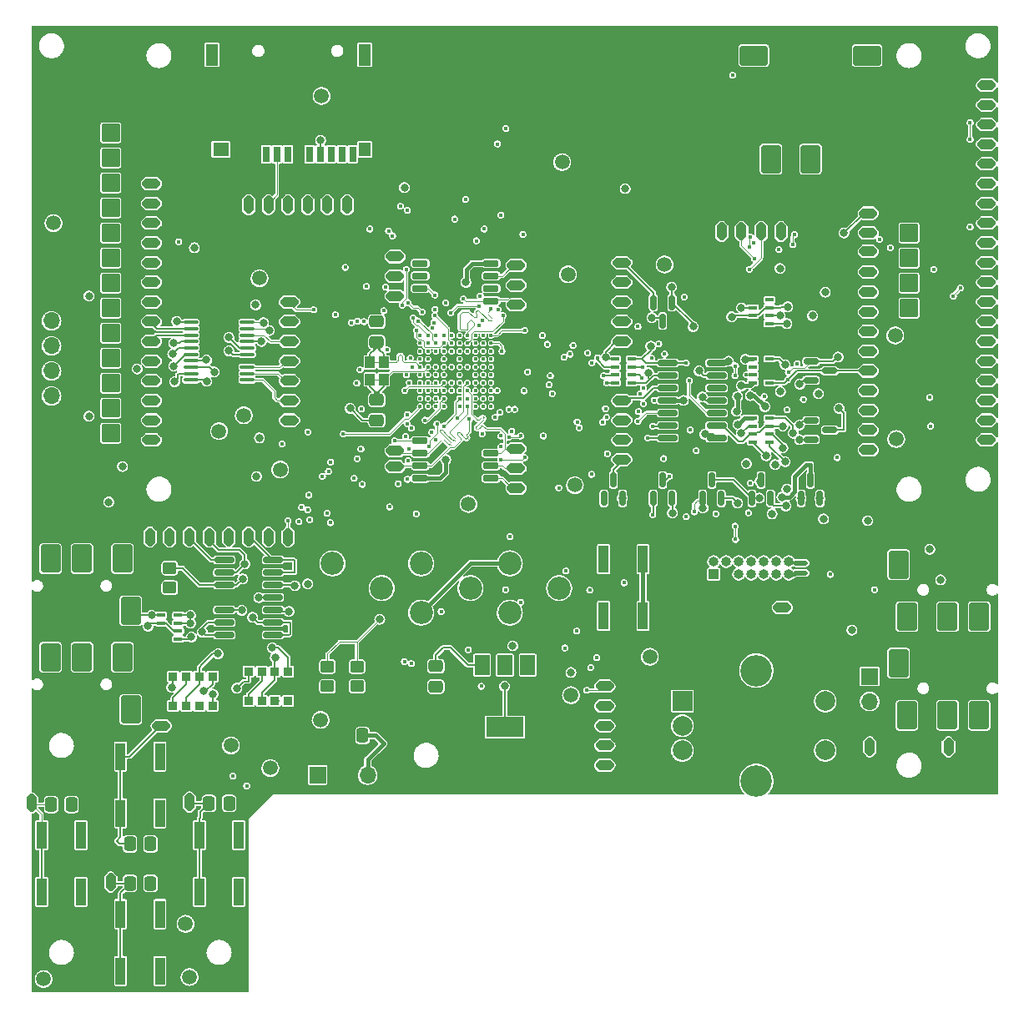
<source format=gtl>
%TF.GenerationSoftware,KiCad,Pcbnew,7.0.10*%
%TF.CreationDate,2024-03-06T19:41:30-08:00*%
%TF.ProjectId,player_system,706c6179-6572-45f7-9379-7374656d2e6b,rev?*%
%TF.SameCoordinates,Original*%
%TF.FileFunction,Copper,L1,Top*%
%TF.FilePolarity,Positive*%
%FSLAX46Y46*%
G04 Gerber Fmt 4.6, Leading zero omitted, Abs format (unit mm)*
G04 Created by KiCad (PCBNEW 7.0.10) date 2024-03-06 19:41:30*
%MOMM*%
%LPD*%
G01*
G04 APERTURE LIST*
G04 Aperture macros list*
%AMRoundRect*
0 Rectangle with rounded corners*
0 $1 Rounding radius*
0 $2 $3 $4 $5 $6 $7 $8 $9 X,Y pos of 4 corners*
0 Add a 4 corners polygon primitive as box body*
4,1,4,$2,$3,$4,$5,$6,$7,$8,$9,$2,$3,0*
0 Add four circle primitives for the rounded corners*
1,1,$1+$1,$2,$3*
1,1,$1+$1,$4,$5*
1,1,$1+$1,$6,$7*
1,1,$1+$1,$8,$9*
0 Add four rect primitives between the rounded corners*
20,1,$1+$1,$2,$3,$4,$5,0*
20,1,$1+$1,$4,$5,$6,$7,0*
20,1,$1+$1,$6,$7,$8,$9,0*
20,1,$1+$1,$8,$9,$2,$3,0*%
%AMFreePoly0*
4,1,17,-0.750000,0.450000,-0.742031,0.518685,-0.697499,0.619541,-0.619541,0.697499,-0.518685,0.742031,-0.450000,0.750000,0.000000,0.750000,0.750000,0.000000,0.750000,-0.450000,0.742031,-0.518685,0.697499,-0.619541,0.619541,-0.697499,0.518685,-0.742031,0.450000,-0.750000,0.000000,-0.750000,-0.750000,0.000000,-0.750000,0.450000,-0.750000,0.450000,$1*%
G04 Aperture macros list end*
%TA.AperFunction,ComponentPad*%
%ADD10R,1.700000X1.700000*%
%TD*%
%TA.AperFunction,ComponentPad*%
%ADD11O,1.700000X1.700000*%
%TD*%
%TA.AperFunction,SMDPad,CuDef*%
%ADD12RoundRect,0.250000X-0.475000X0.337500X-0.475000X-0.337500X0.475000X-0.337500X0.475000X0.337500X0*%
%TD*%
%TA.AperFunction,ComponentPad*%
%ADD13RoundRect,0.200000X-0.800000X-1.200000X0.800000X-1.200000X0.800000X1.200000X-0.800000X1.200000X0*%
%TD*%
%TA.AperFunction,ComponentPad*%
%ADD14RoundRect,0.200000X0.800000X1.200000X-0.800000X1.200000X-0.800000X-1.200000X0.800000X-1.200000X0*%
%TD*%
%TA.AperFunction,SMDPad,CuDef*%
%ADD15RoundRect,0.250000X0.450000X-0.350000X0.450000X0.350000X-0.450000X0.350000X-0.450000X-0.350000X0*%
%TD*%
%TA.AperFunction,SMDPad,CuDef*%
%ADD16RoundRect,0.150000X-0.150000X0.587500X-0.150000X-0.587500X0.150000X-0.587500X0.150000X0.587500X0*%
%TD*%
%TA.AperFunction,SMDPad,CuDef*%
%ADD17C,0.400000*%
%TD*%
%TA.AperFunction,SMDPad,CuDef*%
%ADD18R,1.000000X2.750000*%
%TD*%
%TA.AperFunction,SMDPad,CuDef*%
%ADD19RoundRect,0.250000X-0.337500X-0.475000X0.337500X-0.475000X0.337500X0.475000X-0.337500X0.475000X0*%
%TD*%
%TA.AperFunction,SMDPad,CuDef*%
%ADD20R,0.900000X0.400000*%
%TD*%
%TA.AperFunction,SMDPad,CuDef*%
%ADD21RoundRect,0.150000X0.150000X-0.587500X0.150000X0.587500X-0.150000X0.587500X-0.150000X-0.587500X0*%
%TD*%
%TA.AperFunction,SMDPad,CuDef*%
%ADD22RoundRect,0.150000X-0.825000X-0.150000X0.825000X-0.150000X0.825000X0.150000X-0.825000X0.150000X0*%
%TD*%
%TA.AperFunction,ComponentPad*%
%ADD23RoundRect,0.090000X-0.810000X-0.810000X0.810000X-0.810000X0.810000X0.810000X-0.810000X0.810000X0*%
%TD*%
%TA.AperFunction,ComponentPad*%
%ADD24R,1.000000X1.000000*%
%TD*%
%TA.AperFunction,ComponentPad*%
%ADD25O,1.000000X1.000000*%
%TD*%
%TA.AperFunction,SMDPad,CuDef*%
%ADD26C,0.500000*%
%TD*%
%TA.AperFunction,ComponentPad*%
%ADD27C,2.340000*%
%TD*%
%TA.AperFunction,SMDPad,CuDef*%
%ADD28RoundRect,0.150000X-0.587500X-0.150000X0.587500X-0.150000X0.587500X0.150000X-0.587500X0.150000X0*%
%TD*%
%TA.AperFunction,SMDPad,CuDef*%
%ADD29R,1.500000X2.000000*%
%TD*%
%TA.AperFunction,SMDPad,CuDef*%
%ADD30R,3.800000X2.000000*%
%TD*%
%TA.AperFunction,SMDPad,CuDef*%
%ADD31R,0.900000X0.900000*%
%TD*%
%TA.AperFunction,SMDPad,CuDef*%
%ADD32RoundRect,0.150000X-0.650000X-0.150000X0.650000X-0.150000X0.650000X0.150000X-0.650000X0.150000X0*%
%TD*%
%TA.AperFunction,ComponentPad*%
%ADD33R,2.000000X2.000000*%
%TD*%
%TA.AperFunction,ComponentPad*%
%ADD34C,2.000000*%
%TD*%
%TA.AperFunction,ComponentPad*%
%ADD35C,3.200000*%
%TD*%
%TA.AperFunction,SMDPad,CuDef*%
%ADD36RoundRect,0.150000X0.650000X0.150000X-0.650000X0.150000X-0.650000X-0.150000X0.650000X-0.150000X0*%
%TD*%
%TA.AperFunction,SMDPad,CuDef*%
%ADD37R,0.700000X1.600000*%
%TD*%
%TA.AperFunction,SMDPad,CuDef*%
%ADD38R,1.200000X2.200000*%
%TD*%
%TA.AperFunction,SMDPad,CuDef*%
%ADD39R,1.600000X1.400000*%
%TD*%
%TA.AperFunction,SMDPad,CuDef*%
%ADD40R,1.200000X1.400000*%
%TD*%
%TA.AperFunction,SMDPad,CuDef*%
%ADD41RoundRect,0.100000X0.637500X0.100000X-0.637500X0.100000X-0.637500X-0.100000X0.637500X-0.100000X0*%
%TD*%
%TA.AperFunction,SMDPad,CuDef*%
%ADD42R,1.000000X1.150000*%
%TD*%
%TA.AperFunction,ComponentPad*%
%ADD43FreePoly0,225.000000*%
%TD*%
%TA.AperFunction,ComponentPad*%
%ADD44FreePoly0,45.000000*%
%TD*%
%TA.AperFunction,ComponentPad*%
%ADD45FreePoly0,315.000000*%
%TD*%
%TA.AperFunction,ComponentPad*%
%ADD46RoundRect,0.200000X1.200000X-0.800000X1.200000X0.800000X-1.200000X0.800000X-1.200000X-0.800000X0*%
%TD*%
%TA.AperFunction,ComponentPad*%
%ADD47RoundRect,0.200000X-1.200000X0.800000X-1.200000X-0.800000X1.200000X-0.800000X1.200000X0.800000X0*%
%TD*%
%TA.AperFunction,ComponentPad*%
%ADD48FreePoly0,135.000000*%
%TD*%
%TA.AperFunction,ViaPad*%
%ADD49C,0.800000*%
%TD*%
%TA.AperFunction,ViaPad*%
%ADD50C,1.500000*%
%TD*%
%TA.AperFunction,ViaPad*%
%ADD51C,0.410000*%
%TD*%
%TA.AperFunction,ViaPad*%
%ADD52C,0.700000*%
%TD*%
%TA.AperFunction,Conductor*%
%ADD53C,0.120000*%
%TD*%
%TA.AperFunction,Conductor*%
%ADD54C,0.200000*%
%TD*%
%TA.AperFunction,Conductor*%
%ADD55C,0.400000*%
%TD*%
G04 APERTURE END LIST*
%TA.AperFunction,EtchedComponent*%
%TO.C,NT2*%
G36*
X166500000Y-92750000D02*
G01*
X165500000Y-92750000D01*
X165500000Y-92250000D01*
X166500000Y-92250000D01*
X166500000Y-92750000D01*
G37*
%TD.AperFunction*%
%TA.AperFunction,EtchedComponent*%
%TO.C,NT3*%
G36*
X166500000Y-93750000D02*
G01*
X165500000Y-93750000D01*
X165500000Y-93250000D01*
X166500000Y-93250000D01*
X166500000Y-93750000D01*
G37*
%TD.AperFunction*%
%TD*%
D10*
%TO.P,J1,1,Pin_1*%
%TO.N,Net-(J1-Pin_1)*%
X173000000Y-104000000D03*
D11*
%TO.P,J1,2,Pin_2*%
%TO.N,AUD_ORANGE_S_UNBUFFERED_IN*%
X173000000Y-106540000D03*
%TD*%
D12*
%TO.P,C10,1*%
%TO.N,+BATT*%
X129000000Y-102962500D03*
%TO.P,C10,2*%
%TO.N,GND*%
X129000000Y-105037500D03*
%TD*%
D13*
%TO.P,AUD_BLACK1,R1*%
%TO.N,AUD_BLACK_R1_UNBUFFERED_IN*%
X180900000Y-97950000D03*
%TO.P,AUD_BLACK1,R2*%
%TO.N,Net-(AUD_GND4-A)*%
X184100000Y-97950000D03*
D14*
%TO.P,AUD_BLACK1,S*%
%TO.N,AUD_BLACK_S_UNBUFFERED_IN*%
X175950000Y-92650000D03*
D13*
%TO.P,AUD_BLACK1,T*%
%TO.N,AUD_BLACK_T_UNBUFFERED_IN*%
X176800000Y-97950000D03*
%TD*%
D15*
%TO.P,R1,1*%
%TO.N,GND*%
X121000000Y-105000000D03*
%TO.P,R1,2*%
%TO.N,Net-(U1A-INA-)*%
X121000000Y-103000000D03*
%TD*%
D16*
%TO.P,Q4,1,G*%
%TO.N,Net-(Q3-D)*%
X152950000Y-66062500D03*
%TO.P,Q4,2,S*%
%TO.N,/GRN_R_AUD_OUT*%
X151050000Y-66062500D03*
%TO.P,Q4,3,D*%
%TO.N,Net-(Q4-D)*%
X152000000Y-67937500D03*
%TD*%
D17*
%TO.P,U2,A1,PE4*%
%TO.N,SD_CS*%
X127400000Y-69400000D03*
%TO.P,U2,A2,PB9*%
%TO.N,BRIDGE_USART_RX*%
X128200000Y-69400000D03*
%TO.P,U2,A3,PB8*%
%TO.N,PB8*%
X129000000Y-69400000D03*
%TO.P,U2,A4,PB6*%
%TO.N,TFT_NRST*%
X129800000Y-69400000D03*
%TO.P,U2,A5,PB3*%
%TO.N,T_JTDO{slash}T_SWO*%
X130600000Y-69400000D03*
%TO.P,U2,A6,PD6*%
%TO.N,QUADSPI_BK2_IO2*%
X131400000Y-69400000D03*
%TO.P,U2,A7,PD5*%
%TO.N,QUADSPI_BK2_IO1*%
X132200000Y-69400000D03*
%TO.P,U2,A8,PD4*%
%TO.N,QUADSPI_BK2_IO0*%
X133000000Y-69400000D03*
%TO.P,U2,A9,PD1*%
%TO.N,BRIDGE_CLK*%
X133800000Y-69400000D03*
%TO.P,U2,A10,PC12*%
%TO.N,UART5_TX*%
X134600000Y-69400000D03*
%TO.P,U2,B1,PE5*%
%TO.N,SD_MISO*%
X127400000Y-70200000D03*
%TO.P,U2,B2,PE3*%
%TO.N,PE3*%
X128200000Y-70200000D03*
%TO.P,U2,B3,PE1*%
%TO.N,PE1*%
X129000000Y-70200000D03*
%TO.P,U2,B4,PB7*%
%TO.N,PB7*%
X129800000Y-70200000D03*
%TO.P,U2,B5,PB5*%
%TO.N,MICRO_SD_MOSI*%
X130600000Y-70200000D03*
%TO.P,U2,B6,PD7*%
%TO.N,QUADSPI_BK2_IO3*%
X131400000Y-70200000D03*
%TO.P,U2,B7,PD2*%
%TO.N,UART5_RX*%
X132200000Y-70200000D03*
%TO.P,U2,B8,PD0*%
%TO.N,PD0*%
X133000000Y-70200000D03*
%TO.P,U2,B9,PA15*%
%TO.N,T_JTDI{slash}NC*%
X133800000Y-70200000D03*
%TO.P,U2,B10,PA14*%
%TO.N,T_JCLK{slash}T_SWCLK*%
X134600000Y-70200000D03*
%TO.P,U2,C1,PC14*%
%TO.N,PC14*%
X127400000Y-71000000D03*
%TO.P,U2,C2,PE6*%
%TO.N,SD_MOSI*%
X128200000Y-71000000D03*
%TO.P,U2,C3,PE2*%
%TO.N,SD_SCK*%
X129000000Y-71000000D03*
%TO.P,U2,C4,PE0*%
%TO.N,PE0*%
X129800000Y-71000000D03*
%TO.P,U2,C5,PB4*%
%TO.N,T_NRST*%
X130600000Y-71000000D03*
%TO.P,U2,C6,PD3*%
%TO.N,QUADSPI_BK2_NCS*%
X131400000Y-71000000D03*
%TO.P,U2,C7,PC11*%
%TO.N,MICRO_SD_MISO*%
X132200000Y-71000000D03*
%TO.P,U2,C8,PC10*%
%TO.N,MICRO_SD_SCK*%
X133000000Y-71000000D03*
%TO.P,U2,C9,PA12*%
%TO.N,PA12*%
X133800000Y-71000000D03*
%TO.P,U2,C10,PA11*%
%TO.N,PA11*%
X134600000Y-71000000D03*
%TO.P,U2,D1,PC15*%
%TO.N,PC15*%
X127400000Y-71800000D03*
%TO.P,U2,D2,VSS*%
%TO.N,GND*%
X128200000Y-71800000D03*
%TO.P,U2,D3,VBAT*%
%TO.N,+3.3V*%
X129000000Y-71800000D03*
%TO.P,U2,D4,PC13*%
%TO.N,PC13*%
X129800000Y-71800000D03*
%TO.P,U2,D5,VDD*%
%TO.N,+3.3V*%
X130600000Y-71800000D03*
%TO.P,U2,D6,VSS*%
%TO.N,GND*%
X131400000Y-71800000D03*
%TO.P,U2,D7,VDD*%
%TO.N,+3.3V*%
X132200000Y-71800000D03*
%TO.P,U2,D8,PA13*%
%TO.N,T_JTMS{slash}T_SWDIO*%
X133000000Y-71800000D03*
%TO.P,U2,D9,PA10*%
%TO.N,PA10*%
X133800000Y-71800000D03*
%TO.P,U2,D10,PA9*%
%TO.N,AUD_ORANGE_S_UNBUFFERED_IN*%
X134600000Y-71800000D03*
%TO.P,U2,E1,PF0*%
%TO.N,Net-(U2-PF0)*%
X127400000Y-72600000D03*
%TO.P,U2,E2,PF1*%
%TO.N,Net-(U2-PF1)*%
X128200000Y-72600000D03*
%TO.P,U2,E3,PF9*%
%TO.N,AUD_ORANGE_R_OUTPUT_EN*%
X129000000Y-72600000D03*
%TO.P,U2,E4,PF10*%
%TO.N,QUADSPI_CLK*%
X129800000Y-72600000D03*
%TO.P,U2,E5,VSS*%
%TO.N,GND*%
X130600000Y-72600000D03*
%TO.P,U2,E6,VSS*%
X131400000Y-72600000D03*
%TO.P,U2,E7,VSS*%
X132200000Y-72600000D03*
%TO.P,U2,E8,PC8*%
%TO.N,PC8*%
X133000000Y-72600000D03*
%TO.P,U2,E9,PC9*%
%TO.N,MICRO_SD_CS*%
X133800000Y-72600000D03*
%TO.P,U2,E10,PA8*%
%TO.N,PA8*%
X134600000Y-72600000D03*
%TO.P,U2,F1,PC2*%
%TO.N,ROT_A*%
X127400000Y-73400000D03*
%TO.P,U2,F2,PC0*%
%TO.N,AUD_GREEN_L_OUTPUT_EN*%
X128200000Y-73400000D03*
%TO.P,U2,F3,PG10*%
%TO.N,NRST*%
X129000000Y-73400000D03*
%TO.P,U2,F4,PC1*%
%TO.N,AUD_GREEN_R_OUTPUT_EN*%
X129800000Y-73400000D03*
%TO.P,U2,F5,VDD*%
%TO.N,+3.3V*%
X130600000Y-73400000D03*
%TO.P,U2,F6,VSS*%
%TO.N,GND*%
X131400000Y-73400000D03*
%TO.P,U2,F7,VDD*%
%TO.N,+3.3V*%
X132200000Y-73400000D03*
%TO.P,U2,F8,PD14*%
%TO.N,AUD_BLACK_T_UNBUFFERED_IN*%
X133000000Y-73400000D03*
%TO.P,U2,F9,PC6*%
%TO.N,ROT_S2*%
X133800000Y-73400000D03*
%TO.P,U2,F10,PC7*%
%TO.N,PC7*%
X134600000Y-73400000D03*
%TO.P,U2,G1,PC3*%
%TO.N,ROT_B*%
X127400000Y-74200000D03*
%TO.P,U2,G2,PA1*%
%TO.N,AUD_GRN_MIC_POSTAMP*%
X128200000Y-74200000D03*
%TO.P,U2,G3,PF2*%
%TO.N,AUD_ORANGE_L_OUTPUT_EN*%
X129000000Y-74200000D03*
%TO.P,U2,G4,PA0*%
%TO.N,TFT_SPI_DC*%
X129800000Y-74200000D03*
%TO.P,U2,G5,PE7*%
%TO.N,PE7*%
X130600000Y-74200000D03*
%TO.P,U2,G6,PE12*%
%TO.N,QUADSPI_BK1_IO0*%
X131400000Y-74200000D03*
%TO.P,U2,G7,PD10*%
%TO.N,BRIDGE_USART_CK*%
X132200000Y-74200000D03*
%TO.P,U2,G8,PD9*%
%TO.N,BRIDGE_USART_TX*%
X133000000Y-74200000D03*
%TO.P,U2,G9,PD13*%
%TO.N,AUD_BLACK_R1_UNBUFFERED_IN*%
X133800000Y-74200000D03*
%TO.P,U2,G10,PD15*%
%TO.N,TFT_SPI_NSS*%
X134600000Y-74200000D03*
%TO.P,U2,H1,PA2*%
%TO.N,AUD_ORANGE_L_PREAMP_AUDIO*%
X127400000Y-75000000D03*
%TO.P,U2,H2,PA4*%
%TO.N,AUD_GREEN_L_PREAMP_AUDIO*%
X128200000Y-75000000D03*
%TO.P,U2,H3,PA3*%
%TO.N,PA3*%
X129000000Y-75000000D03*
%TO.P,U2,H4,PB0*%
%TO.N,PB0*%
X129800000Y-75000000D03*
%TO.P,U2,H5,PE8*%
%TO.N,AUD_BLACK_S_UNBUFFERED_IN*%
X130600000Y-75000000D03*
%TO.P,U2,H6,PE9*%
%TO.N,PE9*%
X131400000Y-75000000D03*
%TO.P,U2,H7,PE15*%
%TO.N,QUADSPI_BK1_IO3*%
X132200000Y-75000000D03*
%TO.P,U2,H8,PB11*%
%TO.N,PB11*%
X133000000Y-75000000D03*
%TO.P,U2,H9,PB14*%
%TO.N,TFT_SPI_MISO*%
X133800000Y-75000000D03*
%TO.P,U2,H10,PD11*%
%TO.N,PINK_BUFFERED_ANALOG_IN_R1*%
X134600000Y-75000000D03*
%TO.P,U2,J1,PA5*%
%TO.N,AUD_GREEN_R_PREAMP_AUDIO*%
X127400000Y-75800000D03*
%TO.P,U2,J2,PA6*%
%TO.N,TFT_LED_LVL*%
X128200000Y-75800000D03*
%TO.P,U2,J3,PC5*%
%TO.N,ROT_S1*%
X129000000Y-75800000D03*
%TO.P,U2,J4,PB2*%
%TO.N,PB2*%
X129800000Y-75800000D03*
%TO.P,U2,J5,VDDA*%
%TO.N,+3.3V*%
X130600000Y-75800000D03*
%TO.P,U2,J6,PE11*%
%TO.N,QUADSPI_BK1_NCS*%
X131400000Y-75800000D03*
%TO.P,U2,J7,PE14*%
%TO.N,QUADSPI_BK1_IO2*%
X132200000Y-75800000D03*
%TO.P,U2,J8,PB10*%
%TO.N,PB10*%
X133000000Y-75800000D03*
%TO.P,U2,J9,PB13*%
%TO.N,TFT_SPI_SCK*%
X133800000Y-75800000D03*
%TO.P,U2,J10,PD12*%
%TO.N,PINK_BUFFERED_ANALOG_IN_T*%
X134600000Y-75800000D03*
%TO.P,U2,K1,PA7*%
%TO.N,PINK_BUFFERED_ANALOG_IN_S*%
X127400000Y-76600000D03*
%TO.P,U2,K2,PC4*%
%TO.N,ROT_C*%
X128200000Y-76600000D03*
%TO.P,U2,K3,PB1*%
%TO.N,AUD_ORANGE_R_PREAMP_AUDIO*%
X129000000Y-76600000D03*
%TO.P,U2,K4,VSSA*%
%TO.N,GND*%
X129800000Y-76600000D03*
%TO.P,U2,K5,VREF+*%
%TO.N,+3.3V*%
X130600000Y-76600000D03*
%TO.P,U2,K6,PE10*%
%TO.N,PE10*%
X131400000Y-76600000D03*
%TO.P,U2,K7,PE13*%
%TO.N,QUADSPI_BK1_IO1*%
X132200000Y-76600000D03*
%TO.P,U2,K8,PB12*%
%TO.N,PB12*%
X133000000Y-76600000D03*
%TO.P,U2,K9,PB15*%
%TO.N,TFT_SPI_MOSI*%
X133800000Y-76600000D03*
%TO.P,U2,K10,PD8*%
%TO.N,VOLUME_ANALOG_IN*%
X134600000Y-76600000D03*
%TD*%
D18*
%TO.P,RESET1,1,1*%
%TO.N,GND*%
X146000000Y-97880000D03*
X146000000Y-92120000D03*
%TO.P,RESET1,2,2*%
%TO.N,NRST*%
X150000000Y-97880000D03*
X150000000Y-92120000D03*
%TD*%
%TO.P,SW2,1,1*%
%TO.N,PA11*%
X97000000Y-117880000D03*
X97000000Y-112120000D03*
%TO.P,SW2,2,2*%
%TO.N,GND*%
X101000000Y-117880000D03*
X101000000Y-112120000D03*
%TD*%
D19*
%TO.P,C4,1*%
%TO.N,PA11*%
X97962500Y-121000000D03*
%TO.P,C4,2*%
%TO.N,GND*%
X100037500Y-121000000D03*
%TD*%
%TO.P,C23,1*%
%TO.N,+3.3V*%
X119487500Y-110000000D03*
%TO.P,C23,2*%
%TO.N,GND*%
X121562500Y-110000000D03*
%TD*%
D20*
%TO.P,RN5,1,R1.1*%
%TO.N,Net-(Q1-D)*%
X162850000Y-74200000D03*
%TO.P,RN5,2,R2.1*%
%TO.N,+3.3V*%
X162850000Y-73400000D03*
%TO.P,RN5,3,R3.1*%
X162850000Y-72600000D03*
%TO.P,RN5,4,R4.1*%
%TO.N,Net-(Q3-D)*%
X162850000Y-71800000D03*
%TO.P,RN5,5,R4.2*%
%TO.N,+BATT*%
X161150000Y-71800000D03*
%TO.P,RN5,6,R3.2*%
%TO.N,AUD_GREEN_R_OUTPUT_EN*%
X161150000Y-72600000D03*
%TO.P,RN5,7,R2.2*%
%TO.N,AUD_GREEN_L_OUTPUT_EN*%
X161150000Y-73400000D03*
%TO.P,RN5,8,R1.2*%
%TO.N,+BATT*%
X161150000Y-74200000D03*
%TD*%
%TO.P,RN6,1,R1.1*%
%TO.N,+3.3V*%
X161150000Y-65800000D03*
%TO.P,RN6,2,R2.1*%
%TO.N,Net-(Q6-D)*%
X161150000Y-66600000D03*
%TO.P,RN6,3,R3.1*%
%TO.N,Net-(RN6B-R2.2)*%
X161150000Y-67400000D03*
%TO.P,RN6,4,R4.1*%
%TO.N,+3.3V*%
X161150000Y-68200000D03*
%TO.P,RN6,5,R4.2*%
%TO.N,AUD_ORANGE_R_OUTPUT_EN*%
X162850000Y-68200000D03*
%TO.P,RN6,6,R3.2*%
%TO.N,GND*%
X162850000Y-67400000D03*
%TO.P,RN6,7,R2.2*%
%TO.N,Net-(RN6B-R2.2)*%
X162850000Y-66600000D03*
%TO.P,RN6,8,R1.2*%
%TO.N,AUD_ORANGE_L_OUTPUT_EN*%
X162850000Y-65800000D03*
%TD*%
D21*
%TO.P,Q7,1,G*%
%TO.N,AUD_ORANGE_L_OUTPUT_EN*%
X156050000Y-85937500D03*
%TO.P,Q7,2,S*%
%TO.N,GND*%
X157950000Y-85937500D03*
%TO.P,Q7,3,D*%
%TO.N,Net-(Q7-D)*%
X157000000Y-84062500D03*
%TD*%
D22*
%TO.P,U5,1,OUTA*%
%TO.N,Net-(Q2-D)*%
X152525000Y-72190000D03*
%TO.P,U5,2,INA-*%
%TO.N,Net-(RN4A-R1.1)*%
X152525000Y-73460000D03*
%TO.P,U5,3,INA+*%
%TO.N,AUD_GREEN_L_PREAMP_AUDIO*%
X152525000Y-74730000D03*
%TO.P,U5,4,VDD*%
%TO.N,+5V*%
X152525000Y-76000000D03*
%TO.P,U5,5,INB+*%
%TO.N,AUD_GREEN_R_PREAMP_AUDIO*%
X152525000Y-77270000D03*
%TO.P,U5,6,INB-*%
%TO.N,Net-(RN4B-R2.2)*%
X152525000Y-78540000D03*
%TO.P,U5,7,OUTB*%
%TO.N,Net-(Q4-D)*%
X152525000Y-79810000D03*
%TO.P,U5,8,OUTA*%
%TO.N,Net-(Q8-D)*%
X157475000Y-79810000D03*
%TO.P,U5,9,INC-*%
%TO.N,Net-(RN7B-R2.2)*%
X157475000Y-78540000D03*
%TO.P,U5,10,INC+*%
%TO.N,AUD_ORANGE_L_PREAMP_AUDIO*%
X157475000Y-77270000D03*
%TO.P,U5,11,VSS*%
%TO.N,GND*%
X157475000Y-76000000D03*
%TO.P,U5,12,IND+*%
%TO.N,AUD_ORANGE_R_PREAMP_AUDIO*%
X157475000Y-74730000D03*
%TO.P,U5,13,IND-*%
%TO.N,Net-(RN6B-R2.2)*%
X157475000Y-73460000D03*
%TO.P,U5,14,OUTD*%
%TO.N,Net-(Q6-D)*%
X157475000Y-72190000D03*
%TD*%
D18*
%TO.P,SW3,1,1*%
%TO.N,PA10*%
X97000000Y-133880000D03*
X97000000Y-128120000D03*
%TO.P,SW3,2,2*%
%TO.N,GND*%
X101000000Y-133880000D03*
X101000000Y-128120000D03*
%TD*%
D10*
%TO.P,bSWD1,1,Pin_1*%
%TO.N,+3.3V*%
X90000000Y-78075000D03*
D11*
%TO.P,bSWD1,2,Pin_2*%
%TO.N,BRIDGE_SWDIO*%
X90000000Y-75535000D03*
%TO.P,bSWD1,3,Pin_3*%
%TO.N,BRIDGE_SWCLK*%
X90000000Y-72995000D03*
%TO.P,bSWD1,4,Pin_4*%
%TO.N,BRIDGE_NRST*%
X90000000Y-70455000D03*
%TO.P,bSWD1,5,Pin_5*%
%TO.N,GND*%
X90000000Y-67915000D03*
%TD*%
D14*
%TO.P,AUD_PINK1,R1*%
%TO.N,Net-(RN1A-R1.2)*%
X93100000Y-102050000D03*
%TO.P,AUD_PINK1,R2*%
%TO.N,Net-(AUD_GND1-A)*%
X89900000Y-102050000D03*
D13*
%TO.P,AUD_PINK1,S*%
%TO.N,Net-(RN1D-R4.2)*%
X98050000Y-107350000D03*
D14*
%TO.P,AUD_PINK1,T*%
%TO.N,Net-(RN2A-R1.2)*%
X97200000Y-102050000D03*
%TD*%
D22*
%TO.P,U1,1,OUTA*%
%TO.N,AUD_GRN_MIC_POSTAMP*%
X107525000Y-92190000D03*
%TO.P,U1,2,INA-*%
%TO.N,Net-(U1A-INA-)*%
X107525000Y-93460000D03*
%TO.P,U1,3,INA+*%
%TO.N,Net-(RN3B-R2.1)*%
X107525000Y-94730000D03*
%TO.P,U1,4,VDD*%
%TO.N,+3.3V*%
X107525000Y-96000000D03*
%TO.P,U1,5,INB+*%
%TO.N,Net-(RN1D-R4.1)*%
X107525000Y-97270000D03*
%TO.P,U1,6,INB-*%
%TO.N,PINK_BUFFERED_ANALOG_IN_S*%
X107525000Y-98540000D03*
%TO.P,U1,7,OUTB*%
X107525000Y-99810000D03*
%TO.P,U1,8,OUTA*%
%TO.N,PINK_BUFFERED_ANALOG_IN_R1*%
X112475000Y-99810000D03*
%TO.P,U1,9,INC-*%
X112475000Y-98540000D03*
%TO.P,U1,10,INC+*%
%TO.N,Net-(RN1B-R2.1)*%
X112475000Y-97270000D03*
%TO.P,U1,11,VSS*%
%TO.N,GND*%
X112475000Y-96000000D03*
%TO.P,U1,12,IND+*%
%TO.N,Net-(RN2B-R2.1)*%
X112475000Y-94730000D03*
%TO.P,U1,13,IND-*%
%TO.N,PINK_BUFFERED_ANALOG_IN_T*%
X112475000Y-93460000D03*
%TO.P,U1,14,OUTD*%
X112475000Y-92190000D03*
%TD*%
D23*
%TO.P,TFT1,1,VCC*%
%TO.N,+3.3V*%
X96000000Y-46300000D03*
%TO.P,TFT1,2,GND*%
%TO.N,GND*%
X96000000Y-48840000D03*
%TO.P,TFT1,3,CS*%
%TO.N,TFT_SPI_NSS*%
X96000000Y-51380000D03*
%TO.P,TFT1,4,RESET*%
%TO.N,TFT_NRST*%
X96000000Y-53920000D03*
%TO.P,TFT1,5,DC*%
%TO.N,TFT_SPI_DC*%
X96000000Y-56460000D03*
%TO.P,TFT1,6,MOSI*%
%TO.N,TFT_SPI_MOSI*%
X96000000Y-59000000D03*
%TO.P,TFT1,7,SCK*%
%TO.N,TFT_SPI_SCK*%
X96000000Y-61540000D03*
%TO.P,TFT1,8,LED_LVL*%
%TO.N,TFT_LED_LVL*%
X96000000Y-64080000D03*
%TO.P,TFT1,9,MISO*%
%TO.N,TFT_SPI_MISO*%
X96000000Y-66620000D03*
%TO.P,TFT1,10,T_CLK*%
%TO.N,BRIDGE_SPI1_SCK*%
X96000000Y-69160000D03*
%TO.P,TFT1,11,T_CS*%
%TO.N,BRIDGE_SPI1_NSS*%
X96000000Y-71700000D03*
%TO.P,TFT1,12,T_DIN*%
%TO.N,BRIDGE_SPI1_MOSI*%
X96000000Y-74240000D03*
%TO.P,TFT1,13,T_DO*%
%TO.N,BRIDGE_SPI1_MISO*%
X96000000Y-76780000D03*
%TO.P,TFT1,14,T_IRQ*%
%TO.N,TOUCH_IRQ*%
X96000000Y-79320000D03*
%TO.P,TFT1,15,SD_CS*%
%TO.N,SD_CS*%
X177000000Y-59000000D03*
%TO.P,TFT1,16,SD_MOSI*%
%TO.N,SD_MOSI*%
X177000000Y-61540000D03*
%TO.P,TFT1,17,SD_MISO*%
%TO.N,SD_MISO*%
X177000000Y-64080000D03*
%TO.P,TFT1,18,SD_SCK*%
%TO.N,SD_SCK*%
X177000000Y-66620000D03*
%TD*%
D21*
%TO.P,Q6,1,G*%
%TO.N,Net-(Q5-D)*%
X166050000Y-85937500D03*
%TO.P,Q6,2,S*%
%TO.N,/AUD_OUTPUT_AMP2/postamp_audio*%
X167950000Y-85937500D03*
%TO.P,Q6,3,D*%
%TO.N,Net-(Q6-D)*%
X167000000Y-84062500D03*
%TD*%
D20*
%TO.P,RN3,1,R1.1*%
%TO.N,/GRN_MIC_IN*%
X102850000Y-100200000D03*
%TO.P,RN3,2,R2.1*%
%TO.N,Net-(RN3B-R2.1)*%
X102850000Y-99400000D03*
%TO.P,RN3,3,R3.1*%
%TO.N,GND*%
X102850000Y-98600000D03*
%TO.P,RN3,4,R4.1*%
X102850000Y-97800000D03*
%TO.P,RN3,5,R4.2*%
%TO.N,/GRN_MIC_IN*%
X101150000Y-97800000D03*
%TO.P,RN3,6,R3.2*%
%TO.N,Net-(RN3B-R2.1)*%
X101150000Y-98600000D03*
%TO.P,RN3,7,R2.2*%
%TO.N,+3.3V*%
X101150000Y-99400000D03*
%TO.P,RN3,8,R1.2*%
X101150000Y-100200000D03*
%TD*%
D24*
%TO.P,JTAG1,1,Pin_1*%
%TO.N,unconnected-(JTAG1-Pin_1-Pad1)*%
X157175000Y-93625000D03*
D25*
%TO.P,JTAG1,2,Pin_2*%
%TO.N,unconnected-(JTAG1-Pin_2-Pad2)*%
X157175000Y-92355000D03*
%TO.P,JTAG1,3,Pin_3*%
%TO.N,+3.3V*%
X158445000Y-93625000D03*
%TO.P,JTAG1,4,Pin_4*%
%TO.N,T_JTMS{slash}T_SWDIO*%
X158445000Y-92355000D03*
%TO.P,JTAG1,5,Pin_5*%
%TO.N,GND*%
X159715000Y-93625000D03*
%TO.P,JTAG1,6,Pin_6*%
%TO.N,T_JCLK{slash}T_SWCLK*%
X159715000Y-92355000D03*
%TO.P,JTAG1,7,Pin_7*%
%TO.N,GND*%
X160985000Y-93625000D03*
%TO.P,JTAG1,8,Pin_8*%
%TO.N,T_JTDO{slash}T_SWO*%
X160985000Y-92355000D03*
%TO.P,JTAG1,9,Pin_9*%
%TO.N,T_JRCLK*%
X162255000Y-93625000D03*
%TO.P,JTAG1,10,Pin_10*%
%TO.N,T_JTDI{slash}NC*%
X162255000Y-92355000D03*
%TO.P,JTAG1,11,Pin_11*%
%TO.N,/GND_DETECT*%
X163525000Y-93625000D03*
%TO.P,JTAG1,12,Pin_12*%
%TO.N,T_NRST*%
X163525000Y-92355000D03*
%TO.P,JTAG1,13,Pin_13*%
%TO.N,T_VCP_RX*%
X164795000Y-93625000D03*
%TO.P,JTAG1,14,Pin_14*%
%TO.N,T_VCP_TX*%
X164795000Y-92355000D03*
%TD*%
D20*
%TO.P,RN7,1,R1.1*%
%TO.N,Net-(Q5-D)*%
X162850000Y-80200000D03*
%TO.P,RN7,2,R2.1*%
%TO.N,Net-(Q8-D)*%
X162850000Y-79400000D03*
%TO.P,RN7,3,R3.1*%
%TO.N,Net-(RN7B-R2.2)*%
X162850000Y-78600000D03*
%TO.P,RN7,4,R4.1*%
%TO.N,Net-(Q7-D)*%
X162850000Y-77800000D03*
%TO.P,RN7,5,R4.2*%
%TO.N,+BATT*%
X161150000Y-77800000D03*
%TO.P,RN7,6,R3.2*%
%TO.N,GND*%
X161150000Y-78600000D03*
%TO.P,RN7,7,R2.2*%
%TO.N,Net-(RN7B-R2.2)*%
X161150000Y-79400000D03*
%TO.P,RN7,8,R1.2*%
%TO.N,+BATT*%
X161150000Y-80200000D03*
%TD*%
D12*
%TO.P,C2,1*%
%TO.N,Net-(U2-PF1)*%
X123000000Y-75925000D03*
%TO.P,C2,2*%
%TO.N,GND*%
X123000000Y-78000000D03*
%TD*%
D18*
%TO.P,SW4,1,1*%
%TO.N,PA12*%
X105000000Y-125880000D03*
X105000000Y-120120000D03*
%TO.P,SW4,2,2*%
%TO.N,GND*%
X109000000Y-125880000D03*
X109000000Y-120120000D03*
%TD*%
D19*
%TO.P,C5,1*%
%TO.N,PA10*%
X97962500Y-125000000D03*
%TO.P,C5,2*%
%TO.N,GND*%
X100037500Y-125000000D03*
%TD*%
D21*
%TO.P,Q2,1,G*%
%TO.N,Net-(Q1-D)*%
X151050000Y-85937500D03*
%TO.P,Q2,2,S*%
%TO.N,/GRN_L_AUD_OUT*%
X152950000Y-85937500D03*
%TO.P,Q2,3,D*%
%TO.N,Net-(Q2-D)*%
X152000000Y-84062500D03*
%TD*%
D12*
%TO.P,C1,1*%
%TO.N,GND*%
X123000000Y-68000000D03*
%TO.P,C1,2*%
%TO.N,Net-(U2-PF0)*%
X123000000Y-70075000D03*
%TD*%
D26*
%TO.P,NT2,1,1*%
%TO.N,UART5_RX*%
X166500000Y-92500000D03*
%TO.P,NT2,2,2*%
%TO.N,T_VCP_TX*%
X165500000Y-92500000D03*
%TD*%
D27*
%TO.P,BIASTRIM1,1,1*%
%TO.N,Net-(U1A-INA-)*%
X118500000Y-92525000D03*
%TO.P,BIASTRIM1,2,2*%
X123500000Y-95025000D03*
%TO.P,BIASTRIM1,3,3*%
%TO.N,+3.3V*%
X118500000Y-97525000D03*
%TD*%
D28*
%TO.P,Q3,1,G*%
%TO.N,AUD_GREEN_R_OUTPUT_EN*%
X167062500Y-78050000D03*
%TO.P,Q3,2,S*%
%TO.N,GND*%
X167062500Y-79950000D03*
%TO.P,Q3,3,D*%
%TO.N,Net-(Q3-D)*%
X168937500Y-79000000D03*
%TD*%
D29*
%TO.P,U4,1,GND*%
%TO.N,GND*%
X138300000Y-102850000D03*
%TO.P,U4,2,VO*%
%TO.N,+5V*%
X136000000Y-102850000D03*
D30*
X136000000Y-109150000D03*
D29*
%TO.P,U4,3,VI*%
%TO.N,+BATT*%
X133700000Y-102850000D03*
%TD*%
D31*
%TO.P,RN1,1,R1.1*%
%TO.N,Net-(RN1A-R1.1)*%
X102340000Y-107000000D03*
%TO.P,RN1,2,R2.1*%
%TO.N,Net-(RN1B-R2.1)*%
X103680000Y-107000000D03*
%TO.P,RN1,3,R3.1*%
%TO.N,GND*%
X105000000Y-107000000D03*
%TO.P,RN1,4,R4.1*%
%TO.N,Net-(RN1D-R4.1)*%
X106340000Y-107000000D03*
%TO.P,RN1,5,R4.2*%
%TO.N,Net-(RN1D-R4.2)*%
X106340000Y-104000000D03*
%TO.P,RN1,6,R3.2*%
%TO.N,Net-(RN1B-R2.1)*%
X105000000Y-104000000D03*
%TO.P,RN1,7,R2.2*%
%TO.N,Net-(RN1A-R1.1)*%
X103680000Y-104000000D03*
%TO.P,RN1,8,R1.2*%
%TO.N,Net-(RN1A-R1.2)*%
X102340000Y-104000000D03*
%TD*%
D13*
%TO.P,AUD_ORANGE1,R1*%
%TO.N,/AUD_OUTPUT_AMP2/postamp_audio*%
X180900000Y-107950000D03*
%TO.P,AUD_ORANGE1,R2*%
%TO.N,Net-(AUD_GND3-A)*%
X184100000Y-107950000D03*
D14*
%TO.P,AUD_ORANGE1,S*%
%TO.N,Net-(J1-Pin_1)*%
X175950000Y-102650000D03*
D13*
%TO.P,AUD_ORANGE1,T*%
%TO.N,/AUD_OUTPUT_AMP3/postamp_audio*%
X176800000Y-107950000D03*
%TD*%
D32*
%TO.P,NORFLASH1,1,CE#*%
%TO.N,QUADSPI_BK1_NCS*%
X127400000Y-80095000D03*
%TO.P,NORFLASH1,2,SO(IO1)*%
%TO.N,QUADSPI_BK1_IO1*%
X127400000Y-81365000D03*
%TO.P,NORFLASH1,3,WP#(IO2)*%
%TO.N,QUADSPI_BK1_IO2*%
X127400000Y-82635000D03*
%TO.P,NORFLASH1,4,GND*%
%TO.N,GND*%
X127400000Y-83905000D03*
%TO.P,NORFLASH1,5,SI(IO0)*%
%TO.N,QUADSPI_BK1_IO0*%
X134600000Y-83905000D03*
%TO.P,NORFLASH1,6,SCK*%
%TO.N,QUADSPI_CLK*%
X134600000Y-82635000D03*
%TO.P,NORFLASH1,7,HOLD#(IO3)*%
%TO.N,QUADSPI_BK1_IO3*%
X134600000Y-81365000D03*
%TO.P,NORFLASH1,8,VCC*%
%TO.N,+3.3V*%
X134600000Y-80095000D03*
%TD*%
D15*
%TO.P,C25,1*%
%TO.N,/GRN_MIC_IN*%
X102000000Y-95000000D03*
%TO.P,C25,2*%
%TO.N,Net-(RN3B-R2.1)*%
X102000000Y-93000000D03*
%TD*%
D33*
%TO.P,ROTARY1,A,A*%
%TO.N,ROT_A*%
X154000000Y-106500000D03*
D34*
%TO.P,ROTARY1,B,B*%
%TO.N,ROT_B*%
X154000000Y-111500000D03*
%TO.P,ROTARY1,C,C*%
%TO.N,ROT_C*%
X154000000Y-109000000D03*
D35*
%TO.P,ROTARY1,MP*%
%TO.N,N/C*%
X161500000Y-103400000D03*
X161500000Y-114600000D03*
D34*
%TO.P,ROTARY1,S1,S1*%
%TO.N,ROT_S1*%
X168500000Y-111500000D03*
%TO.P,ROTARY1,S2,S2*%
%TO.N,ROT_S2*%
X168500000Y-106500000D03*
%TD*%
D36*
%TO.P,NORFLASH2,1,CE#*%
%TO.N,QUADSPI_BK2_NCS*%
X134600000Y-65905000D03*
%TO.P,NORFLASH2,2,SO(IO1)*%
%TO.N,QUADSPI_BK2_IO1*%
X134600000Y-64635000D03*
%TO.P,NORFLASH2,3,WP#(IO2)*%
%TO.N,QUADSPI_BK2_IO2*%
X134600000Y-63365000D03*
%TO.P,NORFLASH2,4,GND*%
%TO.N,GND*%
X134600000Y-62095000D03*
%TO.P,NORFLASH2,5,SI(IO0)*%
%TO.N,QUADSPI_BK2_IO0*%
X127400000Y-62095000D03*
%TO.P,NORFLASH2,6,SCK*%
%TO.N,QUADSPI_CLK*%
X127400000Y-63365000D03*
%TO.P,NORFLASH2,7,HOLD#(IO3)*%
%TO.N,QUADSPI_BK2_IO3*%
X127400000Y-64635000D03*
%TO.P,NORFLASH2,8,VCC*%
%TO.N,+3.3V*%
X127400000Y-65905000D03*
%TD*%
D37*
%TO.P,SDCARD1,1,DAT2*%
%TO.N,Net-(SDCARD1-DAT2)*%
X111784968Y-51021855D03*
%TO.P,SDCARD1,2,DAT3/CD*%
%TO.N,MICRO_SD_CS*%
X112884968Y-51021855D03*
%TO.P,SDCARD1,3,CMD*%
%TO.N,MICRO_SD_MOSI*%
X113984968Y-51021855D03*
%TO.P,SDCARD1,4,VDD*%
%TO.N,+3.3V*%
X115084968Y-51021855D03*
%TO.P,SDCARD1,5,CLK*%
%TO.N,MICRO_SD_SCK*%
X116184968Y-51021855D03*
%TO.P,SDCARD1,6,VSS*%
%TO.N,GND*%
X117284968Y-51021855D03*
%TO.P,SDCARD1,7,DAT0*%
%TO.N,MICRO_SD_MISO*%
X118384968Y-51021855D03*
%TO.P,SDCARD1,8,DAT1*%
%TO.N,Net-(SDCARD1-DAT1)*%
X119484968Y-51021855D03*
%TO.P,SDCARD1,9,SHIELD*%
%TO.N,GND*%
X120584968Y-51021855D03*
D38*
%TO.P,SDCARD1,SH*%
%TO.N,N/C*%
X106284968Y-40921855D03*
D39*
X107184968Y-50521855D03*
D38*
X121784968Y-40921855D03*
D40*
X121784968Y-50521855D03*
%TD*%
D20*
%TO.P,RN4,1,R1.1*%
%TO.N,Net-(RN4A-R1.1)*%
X148850000Y-74200000D03*
%TO.P,RN4,2,R2.1*%
%TO.N,Net-(Q4-D)*%
X148850000Y-73400000D03*
%TO.P,RN4,3,R3.1*%
%TO.N,Net-(RN4B-R2.2)*%
X148850000Y-72600000D03*
%TO.P,RN4,4,R4.1*%
%TO.N,Net-(Q2-D)*%
X148850000Y-71800000D03*
%TO.P,RN4,5,R4.2*%
%TO.N,Net-(RN4A-R1.1)*%
X147150000Y-71800000D03*
%TO.P,RN4,6,R3.2*%
%TO.N,GND*%
X147150000Y-72600000D03*
%TO.P,RN4,7,R2.2*%
%TO.N,Net-(RN4B-R2.2)*%
X147150000Y-73400000D03*
%TO.P,RN4,8,R1.2*%
%TO.N,GND*%
X147150000Y-74200000D03*
%TD*%
D26*
%TO.P,NT3,1,1*%
%TO.N,UART5_TX*%
X166500000Y-93500000D03*
%TO.P,NT3,2,2*%
%TO.N,T_VCP_RX*%
X165500000Y-93500000D03*
%TD*%
D21*
%TO.P,Q8,1,G*%
%TO.N,Net-(Q7-D)*%
X161050000Y-85937500D03*
%TO.P,Q8,2,S*%
%TO.N,/AUD_OUTPUT_AMP3/postamp_audio*%
X162950000Y-85937500D03*
%TO.P,Q8,3,D*%
%TO.N,Net-(Q8-D)*%
X162000000Y-84062500D03*
%TD*%
D31*
%TO.P,RN2,1,R1.1*%
%TO.N,Net-(RN2A-R1.1)*%
X110000000Y-106500000D03*
%TO.P,RN2,2,R2.1*%
%TO.N,Net-(RN2B-R2.1)*%
X111340000Y-106500000D03*
%TO.P,RN2,3,R3.1*%
%TO.N,GND*%
X112660000Y-106500000D03*
%TO.P,RN2,4,R4.1*%
X114000000Y-106500000D03*
%TO.P,RN2,5,R4.2*%
%TO.N,Net-(RN1D-R4.1)*%
X114000000Y-103500000D03*
%TO.P,RN2,6,R3.2*%
%TO.N,Net-(RN2B-R2.1)*%
X112660000Y-103500000D03*
%TO.P,RN2,7,R2.2*%
%TO.N,Net-(RN2A-R1.1)*%
X111340000Y-103500000D03*
%TO.P,RN2,8,R1.2*%
%TO.N,Net-(RN2A-R1.2)*%
X110000000Y-103500000D03*
%TD*%
D41*
%TO.P,U3,1,PB7/PB8*%
%TO.N,BRIDGE_PB7*%
X109862500Y-73925000D03*
%TO.P,U3,2,PC14/PB9*%
%TO.N,BRIDGE_CLK*%
X109862500Y-73275000D03*
%TO.P,U3,3,PC15*%
%TO.N,BRIDGE_PC13*%
X109862500Y-72625000D03*
%TO.P,U3,4,VDD*%
%TO.N,+3.3V*%
X109862500Y-71975000D03*
%TO.P,U3,5,VSS*%
%TO.N,GND*%
X109862500Y-71325000D03*
%TO.P,U3,6,NRST*%
%TO.N,BRIDGE_NRST*%
X109862500Y-70675000D03*
%TO.P,U3,7,PA0*%
%TO.N,TOUCH_IRQ*%
X109862500Y-70025000D03*
%TO.P,U3,8,PA1*%
%TO.N,BRIDGE_USART_CK*%
X109862500Y-69375000D03*
%TO.P,U3,9,PA2*%
%TO.N,BRIDGE_USART_TX*%
X109862500Y-68725000D03*
%TO.P,U3,10,PA3*%
%TO.N,BRIDGE_USART_RX*%
X109862500Y-68075000D03*
%TO.P,U3,11,PA4*%
%TO.N,BRIDGE_SPI1_NSS*%
X104137500Y-68075000D03*
%TO.P,U3,12,PA5*%
%TO.N,BRIDGE_SPI1_SCK*%
X104137500Y-68725000D03*
%TO.P,U3,13,PA6*%
%TO.N,BRIDGE_SPI1_MISO*%
X104137500Y-69375000D03*
%TO.P,U3,14,PA7*%
%TO.N,BRIDGE_SPI1_MOSI*%
X104137500Y-70025000D03*
%TO.P,U3,15,PB0/PB1/PB2/PA8*%
%TO.N,BRIDGE_PB0*%
X104137500Y-70675000D03*
%TO.P,U3,16,PA11/PA9*%
%TO.N,BRIDGE_PA11*%
X104137500Y-71325000D03*
%TO.P,U3,17,PA12/PA10*%
%TO.N,BRIDGE_PA12*%
X104137500Y-71975000D03*
%TO.P,U3,18,PA13*%
%TO.N,BRIDGE_SWDIO*%
X104137500Y-72625000D03*
%TO.P,U3,19,PA14/PA15*%
%TO.N,BRIDGE_SWCLK*%
X104137500Y-73275000D03*
%TO.P,U3,20,PB3/PB4/PB5/PB6*%
%TO.N,BRIDGE_PB3*%
X104137500Y-73925000D03*
%TD*%
D10*
%TO.P,PWR_IN1,1,Pin_1*%
%TO.N,+BATT*%
X117000000Y-114000000D03*
D11*
%TO.P,PWR_IN1,2,Pin_2*%
%TO.N,+3.3V*%
X119540000Y-114000000D03*
%TO.P,PWR_IN1,3,Pin_3*%
%TO.N,GND*%
X122080000Y-114000000D03*
%TD*%
D27*
%TO.P,GAINTRIM2,1,1*%
%TO.N,Net-(GAINTRIM1-Pad3)*%
X136500000Y-92525000D03*
%TO.P,GAINTRIM2,2,2*%
X141500000Y-95025000D03*
%TO.P,GAINTRIM2,3,3*%
%TO.N,AUD_GRN_MIC_POSTAMP*%
X136500000Y-97525000D03*
%TD*%
D19*
%TO.P,C3,1*%
%TO.N,PA8*%
X89962500Y-117000000D03*
%TO.P,C3,2*%
%TO.N,GND*%
X92037500Y-117000000D03*
%TD*%
D21*
%TO.P,Q5,1,G*%
%TO.N,AUD_ORANGE_R_OUTPUT_EN*%
X146050000Y-85937500D03*
%TO.P,Q5,2,S*%
%TO.N,GND*%
X147950000Y-85937500D03*
%TO.P,Q5,3,D*%
%TO.N,Net-(Q5-D)*%
X147000000Y-84062500D03*
%TD*%
D18*
%TO.P,SW1,1,1*%
%TO.N,PA8*%
X89000000Y-125880000D03*
X89000000Y-120120000D03*
%TO.P,SW1,2,2*%
%TO.N,GND*%
X93000000Y-125880000D03*
X93000000Y-120120000D03*
%TD*%
D14*
%TO.P,AUD_GREEN1,R1*%
%TO.N,/GRN_R_AUD_OUT*%
X93100000Y-92050000D03*
%TO.P,AUD_GREEN1,R2*%
%TO.N,/GRN_AUD_IN_GND*%
X89900000Y-92050000D03*
D13*
%TO.P,AUD_GREEN1,S*%
%TO.N,/GRN_MIC_IN*%
X98050000Y-97350000D03*
D14*
%TO.P,AUD_GREEN1,T*%
%TO.N,/GRN_L_AUD_OUT*%
X97200000Y-92050000D03*
%TD*%
D15*
%TO.P,R2,1*%
%TO.N,GND*%
X118000000Y-105000000D03*
%TO.P,R2,2*%
%TO.N,Net-(U1A-INA-)*%
X118000000Y-103000000D03*
%TD*%
D19*
%TO.P,C6,1*%
%TO.N,PA12*%
X105962500Y-116880000D03*
%TO.P,C6,2*%
%TO.N,GND*%
X108037500Y-116880000D03*
%TD*%
D27*
%TO.P,GAINTRIM1,1,1*%
%TO.N,Net-(U1A-INA-)*%
X127500000Y-92525000D03*
%TO.P,GAINTRIM1,2,2*%
X132500000Y-95025000D03*
%TO.P,GAINTRIM1,3,3*%
%TO.N,Net-(GAINTRIM1-Pad3)*%
X127500000Y-97525000D03*
%TD*%
D42*
%TO.P,Y1,1,1*%
%TO.N,Net-(U2-PF1)*%
X123700000Y-73875000D03*
%TO.P,Y1,2,2*%
%TO.N,Net-(U2-PF0)*%
X123700000Y-72125000D03*
%TO.P,Y1,3,2*%
X122300000Y-72125000D03*
%TO.P,Y1,4,1*%
%TO.N,Net-(U2-PF1)*%
X122300000Y-73875000D03*
%TD*%
D28*
%TO.P,Q1,1,G*%
%TO.N,AUD_GREEN_L_OUTPUT_EN*%
X167062500Y-72050000D03*
%TO.P,Q1,2,S*%
%TO.N,GND*%
X167062500Y-73950000D03*
%TO.P,Q1,3,D*%
%TO.N,Net-(Q1-D)*%
X168937500Y-73000000D03*
%TD*%
D43*
%TO.P,TP29,1,1*%
%TO.N,AUD_GREEN_R_OUTPUT_EN*%
X172858579Y-71000000D03*
%TD*%
D44*
%TO.P,TP15,1,1*%
%TO.N,TFT_SPI_MISO*%
X100141421Y-64000000D03*
%TD*%
D43*
%TO.P,TP77,1,1*%
%TO.N,PE0*%
X184858579Y-72000000D03*
%TD*%
%TO.P,TP96,1,1*%
%TO.N,Net-(Q5-D)*%
X147858579Y-82000000D03*
%TD*%
%TO.P,TP3,1,1*%
%TO.N,QUADSPI_BK2_IO0*%
X124858579Y-61400000D03*
%TD*%
%TO.P,TP94,1,1*%
%TO.N,Net-(RN6B-R2.2)*%
X172858579Y-59000000D03*
%TD*%
%TO.P,TP73,1,1*%
%TO.N,PC14*%
X184858579Y-64000000D03*
%TD*%
D45*
%TO.P,TP22,1,1*%
%TO.N,MICRO_SD_MOSI*%
X114000000Y-56141421D03*
%TD*%
D44*
%TO.P,TP4,1,1*%
%TO.N,QUADSPI_BK2_IO1*%
X137141421Y-64300000D03*
%TD*%
D43*
%TO.P,TP76,1,1*%
%TO.N,PE1*%
X184858579Y-70000000D03*
%TD*%
D44*
%TO.P,TP8,1,1*%
%TO.N,QUADSPI_BK1_IO0*%
X137141421Y-84900000D03*
%TD*%
D13*
%TO.P,VOLUME1,1,1*%
%TO.N,+3.3V*%
X171000000Y-51500000D03*
%TO.P,VOLUME1,2,2*%
%TO.N,VOLUME_ANALOG_IN*%
X167000000Y-51500000D03*
%TO.P,VOLUME1,3,3*%
%TO.N,GND*%
X163000000Y-51500000D03*
D46*
%TO.P,VOLUME1,body*%
%TO.N,N/C*%
X172750000Y-41000000D03*
D47*
X161250000Y-41000000D03*
%TD*%
D43*
%TO.P,TP88,1,1*%
%TO.N,Net-(Q1-D)*%
X172858579Y-73000000D03*
%TD*%
D44*
%TO.P,TP13,1,1*%
%TO.N,TFT_SPI_DC*%
X100141421Y-56000000D03*
%TD*%
D48*
%TO.P,TP32,1,1*%
%TO.N,PINK_BUFFERED_ANALOG_IN_R1*%
X112000000Y-89858579D03*
%TD*%
%TO.P,TP59,1,1*%
%TO.N,PA8*%
X88000000Y-116858579D03*
%TD*%
D44*
%TO.P,TP51,1,1*%
%TO.N,BRIDGE_CLK*%
X114141421Y-74000000D03*
%TD*%
D43*
%TO.P,TP67,1,1*%
%TO.N,PB10*%
X184858579Y-52000000D03*
%TD*%
%TO.P,TP6,1,1*%
%TO.N,QUADSPI_BK2_IO3*%
X124858579Y-65400000D03*
%TD*%
D48*
%TO.P,TP33,1,1*%
%TO.N,PINK_BUFFERED_ANALOG_IN_S*%
X114000000Y-89858579D03*
%TD*%
D45*
%TO.P,SD_DAT2,1,Pin_1*%
%TO.N,Net-(SDCARD1-DAT1)*%
X120000000Y-56141421D03*
%TD*%
D44*
%TO.P,TP46,1,1*%
%TO.N,BRIDGE_SPI1_NSS*%
X100141421Y-66000000D03*
%TD*%
D43*
%TO.P,TP79,1,1*%
%TO.N,PE7*%
X184858579Y-76000000D03*
%TD*%
%TO.P,TP92,1,1*%
%TO.N,Net-(Q3-D)*%
X147858579Y-64000000D03*
%TD*%
D44*
%TO.P,TP5,1,1*%
%TO.N,QUADSPI_BK2_IO2*%
X137141421Y-62300000D03*
%TD*%
%TO.P,TP41,1,1*%
%TO.N,ROT_C*%
X146141421Y-109000000D03*
%TD*%
D43*
%TO.P,TP63,1,1*%
%TO.N,PB0*%
X184858579Y-44000000D03*
%TD*%
%TO.P,TP93,1,1*%
%TO.N,/GRN_R_AUD_OUT*%
X147858579Y-62000000D03*
%TD*%
%TO.P,TP18,1,1*%
%TO.N,SD_SCK*%
X172858579Y-67000000D03*
%TD*%
%TO.P,TP74,1,1*%
%TO.N,PC15*%
X184858579Y-66000000D03*
%TD*%
D44*
%TO.P,TP50,1,1*%
%TO.N,BRIDGE_USART_RX*%
X114141421Y-66000000D03*
%TD*%
%TO.P,TP52,1,1*%
%TO.N,BRIDGE_PA11*%
X100141421Y-76000000D03*
%TD*%
%TO.P,TP40,1,1*%
%TO.N,ROT_S1*%
X146141421Y-113000000D03*
%TD*%
%TO.P,TP53,1,1*%
%TO.N,BRIDGE_PA12*%
X100141421Y-78000000D03*
%TD*%
D43*
%TO.P,TP28,1,1*%
%TO.N,AUD_GREEN_L_PREAMP_AUDIO*%
X147858579Y-76000000D03*
%TD*%
D44*
%TO.P,TP58,1,1*%
%TO.N,PA3*%
X114141421Y-78000000D03*
%TD*%
D43*
%TO.P,TP30,1,1*%
%TO.N,AUD_GREEN_R_PREAMP_AUDIO*%
X147858579Y-78000000D03*
%TD*%
D44*
%TO.P,TP44,1,1*%
%TO.N,BRIDGE_SPI1_MISO*%
X100141421Y-70000000D03*
%TD*%
%TO.P,TP61,1,1*%
%TO.N,PA11*%
X101141421Y-109000000D03*
%TD*%
D43*
%TO.P,TP86,1,1*%
%TO.N,Net-(RN4A-R1.1)*%
X147858579Y-70000000D03*
%TD*%
D48*
%TO.P,TP37,1,1*%
%TO.N,AUD_ORANGE_L_OUTPUT_EN*%
X160000000Y-58858579D03*
%TD*%
D44*
%TO.P,TP57,1,1*%
%TO.N,BRIDGE_PC13*%
X114141421Y-72000000D03*
%TD*%
%TO.P,TP1,1,1*%
%TO.N,QUADSPI_BK2_NCS*%
X137141421Y-66300000D03*
%TD*%
D48*
%TO.P,TP89,1,1*%
%TO.N,/GRN_L_AUD_OUT*%
X100000000Y-89858579D03*
%TD*%
D45*
%TO.P,TP34,1,1*%
%TO.N,AUD_ORANGE_S_UNBUFFERED_IN*%
X173000000Y-111141421D03*
%TD*%
D43*
%TO.P,TP99,1,1*%
%TO.N,Net-(Q8-D)*%
X172858579Y-77000000D03*
%TD*%
%TO.P,TP69,1,1*%
%TO.N,PB12*%
X184858579Y-56000000D03*
%TD*%
D48*
%TO.P,TP83,1,1*%
%TO.N,/GRN_MIC_IN*%
X102000000Y-89858579D03*
%TD*%
D44*
%TO.P,TP54,1,1*%
%TO.N,BRIDGE_PB7*%
X114141421Y-76000000D03*
%TD*%
D43*
%TO.P,TP75,1,1*%
%TO.N,PD0*%
X184858579Y-68000000D03*
%TD*%
%TO.P,TP27,1,1*%
%TO.N,AUD_GREEN_L_OUTPUT_EN*%
X172858579Y-69000000D03*
%TD*%
%TO.P,TP64,1,1*%
%TO.N,PB2*%
X184858579Y-46000000D03*
%TD*%
%TO.P,TP66,1,1*%
%TO.N,PB8*%
X184858579Y-50000000D03*
%TD*%
D44*
%TO.P,TP42,1,1*%
%TO.N,ROT_B*%
X146141421Y-111000000D03*
%TD*%
D48*
%TO.P,TP31,1,1*%
%TO.N,PINK_BUFFERED_ANALOG_IN_T*%
X110000000Y-89858579D03*
%TD*%
D45*
%TO.P,TP25,1,1*%
%TO.N,MICRO_SD_CS*%
X112000000Y-56141421D03*
%TD*%
D44*
%TO.P,TP82,1,1*%
%TO.N,T_JRCLK*%
X164141421Y-97000000D03*
%TD*%
D45*
%TO.P,SD_DAT1,1,Pin_1*%
%TO.N,Net-(SDCARD1-DAT2)*%
X110000000Y-56141421D03*
%TD*%
D43*
%TO.P,TP10,1,1*%
%TO.N,QUADSPI_BK1_IO2*%
X124858579Y-82700000D03*
%TD*%
D48*
%TO.P,TP84,1,1*%
%TO.N,Net-(U1A-INA-)*%
X106000000Y-89858579D03*
%TD*%
D43*
%TO.P,TP80,1,1*%
%TO.N,PE9*%
X184858579Y-78000000D03*
%TD*%
D44*
%TO.P,TP7,1,1*%
%TO.N,QUADSPI_CLK*%
X137141421Y-82900000D03*
%TD*%
D43*
%TO.P,TP98,1,1*%
%TO.N,Net-(RN7B-R2.2)*%
X172858579Y-75000000D03*
%TD*%
D44*
%TO.P,TP17,1,1*%
%TO.N,TFT_NRST*%
X100141421Y-54000000D03*
%TD*%
%TO.P,TP16,1,1*%
%TO.N,TFT_SPI_SCK*%
X100141421Y-60000000D03*
%TD*%
D43*
%TO.P,TP100,1,1*%
%TO.N,Net-(Q7-D)*%
X172858579Y-79000000D03*
%TD*%
%TO.P,TP9,1,1*%
%TO.N,QUADSPI_BK1_IO1*%
X124858579Y-81100000D03*
%TD*%
%TO.P,TP87,1,1*%
%TO.N,Net-(Q2-D)*%
X147858579Y-68000000D03*
%TD*%
%TO.P,TP21,1,1*%
%TO.N,SD_MOSI*%
X172858579Y-60878680D03*
%TD*%
D44*
%TO.P,TP47,1,1*%
%TO.N,BRIDGE_SPI1_SCK*%
X100141421Y-68000000D03*
%TD*%
D48*
%TO.P,TP35,1,1*%
%TO.N,AUD_ORANGE_R_OUTPUT_EN*%
X164000000Y-58858579D03*
%TD*%
D43*
%TO.P,TP2,1,1*%
%TO.N,QUADSPI_CLK*%
X124858579Y-63400000D03*
%TD*%
%TO.P,TP91,1,1*%
%TO.N,Net-(Q4-D)*%
X147858579Y-66000000D03*
%TD*%
D44*
%TO.P,TP55,1,1*%
%TO.N,BRIDGE_PB3*%
X100141421Y-80000000D03*
%TD*%
D43*
%TO.P,TP65,1,1*%
%TO.N,PB7*%
X184858579Y-48000000D03*
%TD*%
D48*
%TO.P,TP60,1,1*%
%TO.N,PA10*%
X96000000Y-124858579D03*
%TD*%
D45*
%TO.P,TP23,1,1*%
%TO.N,MICRO_SD_MISO*%
X118000000Y-56141421D03*
%TD*%
D48*
%TO.P,TP85,1,1*%
%TO.N,Net-(RN3B-R2.1)*%
X108000000Y-89858579D03*
%TD*%
D43*
%TO.P,TP19,1,1*%
%TO.N,SD_CS*%
X172858579Y-65000000D03*
%TD*%
D44*
%TO.P,TP11,1,1*%
%TO.N,QUADSPI_BK1_IO3*%
X137141421Y-80900000D03*
%TD*%
%TO.P,TP14,1,1*%
%TO.N,TFT_SPI_MOSI*%
X100141421Y-58000000D03*
%TD*%
D45*
%TO.P,TP97,1,1*%
%TO.N,/AUD_OUTPUT_AMP2/postamp_audio*%
X181000000Y-111141421D03*
%TD*%
D43*
%TO.P,TP95,1,1*%
%TO.N,Net-(Q6-D)*%
X172858579Y-57000000D03*
%TD*%
%TO.P,TP68,1,1*%
%TO.N,PB11*%
X184858579Y-54000000D03*
%TD*%
%TO.P,TP72,1,1*%
%TO.N,PC13*%
X184858579Y-62000000D03*
%TD*%
D44*
%TO.P,TP45,1,1*%
%TO.N,BRIDGE_SPI1_MOSI*%
X100141421Y-72000000D03*
%TD*%
%TO.P,TP43,1,1*%
%TO.N,ROT_A*%
X146141421Y-105000000D03*
%TD*%
D45*
%TO.P,TP24,1,1*%
%TO.N,MICRO_SD_SCK*%
X116000000Y-56141421D03*
%TD*%
D48*
%TO.P,TP36,1,1*%
%TO.N,AUD_ORANGE_R_PREAMP_AUDIO*%
X162000000Y-58858579D03*
%TD*%
D43*
%TO.P,TP20,1,1*%
%TO.N,SD_MISO*%
X172858579Y-62939340D03*
%TD*%
%TO.P,TP70,1,1*%
%TO.N,PC7*%
X184858579Y-58000000D03*
%TD*%
%TO.P,TP101,1,1*%
%TO.N,/AUD_OUTPUT_AMP3/postamp_audio*%
X172858579Y-81000000D03*
%TD*%
D48*
%TO.P,TP26,1,1*%
%TO.N,AUD_GRN_MIC_POSTAMP*%
X104000000Y-89858579D03*
%TD*%
%TO.P,TP38,1,1*%
%TO.N,AUD_ORANGE_L_PREAMP_AUDIO*%
X158000000Y-58858579D03*
%TD*%
D44*
%TO.P,TP39,1,1*%
%TO.N,ROT_S2*%
X146141421Y-107000000D03*
%TD*%
%TO.P,TP48,1,1*%
%TO.N,BRIDGE_USART_CK*%
X114141421Y-70000000D03*
%TD*%
D43*
%TO.P,TP78,1,1*%
%TO.N,PE3*%
X184858579Y-74000000D03*
%TD*%
D44*
%TO.P,TP56,1,1*%
%TO.N,BRIDGE_PB0*%
X100141421Y-74000000D03*
%TD*%
D43*
%TO.P,TP71,1,1*%
%TO.N,PC8*%
X184858579Y-60000000D03*
%TD*%
D44*
%TO.P,TP12,1,1*%
%TO.N,TFT_LED_LVL*%
X100141421Y-62000000D03*
%TD*%
D43*
%TO.P,TP81,1,1*%
%TO.N,PE10*%
X184858579Y-80000000D03*
%TD*%
%TO.P,TP90,1,1*%
%TO.N,Net-(RN4B-R2.2)*%
X147858579Y-80000000D03*
%TD*%
D44*
%TO.P,TP49,1,1*%
%TO.N,BRIDGE_USART_TX*%
X114141421Y-68000000D03*
%TD*%
D48*
%TO.P,TP62,1,1*%
%TO.N,PA12*%
X104000000Y-116738579D03*
%TD*%
D49*
%TO.N,BRIDGE_SPI1_MOSI*%
X102400000Y-70200000D03*
%TO.N,BRIDGE_SPI1_NSS*%
X102700000Y-67975000D03*
%TO.N,/GRN_R_AUD_OUT*%
X104500000Y-60500000D03*
X110700000Y-66300000D03*
X148200000Y-54500000D03*
X125800000Y-54400000D03*
X93800000Y-65400000D03*
X93800000Y-77600000D03*
D50*
%TO.N,GND*%
X141800000Y-51800000D03*
D49*
X165897221Y-79983333D03*
D51*
X129800000Y-76600000D03*
D49*
X117999998Y-104999999D03*
D50*
X113200000Y-83000000D03*
D49*
X100100000Y-125000000D03*
X104100000Y-98600000D03*
X105000000Y-107000000D03*
D50*
X150700000Y-102000000D03*
D49*
X163900000Y-67400000D03*
X146000000Y-97900000D03*
X156027098Y-75635112D03*
X121000000Y-105000000D03*
D50*
X132300000Y-86500000D03*
D49*
X112700000Y-106500000D03*
X101000000Y-128100000D03*
X101000000Y-117900000D03*
D51*
X131400000Y-71800000D03*
D49*
X95800000Y-86300000D03*
X130000000Y-82000000D03*
X120300000Y-76800000D03*
D50*
X107000000Y-79100000D03*
D51*
X145397674Y-71660496D03*
D50*
X89200000Y-134700000D03*
D51*
X128200000Y-71800000D03*
D50*
X175700000Y-79900000D03*
D49*
X147900000Y-85900000D03*
X146000000Y-92200000D03*
D51*
X131400000Y-72600000D03*
D49*
X101000000Y-112100000D03*
X138300000Y-102750000D03*
D51*
X131400000Y-73400000D03*
D49*
X104100000Y-97800000D03*
D50*
X175600000Y-69400000D03*
D49*
X93000000Y-120100000D03*
X159600000Y-86400000D03*
D50*
X117300000Y-108400000D03*
D49*
X129000000Y-105100000D03*
D50*
X111100000Y-63600000D03*
D49*
X101000000Y-133900000D03*
X111037500Y-96000000D03*
D50*
X90200000Y-58000000D03*
D49*
X132037500Y-64000000D03*
X100000000Y-121100000D03*
D50*
X112200000Y-113300000D03*
D49*
X123000000Y-68000000D03*
X165910000Y-74333971D03*
D50*
X143100000Y-84600000D03*
D49*
X92100000Y-117100000D03*
D50*
X108200000Y-111000000D03*
D49*
X108000000Y-70962500D03*
X93000000Y-125900000D03*
X114000000Y-106500000D03*
D50*
X142700000Y-105900000D03*
X117400000Y-45100000D03*
D51*
X120600000Y-51100000D03*
D50*
X103600000Y-129100000D03*
X142400000Y-63200000D03*
D51*
X130600000Y-72600000D03*
X146300000Y-74200000D03*
X132200000Y-72600000D03*
D49*
X109000000Y-125900000D03*
X159998330Y-79292938D03*
D50*
X152200000Y-62200000D03*
D49*
X117300000Y-49600000D03*
D50*
X104000000Y-134500000D03*
D49*
X108100000Y-116800000D03*
X109000000Y-120100000D03*
D50*
X109500000Y-77500000D03*
D49*
%TO.N,/GRN_MIC_IN*%
X104200000Y-100000000D03*
X100150000Y-97800000D03*
X102000000Y-95000000D03*
D51*
%TO.N,BRIDGE_USART_CK*%
X128584118Y-79225019D03*
X132200000Y-74200000D03*
X131200000Y-77800000D03*
%TO.N,BRIDGE_USART_TX*%
X133000000Y-74200000D03*
X126221431Y-80942681D03*
D49*
X112100000Y-68900000D03*
D51*
%TO.N,BRIDGE_USART_RX*%
X116600000Y-66800000D03*
X128200000Y-69400000D03*
D49*
X111500000Y-68100000D03*
D51*
X126691685Y-67629564D03*
%TO.N,BRIDGE_CLK*%
X133500000Y-65400000D03*
X122300000Y-58600000D03*
X133800000Y-69400000D03*
D49*
%TO.N,BRIDGE_PA11*%
X102400000Y-72500000D03*
%TO.N,BRIDGE_PA12*%
X105723435Y-71900242D03*
%TO.N,BRIDGE_PB3*%
X105750000Y-74057042D03*
D51*
%TO.N,/GND_DETECT*%
X169000000Y-93650000D03*
D49*
%TO.N,BRIDGE_PB0*%
X102300000Y-71300000D03*
D51*
%TO.N,T_JTMS{slash}T_SWDIO*%
X133000000Y-71800000D03*
%TO.N,T_JCLK{slash}T_SWCLK*%
X134600000Y-70200000D03*
X135700000Y-71000000D03*
%TO.N,T_JTDO{slash}T_SWO*%
X159350000Y-88750000D03*
X133400000Y-68400000D03*
X130600000Y-69400000D03*
X159400000Y-90100000D03*
%TO.N,T_JTDI{slash}NC*%
X133800000Y-70200000D03*
%TO.N,T_NRST*%
X130500000Y-67100000D03*
X133400000Y-66400000D03*
X130600000Y-71000000D03*
%TO.N,PA3*%
X129000000Y-75000000D03*
X120969981Y-74247173D03*
X116000000Y-79200000D03*
%TO.N,PA8*%
X140480608Y-74406787D03*
X109800000Y-115100000D03*
X108400000Y-114100000D03*
X143545642Y-78779205D03*
X134600000Y-72600000D03*
%TO.N,PA10*%
X146300000Y-77700000D03*
X142000000Y-71610000D03*
X133800000Y-71800000D03*
%TO.N,PA11*%
X146203084Y-76825271D03*
X142600000Y-71300000D03*
X134600000Y-71000000D03*
%TO.N,PA12*%
X133800000Y-71000000D03*
X140300000Y-70300000D03*
X145910625Y-78210625D03*
%TO.N,PB0*%
X135300000Y-66800000D03*
X159100000Y-43000000D03*
X129800000Y-75000000D03*
X133700000Y-67900000D03*
%TO.N,AUD_ORANGE_S_UNBUFFERED_IN*%
X140611913Y-73499287D03*
X144800000Y-83500000D03*
X134600000Y-71800000D03*
X148100000Y-94500000D03*
X146400000Y-81400000D03*
X154400000Y-87800000D03*
%TO.N,MICRO_SD_CS*%
X142910000Y-70410000D03*
X112884968Y-51021855D03*
X133800000Y-72600000D03*
%TO.N,AUD_GRN_MIC_POSTAMP*%
X128200000Y-74200000D03*
X126500000Y-102700000D03*
X115382301Y-86830148D03*
D49*
X110800000Y-83700000D03*
D51*
%TO.N,AUD_GREEN_L_OUTPUT_EN*%
X136076523Y-95197772D03*
X118100000Y-83200000D03*
D49*
X169800000Y-71600000D03*
D51*
X160500000Y-73400000D03*
X164761091Y-73161091D03*
X128200000Y-73400000D03*
X161150000Y-73400000D03*
%TO.N,AUD_GREEN_L_PREAMP_AUDIO*%
X115100000Y-88300000D03*
X128200000Y-75000000D03*
X125800000Y-102500000D03*
X126098659Y-77417636D03*
D49*
%TO.N,AUD_GREEN_R_OUTPUT_EN*%
X165887907Y-78486888D03*
D51*
X126600000Y-72600000D03*
X117485822Y-83685822D03*
X137602598Y-96466838D03*
X162300000Y-75600000D03*
X161150000Y-72600000D03*
X129800000Y-73400000D03*
%TO.N,AUD_GREEN_R_PREAMP_AUDIO*%
X126090000Y-78342328D03*
X127400000Y-75800000D03*
X118300000Y-88400000D03*
X149500000Y-78100000D03*
X129525909Y-97410835D03*
%TO.N,PINK_BUFFERED_ANALOG_IN_T*%
X135500000Y-77200000D03*
X134600000Y-75800000D03*
%TO.N,PINK_BUFFERED_ANALOG_IN_R1*%
X134600000Y-75000000D03*
X136400000Y-76900000D03*
D49*
X110400000Y-98000000D03*
D51*
%TO.N,NRST*%
X126300000Y-74200000D03*
X144700000Y-103100000D03*
X150122419Y-97950373D03*
X118326252Y-82252499D03*
X129000000Y-73400000D03*
%TO.N,PINK_BUFFERED_ANALOG_IN_S*%
X114000000Y-88200000D03*
D49*
X116000000Y-94600000D03*
X105300000Y-99500000D03*
D51*
X119600000Y-79400000D03*
X127400000Y-76600000D03*
%TO.N,PB2*%
X127900000Y-78000000D03*
X183200000Y-47800000D03*
X183200000Y-49500000D03*
X182200000Y-64600000D03*
X183200000Y-58400000D03*
X117959789Y-87437607D03*
X142085821Y-101114179D03*
X129800000Y-75800000D03*
X181500000Y-65400000D03*
D49*
%TO.N,AUD_ORANGE_R_OUTPUT_EN*%
X164600000Y-68200000D03*
D51*
X126400000Y-71700000D03*
X146166875Y-86054375D03*
X141461459Y-84861460D03*
D49*
X163900000Y-62600000D03*
D51*
X136511459Y-89811460D03*
X129000000Y-72600000D03*
X159400000Y-72500000D03*
D49*
X168500000Y-65000000D03*
D51*
X121439517Y-76866903D03*
X159330000Y-73486496D03*
%TO.N,AUD_ORANGE_R_PREAMP_AUDIO*%
X129100000Y-78400000D03*
X128300000Y-80700000D03*
X157475000Y-74730000D03*
X160800000Y-62700000D03*
X152200000Y-71300000D03*
X142200000Y-93300000D03*
X129000000Y-76600000D03*
%TO.N,AUD_ORANGE_L_PREAMP_AUDIO*%
X154700000Y-74000000D03*
X115982348Y-87080040D03*
X150870354Y-71720000D03*
X127400000Y-75000000D03*
X132300000Y-101300000D03*
X149500000Y-68500000D03*
X151617298Y-70266486D03*
X157475000Y-77270000D03*
%TO.N,ROT_S2*%
X133800000Y-73400000D03*
%TO.N,ROT_S1*%
X129000000Y-75800000D03*
X143300000Y-99400000D03*
X125910395Y-79637852D03*
X126200000Y-82100000D03*
%TO.N,ROT_C*%
X120700000Y-83900000D03*
X128200000Y-76600000D03*
%TO.N,ROT_B*%
X127400000Y-74200000D03*
X116124426Y-85601802D03*
%TO.N,ROT_A*%
X144300000Y-105400000D03*
X126000000Y-73400000D03*
X113400000Y-80400000D03*
X127400000Y-73400000D03*
X121300000Y-72900000D03*
D49*
%TO.N,Net-(U1A-INA-)*%
X123300000Y-98200000D03*
X109600000Y-92600000D03*
%TO.N,Net-(RN3B-R2.1)*%
X99800000Y-98900000D03*
X102000000Y-93000000D03*
X109400000Y-94100000D03*
%TO.N,Net-(RN4A-R1.1)*%
X146217930Y-71645497D03*
X150580002Y-73189998D03*
D51*
%TO.N,Net-(Q2-D)*%
X151150000Y-75984297D03*
X152700000Y-83700000D03*
X154400000Y-72200000D03*
D49*
X150800000Y-70500000D03*
D51*
X155400000Y-81100000D03*
%TO.N,Net-(Q1-D)*%
X164700000Y-73900000D03*
X151000000Y-87600000D03*
%TO.N,Net-(RN4B-R2.2)*%
X150000000Y-72600000D03*
X146000000Y-73500000D03*
X151000000Y-78600000D03*
%TO.N,Net-(Q4-D)*%
X149566421Y-77133395D03*
X150054311Y-76331270D03*
X144400000Y-71200000D03*
X148850000Y-73400000D03*
X150500000Y-79800000D03*
X149900000Y-73700000D03*
D49*
X150900000Y-67600000D03*
%TO.N,Net-(Q3-D)*%
X155100005Y-68500005D03*
X163950000Y-75100000D03*
X169900000Y-76800000D03*
X164414001Y-72369298D03*
X152900000Y-64500000D03*
%TO.N,Net-(RN6B-R2.2)*%
X155700000Y-73000000D03*
X159000000Y-67500000D03*
X164700000Y-66500000D03*
%TO.N,Net-(Q6-D)*%
X160000000Y-66600000D03*
X159500000Y-77100000D03*
X158690000Y-72020362D03*
X159600000Y-75600000D03*
X170400000Y-59000000D03*
X164100000Y-85800000D03*
D51*
%TO.N,Net-(Q5-D)*%
X160900000Y-84400000D03*
X152100000Y-81900000D03*
D49*
X166049995Y-85937495D03*
X164410924Y-82211497D03*
D51*
X154800000Y-79000000D03*
D49*
%TO.N,/AUD_OUTPUT_AMP2/postamp_audio*%
X167950000Y-85937500D03*
X179100000Y-91100000D03*
X171200000Y-99300000D03*
%TO.N,Net-(RN7B-R2.2)*%
X167800000Y-75300000D03*
X164200000Y-78600000D03*
%TO.N,Net-(Q8-D)*%
X164600000Y-85000000D03*
X160500000Y-82400000D03*
X156280331Y-79419669D03*
X164200000Y-80800000D03*
X163401037Y-82498955D03*
X161889512Y-84193676D03*
%TO.N,Net-(Q7-D)*%
X161800000Y-85900000D03*
D51*
X169700000Y-81800000D03*
D49*
X165243580Y-79315953D03*
%TO.N,/AUD_OUTPUT_AMP3/postamp_audio*%
X168320565Y-88016835D03*
X164500000Y-86700000D03*
X180200000Y-94200000D03*
D51*
%TO.N,PC15*%
X179500000Y-62700000D03*
X127400000Y-71800000D03*
X125400000Y-56300000D03*
X118800000Y-67300000D03*
X124038909Y-70861091D03*
%TO.N,PB7*%
X127029550Y-68870450D03*
X121700000Y-68000000D03*
X136100000Y-48400000D03*
X129800000Y-70200000D03*
%TO.N,PB8*%
X129000000Y-69400000D03*
X135246016Y-49975233D03*
X121951832Y-64430582D03*
%TO.N,PB10*%
X165376943Y-59170000D03*
X135600000Y-79600000D03*
X165200000Y-60190000D03*
X133000000Y-75800000D03*
%TO.N,PB11*%
X174000000Y-59648350D03*
X161210329Y-59986446D03*
X133000000Y-75000000D03*
%TO.N,PB12*%
X133000000Y-76600000D03*
X175100000Y-60500000D03*
X163800000Y-60700000D03*
X138000000Y-81800000D03*
X135600000Y-82000000D03*
%TO.N,PC7*%
X140800000Y-75300000D03*
X143324338Y-78168036D03*
X134600000Y-73400000D03*
X137940000Y-75022455D03*
X149726207Y-75307509D03*
X166278967Y-75890354D03*
%TO.N,PC8*%
X154200000Y-65500000D03*
X138300000Y-73100000D03*
X133000000Y-72600000D03*
X165647046Y-72256249D03*
%TO.N,PC13*%
X123700000Y-66900000D03*
X119800000Y-62500000D03*
X126100000Y-56700000D03*
X129800000Y-71800000D03*
%TO.N,PC14*%
X132000000Y-55600000D03*
X127400000Y-71000000D03*
%TO.N,AUD_ORANGE_L_OUTPUT_EN*%
X116200000Y-88100000D03*
X155200000Y-87300000D03*
X161300000Y-61600000D03*
X133600000Y-105000000D03*
X129000000Y-74200000D03*
D49*
X167200000Y-67400000D03*
X156100000Y-86900000D03*
D51*
X162900000Y-65800000D03*
%TO.N,PD0*%
X133000000Y-70200000D03*
X139800000Y-69400000D03*
%TO.N,PE1*%
X135600000Y-57190000D03*
X127172470Y-67930961D03*
X129000000Y-70200000D03*
%TO.N,PE0*%
X129800000Y-71000000D03*
X133100020Y-59800000D03*
%TO.N,PE3*%
X121053281Y-67934753D03*
X124600000Y-59300000D03*
X128200000Y-70200000D03*
%TO.N,PE7*%
X130600000Y-74200000D03*
X145309620Y-102109620D03*
X121531874Y-84510624D03*
%TO.N,PE9*%
X144600000Y-95250000D03*
X164637927Y-76960109D03*
X129000000Y-80000000D03*
X131400000Y-75000000D03*
%TO.N,PE10*%
X179100000Y-75700000D03*
X131400000Y-76600000D03*
X135600000Y-80700000D03*
X179200000Y-78600000D03*
X133700000Y-79400000D03*
X150050000Y-74743895D03*
%TO.N,MICRO_SD_MISO*%
X118384968Y-51021855D03*
X128903481Y-66755963D03*
X132200000Y-71000000D03*
%TO.N,MICRO_SD_SCK*%
X127595930Y-67037850D03*
X126159972Y-66066744D03*
X116184968Y-51021855D03*
X123900000Y-64500000D03*
X128639369Y-68660617D03*
X133000000Y-71000000D03*
%TO.N,QUADSPI_BK2_NCS*%
X131400000Y-71000000D03*
X131800000Y-65700000D03*
%TO.N,QUADSPI_CLK*%
X129800000Y-72600000D03*
X134600000Y-82635000D03*
X127400000Y-63400000D03*
X127400000Y-63400000D03*
%TO.N,QUADSPI_BK2_IO0*%
X127400000Y-62100000D03*
X133000000Y-69400000D03*
%TO.N,QUADSPI_BK2_IO1*%
X134600000Y-64635000D03*
X134600000Y-66700000D03*
X132200000Y-69400000D03*
%TO.N,QUADSPI_BK2_IO2*%
X131400000Y-69400000D03*
X134600000Y-63365000D03*
%TO.N,QUADSPI_BK2_IO3*%
X128900000Y-65300000D03*
X127400000Y-64635000D03*
X131400000Y-70200000D03*
X130000000Y-66100000D03*
%TO.N,QUADSPI_BK1_IO0*%
X134600000Y-83900000D03*
X131400000Y-74200000D03*
%TO.N,QUADSPI_BK1_IO1*%
X132200000Y-76600000D03*
%TO.N,QUADSPI_BK1_IO2*%
X132400000Y-77900000D03*
X132200000Y-75800000D03*
%TO.N,QUADSPI_BK1_IO3*%
X132200000Y-75000000D03*
%TO.N,TFT_LED_LVL*%
X126499878Y-78817693D03*
X102900000Y-59900000D03*
X128200000Y-75800000D03*
%TO.N,MICRO_SD_MOSI*%
X128887775Y-67405776D03*
X130600000Y-70200000D03*
X113984968Y-51021855D03*
%TO.N,SD_MOSI*%
X130900000Y-57600000D03*
X126000000Y-62700000D03*
X125587344Y-66321550D03*
X128200000Y-71000000D03*
%TO.N,SD_MISO*%
X133900000Y-58600000D03*
X127400000Y-70200000D03*
%TO.N,SD_CS*%
X137825599Y-59154542D03*
X127400000Y-69400000D03*
%TO.N,SD_SCK*%
X129000000Y-71000000D03*
X124200000Y-58800000D03*
X120428435Y-68113834D03*
%TO.N,TFT_NRST*%
X128800000Y-68099997D03*
X129800000Y-69400000D03*
%TO.N,TFT_SPI_SCK*%
X133800000Y-75800000D03*
X121013347Y-81911849D03*
X125171921Y-84456159D03*
X121393617Y-80932252D03*
%TO.N,TFT_SPI_MISO*%
X133800000Y-75000000D03*
X124300000Y-86800000D03*
X135000000Y-77710000D03*
%TO.N,TFT_SPI_MOSI*%
X133800000Y-76600000D03*
X126100000Y-84000000D03*
%TO.N,TFT_SPI_DC*%
X125840000Y-74987731D03*
X129800000Y-74200000D03*
%TO.N,AUD_BLACK_R1_UNBUFFERED_IN*%
X144814410Y-72182432D03*
X133800000Y-74200000D03*
X135200000Y-75000000D03*
%TO.N,AUD_BLACK_S_UNBUFFERED_IN*%
X139900000Y-79600000D03*
X136400000Y-79700000D03*
X160700000Y-87400000D03*
X157400000Y-87500000D03*
X130600000Y-75000000D03*
X173500000Y-95200000D03*
X137600000Y-79600000D03*
%TO.N,AUD_BLACK_T_UNBUFFERED_IN*%
X133000000Y-73400000D03*
D49*
%TO.N,Net-(RN1A-R1.2)*%
X102200000Y-105100000D03*
%TO.N,Net-(RN1D-R4.2)*%
X105400000Y-105500000D03*
%TO.N,Net-(RN2A-R1.2)*%
X108800000Y-105200000D03*
D51*
%TO.N,TFT_SPI_NSS*%
X127000000Y-87500000D03*
X134600000Y-74200000D03*
X137000000Y-76900000D03*
D49*
%TO.N,TOUCH_IRQ*%
X111300000Y-70000000D03*
D51*
%TO.N,Net-(SDCARD1-DAT2)*%
X111784968Y-51021855D03*
%TO.N,Net-(SDCARD1-DAT1)*%
X119484968Y-51021855D03*
%TO.N,VOLUME_ANALOG_IN*%
X136690690Y-79118620D03*
X134600000Y-76600000D03*
X160765270Y-60460182D03*
X160900000Y-59400000D03*
D49*
%TO.N,Net-(RN2B-R2.1)*%
X114700000Y-94800000D03*
X112700000Y-102100000D03*
%TO.N,Net-(RN1D-R4.1)*%
X106400000Y-105800000D03*
X109300000Y-97300000D03*
X112400000Y-101100000D03*
%TO.N,Net-(RN1B-R2.1)*%
X106900000Y-101700000D03*
X114100000Y-97400000D03*
%TO.N,+5V*%
X154100000Y-76000000D03*
X142700000Y-103600000D03*
X136000000Y-102900000D03*
X135962500Y-105000000D03*
X163100000Y-87500000D03*
%TO.N,BRIDGE_NRST*%
X108000000Y-69600000D03*
%TO.N,BRIDGE_SWDIO*%
X106500000Y-73100000D03*
X97200000Y-82700000D03*
%TO.N,BRIDGE_SWCLK*%
X102500000Y-74100000D03*
X98700000Y-72800000D03*
D51*
%TO.N,QUADSPI_BK1_NCS*%
X129800000Y-78600000D03*
X131400000Y-75800000D03*
X124800000Y-80100000D03*
%TO.N,UART5_TX*%
X138000000Y-68900000D03*
X134600000Y-69400000D03*
X166500000Y-93500000D03*
%TO.N,UART5_RX*%
X135800000Y-67400000D03*
X132200000Y-70200000D03*
X166500000Y-92500000D03*
%TO.N,Net-(U2-PF0)*%
X127400000Y-72600000D03*
%TO.N,Net-(U2-PF1)*%
X128200000Y-72600000D03*
D49*
%TO.N,/GRN_L_AUD_OUT*%
X111100000Y-79800000D03*
X153000000Y-87400000D03*
X136800000Y-100900000D03*
%TO.N,+3.3V*%
X138600000Y-63000000D03*
X124710000Y-68238997D03*
X140400000Y-102700000D03*
D51*
X132200000Y-71800000D03*
D49*
X155900000Y-69800000D03*
D51*
X130600000Y-71800000D03*
D50*
X103800000Y-57700000D03*
X178200000Y-46000000D03*
D49*
X137000000Y-71992500D03*
X129600000Y-77800000D03*
X125000000Y-74000000D03*
X177700000Y-72900000D03*
X179400000Y-57400000D03*
X128300000Y-86100000D03*
X101800000Y-79200000D03*
D50*
X183200000Y-88600000D03*
D49*
X153200000Y-70600000D03*
X106000000Y-65000000D03*
X167000000Y-69200000D03*
D50*
X178700000Y-70700000D03*
D49*
X157200000Y-70000000D03*
D51*
X132200000Y-73400000D03*
D49*
X138600000Y-98600000D03*
X140500000Y-87200000D03*
X137400000Y-57000000D03*
D50*
X155200000Y-96600000D03*
X104700000Y-81900000D03*
D51*
X130600000Y-76600000D03*
D49*
X165500000Y-62700000D03*
X162000000Y-63200000D03*
X158900000Y-97000000D03*
D50*
X148600000Y-103300000D03*
D51*
X168037500Y-55000000D03*
D50*
X144800000Y-66300000D03*
D49*
X177000000Y-75200000D03*
D50*
X150200000Y-39800000D03*
D49*
X140200000Y-77800000D03*
D50*
X91400000Y-47400000D03*
D49*
X105600000Y-75900000D03*
D51*
X130600000Y-73400000D03*
D49*
X152000000Y-110300000D03*
D50*
X90600000Y-84400000D03*
X117500000Y-65400000D03*
D49*
X108000000Y-73037500D03*
D52*
X136574005Y-70008392D03*
D49*
X130000000Y-87200000D03*
X133100000Y-99400000D03*
D51*
X115600000Y-52900000D03*
D49*
X116500000Y-90100000D03*
X125000000Y-75900000D03*
D51*
X130600000Y-75800000D03*
D49*
X137000000Y-78100000D03*
X132000000Y-82000000D03*
X141700000Y-68700000D03*
X143900000Y-107500000D03*
X129962500Y-64000000D03*
X149600000Y-87200000D03*
X170700000Y-63800000D03*
X182200000Y-55000000D03*
X167100000Y-58900000D03*
D50*
X176100000Y-52000000D03*
D49*
X151800000Y-107600000D03*
X109100000Y-96000000D03*
D51*
X129000000Y-71800000D03*
D49*
X152800000Y-57000000D03*
X170500000Y-56900000D03*
X157600000Y-67300000D03*
X120000000Y-71800000D03*
D50*
X132100000Y-45100000D03*
D49*
X138300000Y-91200000D03*
D50*
X168600000Y-45800000D03*
D49*
%TO.N,+BATT*%
X162500000Y-81600000D03*
X160000000Y-74500000D03*
X162385384Y-76620000D03*
X159627003Y-78429085D03*
X160382499Y-71821593D03*
X160900000Y-75500000D03*
X133700000Y-102850000D03*
X129000000Y-102962500D03*
X172800000Y-88200000D03*
%TD*%
D53*
%TO.N,BRIDGE_PB7*%
X111425000Y-73925000D02*
X109862500Y-73925000D01*
X112900000Y-76000000D02*
X112600000Y-75700000D01*
X112600000Y-75700000D02*
X112600000Y-75100000D01*
X112600000Y-75100000D02*
X111425000Y-73925000D01*
X114000000Y-76000000D02*
X112900000Y-76000000D01*
D54*
%TO.N,BRIDGE_SPI1_MOSI*%
X103000000Y-70200000D02*
X103175000Y-70025000D01*
X102400000Y-70200000D02*
X103000000Y-70200000D01*
X103175000Y-70025000D02*
X104137500Y-70025000D01*
%TO.N,BRIDGE_SPI1_NSS*%
X102800000Y-68075000D02*
X102700000Y-67975000D01*
X104137500Y-68075000D02*
X102800000Y-68075000D01*
%TO.N,BRIDGE_SPI1_SCK*%
X100725000Y-68725000D02*
X100000000Y-68000000D01*
X104137500Y-68725000D02*
X100725000Y-68725000D01*
%TO.N,/GRN_R_AUD_OUT*%
X151050000Y-66062500D02*
X151050000Y-65050000D01*
X151050000Y-65050000D02*
X148000000Y-62000000D01*
%TO.N,GND*%
X101000000Y-128120000D02*
X101000000Y-128100000D01*
D55*
X146000000Y-97880000D02*
X146000000Y-97900000D01*
X132100000Y-63937500D02*
X132037500Y-64000000D01*
D54*
X165930554Y-79950000D02*
X165897221Y-79983333D01*
X112660000Y-106500000D02*
X112700000Y-106500000D01*
X138300000Y-102850000D02*
X138300000Y-102750000D01*
X159137500Y-85937500D02*
X159600000Y-86400000D01*
D55*
X123700000Y-110800000D02*
X122080000Y-112420000D01*
D54*
X162850000Y-67400000D02*
X163900000Y-67400000D01*
D55*
X146000000Y-92120000D02*
X146000000Y-92200000D01*
D53*
X120584968Y-51021855D02*
X120584968Y-51084968D01*
D54*
X147150000Y-74200000D02*
X146300000Y-74200000D01*
X101000000Y-117880000D02*
X101000000Y-117900000D01*
X167062500Y-79950000D02*
X165930554Y-79950000D01*
X157950000Y-85937500D02*
X159137500Y-85937500D01*
X101000000Y-112120000D02*
X101000000Y-112100000D01*
D53*
X120584968Y-51084968D02*
X120600000Y-51100000D01*
D55*
X130000000Y-82000000D02*
X130000000Y-83300000D01*
D54*
X108362500Y-71325000D02*
X108000000Y-70962500D01*
X109000000Y-125880000D02*
X109000000Y-125900000D01*
X161150000Y-78600000D02*
X160691268Y-78600000D01*
X145397674Y-71885902D02*
X145397674Y-71660496D01*
X100037500Y-121062500D02*
X100000000Y-121100000D01*
X92037500Y-117037500D02*
X92100000Y-117100000D01*
X160691268Y-78600000D02*
X159998330Y-79292938D01*
X157475000Y-76000000D02*
X156391986Y-76000000D01*
X146111772Y-72600000D02*
X145397674Y-71885902D01*
X102850000Y-97800000D02*
X104100000Y-97800000D01*
X156391986Y-76000000D02*
X156027098Y-75635112D01*
X109000000Y-120120000D02*
X109000000Y-120100000D01*
X129000000Y-105037500D02*
X129000000Y-105100000D01*
X100037500Y-121000000D02*
X100037500Y-121062500D01*
D55*
X134600000Y-62095000D02*
X132705000Y-62095000D01*
D54*
X117284968Y-51021855D02*
X117284968Y-49615032D01*
X121500000Y-78000000D02*
X120300000Y-76800000D01*
X109862500Y-71325000D02*
X108362500Y-71325000D01*
D55*
X132705000Y-62095000D02*
X132100000Y-62700000D01*
D54*
X167062500Y-73950000D02*
X166293971Y-73950000D01*
D55*
X122080000Y-112420000D02*
X122080000Y-114000000D01*
X130000000Y-83300000D02*
X129395000Y-83905000D01*
D54*
X147150000Y-72600000D02*
X146111772Y-72600000D01*
X147950000Y-85937500D02*
X147937500Y-85937500D01*
D55*
X129395000Y-83905000D02*
X127400000Y-83905000D01*
D54*
X101000000Y-133880000D02*
X101000000Y-133900000D01*
X93000000Y-125880000D02*
X93000000Y-125900000D01*
D55*
X122900000Y-110000000D02*
X123700000Y-110800000D01*
D54*
X93000000Y-120120000D02*
X93000000Y-120100000D01*
X108037500Y-116880000D02*
X108037500Y-116862500D01*
X108037500Y-116862500D02*
X108100000Y-116800000D01*
D55*
X132100000Y-62700000D02*
X132100000Y-63937500D01*
X121562500Y-110000000D02*
X122900000Y-110000000D01*
D54*
X123000000Y-78000000D02*
X121500000Y-78000000D01*
X166293971Y-73950000D02*
X165910000Y-74333971D01*
X147937500Y-85937500D02*
X147900000Y-85900000D01*
X92037500Y-117000000D02*
X92037500Y-117037500D01*
X100037500Y-125000000D02*
X100100000Y-125000000D01*
X104100000Y-98600000D02*
X102850000Y-98600000D01*
X112475000Y-96000000D02*
X111037500Y-96000000D01*
X117284968Y-49615032D02*
X117300000Y-49600000D01*
%TO.N,/GRN_MIC_IN*%
X98050000Y-96850000D02*
X99000000Y-97800000D01*
X101150000Y-97800000D02*
X100150000Y-97800000D01*
X104000000Y-100200000D02*
X104200000Y-100000000D01*
X102850000Y-100200000D02*
X104000000Y-100200000D01*
X99000000Y-97800000D02*
X100150000Y-97800000D01*
D53*
%TO.N,BRIDGE_USART_CK*%
X112195908Y-70000000D02*
X114000000Y-70000000D01*
X109862500Y-69375000D02*
X111570908Y-69375000D01*
X131802500Y-74597500D02*
X131802500Y-77097500D01*
X131802500Y-77097500D02*
X131500000Y-77400000D01*
X131500000Y-77400000D02*
X131200000Y-77700000D01*
X131200000Y-77700000D02*
X131200000Y-77800000D01*
X132200000Y-74200000D02*
X131802500Y-74597500D01*
X111570908Y-69375000D02*
X112195908Y-70000000D01*
%TO.N,BRIDGE_USART_TX*%
X112100000Y-68900000D02*
X111925000Y-68725000D01*
X111925000Y-68725000D02*
X109862500Y-68725000D01*
%TO.N,BRIDGE_USART_RX*%
X127160450Y-68360450D02*
X127000000Y-68360450D01*
X127000000Y-68360450D02*
X126691685Y-68052135D01*
X126691685Y-68052135D02*
X126691685Y-67629564D01*
X128200000Y-69400000D02*
X127160450Y-68360450D01*
X111475000Y-68075000D02*
X109862500Y-68075000D01*
X111500000Y-68100000D02*
X111475000Y-68075000D01*
X116600000Y-66800000D02*
X114800000Y-66800000D01*
X114800000Y-66800000D02*
X114000000Y-66000000D01*
%TO.N,BRIDGE_CLK*%
X109862500Y-73275000D02*
X112975000Y-73275000D01*
X112975000Y-73275000D02*
X113700000Y-74000000D01*
X113700000Y-74000000D02*
X114000000Y-74000000D01*
D54*
%TO.N,BRIDGE_PA11*%
X103575000Y-71325000D02*
X104137500Y-71325000D01*
X102400000Y-72500000D02*
X103575000Y-71325000D01*
%TO.N,BRIDGE_PA12*%
X105648677Y-71975000D02*
X105723435Y-71900242D01*
X104137500Y-71975000D02*
X105648677Y-71975000D01*
%TO.N,BRIDGE_SPI1_MISO*%
X100625000Y-69375000D02*
X100000000Y-70000000D01*
X104137500Y-69375000D02*
X100625000Y-69375000D01*
%TO.N,BRIDGE_PB3*%
X104137500Y-73925000D02*
X105617958Y-73925000D01*
X105617958Y-73925000D02*
X105750000Y-74057042D01*
%TO.N,BRIDGE_PB0*%
X102300000Y-71300000D02*
X102925000Y-70675000D01*
X102925000Y-70675000D02*
X104137500Y-70675000D01*
D53*
%TO.N,T_JCLK{slash}T_SWCLK*%
X135400000Y-70200000D02*
X134600000Y-70200000D01*
X135700000Y-71000000D02*
X135700000Y-70500000D01*
X135700000Y-70500000D02*
X135400000Y-70200000D01*
%TO.N,T_JTDO{slash}T_SWO*%
X159350000Y-88750000D02*
X159400000Y-88800000D01*
X159400000Y-88800000D02*
X159400000Y-90100000D01*
%TO.N,T_NRST*%
X131200000Y-66400000D02*
X130500000Y-67100000D01*
X133400000Y-66400000D02*
X131200000Y-66400000D01*
D55*
%TO.N,T_VCP_RX*%
X164795000Y-93625000D02*
X165375000Y-93625000D01*
X165375000Y-93625000D02*
X165500000Y-93500000D01*
D53*
%TO.N,T_VCP_TX*%
X165355000Y-92355000D02*
X165500000Y-92500000D01*
X164795000Y-92355000D02*
X165355000Y-92355000D01*
%TO.N,BRIDGE_PC13*%
X109862500Y-72625000D02*
X113175000Y-72625000D01*
X113800000Y-72000000D02*
X114000000Y-72000000D01*
X113175000Y-72625000D02*
X113800000Y-72000000D01*
%TO.N,PA8*%
X88000000Y-117000000D02*
X89000000Y-118000000D01*
X89962500Y-117000000D02*
X88000000Y-117000000D01*
D54*
X89000000Y-120120000D02*
X89000000Y-125880000D01*
D53*
X89000000Y-118000000D02*
X89000000Y-120120000D01*
D54*
%TO.N,PA10*%
X97962500Y-125000000D02*
X97000000Y-125962500D01*
X97962500Y-125000000D02*
X96000000Y-125000000D01*
X97000000Y-125962500D02*
X97000000Y-128120000D01*
X97000000Y-128120000D02*
X97000000Y-133880000D01*
%TO.N,PA11*%
X96600000Y-120700000D02*
X97000000Y-120300000D01*
X97880000Y-112120000D02*
X101000000Y-109000000D01*
X97000000Y-117880000D02*
X97000000Y-112120000D01*
X96900000Y-121000000D02*
X96600000Y-120700000D01*
X97962500Y-121000000D02*
X96900000Y-121000000D01*
X97000000Y-112120000D02*
X97880000Y-112120000D01*
X97000000Y-120300000D02*
X97000000Y-117880000D01*
%TO.N,PA12*%
X105000000Y-125880000D02*
X105000000Y-120120000D01*
X105100000Y-117742500D02*
X105100000Y-118300000D01*
X105000000Y-118400000D02*
X105000000Y-120120000D01*
X104000000Y-116880000D02*
X105962500Y-116880000D01*
X105100000Y-118300000D02*
X105000000Y-118400000D01*
X105962500Y-116880000D02*
X105100000Y-117742500D01*
D53*
%TO.N,MICRO_SD_CS*%
X112884968Y-51021855D02*
X112884968Y-55115032D01*
X112884968Y-55115032D02*
X112000000Y-56000000D01*
D54*
%TO.N,AUD_GRN_MIC_POSTAMP*%
X106190000Y-92190000D02*
X104000000Y-90000000D01*
X107525000Y-92190000D02*
X106190000Y-92190000D01*
%TO.N,AUD_GREEN_L_OUTPUT_EN*%
X169250000Y-72050000D02*
X167062500Y-72050000D01*
D53*
X167062500Y-72050000D02*
X166402500Y-72710000D01*
X166402500Y-72710000D02*
X165212182Y-72710000D01*
D54*
X169700000Y-71600000D02*
X169250000Y-72050000D01*
D53*
X165212182Y-72710000D02*
X164761091Y-73161091D01*
X161150000Y-73400000D02*
X160500000Y-73400000D01*
D54*
X169800000Y-71600000D02*
X169700000Y-71600000D01*
%TO.N,AUD_GREEN_L_PREAMP_AUDIO*%
X148218730Y-75781270D02*
X148000000Y-76000000D01*
X151070000Y-74730000D02*
X150018730Y-75781270D01*
X152525000Y-74730000D02*
X151070000Y-74730000D01*
X150018730Y-75781270D02*
X148218730Y-75781270D01*
%TO.N,AUD_GREEN_R_OUTPUT_EN*%
X166324795Y-78050000D02*
X165887907Y-78486888D01*
X167062500Y-78050000D02*
X166324795Y-78050000D01*
D53*
%TO.N,AUD_GREEN_R_PREAMP_AUDIO*%
X149500000Y-78100000D02*
X150330000Y-77270000D01*
X150330000Y-77270000D02*
X152525000Y-77270000D01*
D54*
%TO.N,PINK_BUFFERED_ANALOG_IN_T*%
X114700000Y-92300000D02*
X114590000Y-92190000D01*
X112475000Y-93460000D02*
X114640000Y-93460000D01*
X114640000Y-93460000D02*
X114700000Y-93400000D01*
X114590000Y-92190000D02*
X112475000Y-92190000D01*
X112475000Y-92190000D02*
X110285000Y-90000000D01*
X114700000Y-93400000D02*
X114700000Y-92300000D01*
X110285000Y-90000000D02*
X110000000Y-90000000D01*
%TO.N,PINK_BUFFERED_ANALOG_IN_R1*%
X112475000Y-99810000D02*
X114090000Y-99810000D01*
X114200000Y-98500000D02*
X114160000Y-98540000D01*
X114160000Y-98540000D02*
X112475000Y-98540000D01*
X112475000Y-98540000D02*
X110940000Y-98540000D01*
X114200000Y-99700000D02*
X114200000Y-98500000D01*
X110940000Y-98540000D02*
X110400000Y-98000000D01*
X114090000Y-99810000D02*
X114200000Y-99700000D01*
D55*
%TO.N,NRST*%
X150000000Y-92120000D02*
X150000000Y-97827954D01*
X150000000Y-97827954D02*
X150122419Y-97950373D01*
D53*
%TO.N,PINK_BUFFERED_ANALOG_IN_S*%
X126000000Y-77900000D02*
X125800000Y-77900000D01*
X127400000Y-76600000D02*
X127400000Y-76678445D01*
D54*
X107525000Y-99810000D02*
X105610000Y-99810000D01*
D53*
X125800000Y-77900000D02*
X124300000Y-79400000D01*
X127400000Y-76678445D02*
X126178445Y-77900000D01*
X124300000Y-79400000D02*
X119600000Y-79400000D01*
D54*
X105300000Y-99100000D02*
X105860000Y-98540000D01*
X105300000Y-99500000D02*
X105300000Y-99100000D01*
X105610000Y-99810000D02*
X105300000Y-99500000D01*
D53*
X114000000Y-88200000D02*
X114000000Y-90000000D01*
X126178445Y-77900000D02*
X126000000Y-77900000D01*
D54*
X105860000Y-98540000D02*
X107525000Y-98540000D01*
D53*
%TO.N,PB2*%
X129397500Y-76202500D02*
X129397500Y-76764650D01*
X129800000Y-75800000D02*
X129397500Y-76202500D01*
X129397500Y-76764650D02*
X128162150Y-78000000D01*
X181500000Y-65300000D02*
X182200000Y-64600000D01*
X128162150Y-78000000D02*
X127900000Y-78000000D01*
X181500000Y-65400000D02*
X181500000Y-65300000D01*
X183200000Y-49500000D02*
X183200000Y-47800000D01*
%TO.N,AUD_ORANGE_R_OUTPUT_EN*%
X159400000Y-72500000D02*
X159400000Y-73416496D01*
X159400000Y-73416496D02*
X159330000Y-73486496D01*
D54*
X164600000Y-68200000D02*
X162850000Y-68200000D01*
D53*
%TO.N,AUD_ORANGE_R_PREAMP_AUDIO*%
X129100000Y-78400000D02*
X129100000Y-79337850D01*
X162000000Y-61500000D02*
X160800000Y-62700000D01*
X162000000Y-59000000D02*
X162000000Y-61500000D01*
X128400000Y-80037850D02*
X128400000Y-80600000D01*
X128400000Y-80600000D02*
X128300000Y-80700000D01*
X129100000Y-79337850D02*
X128400000Y-80037850D01*
%TO.N,AUD_ORANGE_L_PREAMP_AUDIO*%
X154700000Y-74000000D02*
X154700000Y-75469999D01*
X156500001Y-77270000D02*
X157475000Y-77270000D01*
X154700000Y-75469999D02*
X156500001Y-77270000D01*
%TO.N,ROT_A*%
X145600000Y-105400000D02*
X146000000Y-105000000D01*
X144300000Y-105400000D02*
X145600000Y-105400000D01*
D54*
%TO.N,Net-(U1A-INA-)*%
X109600000Y-92600000D02*
X109600000Y-91700000D01*
X107525000Y-93460000D02*
X108740000Y-93460000D01*
D53*
X121000000Y-100500000D02*
X121000000Y-100600000D01*
X118000000Y-101700000D02*
X119200000Y-100500000D01*
D54*
X109100000Y-91200000D02*
X107000000Y-91200000D01*
D53*
X123300000Y-98200000D02*
X121000000Y-100500000D01*
X120900000Y-100500000D02*
X121000000Y-100500000D01*
X121000000Y-100600000D02*
X120900000Y-100500000D01*
D54*
X108740000Y-93460000D02*
X109600000Y-92600000D01*
X109600000Y-91700000D02*
X109100000Y-91200000D01*
D53*
X118000000Y-103000000D02*
X118000000Y-101700000D01*
D54*
X107000000Y-91200000D02*
X106000000Y-90200000D01*
D53*
X119200000Y-100500000D02*
X120900000Y-100500000D01*
D54*
X106000000Y-90200000D02*
X106000000Y-90000000D01*
D53*
X121000000Y-100600000D02*
X121000000Y-103000000D01*
D54*
%TO.N,Net-(RN3B-R2.1)*%
X107525000Y-94730000D02*
X105030000Y-94730000D01*
X101150000Y-98600000D02*
X101600000Y-98600000D01*
X102400000Y-99400000D02*
X102850000Y-99400000D01*
X108770000Y-94730000D02*
X109400000Y-94100000D01*
X101600000Y-98600000D02*
X102400000Y-99400000D01*
X103300000Y-93000000D02*
X102000000Y-93000000D01*
X100100000Y-98600000D02*
X99800000Y-98900000D01*
X107525000Y-94730000D02*
X108770000Y-94730000D01*
X101150000Y-98600000D02*
X100100000Y-98600000D01*
X105030000Y-94730000D02*
X103300000Y-93000000D01*
%TO.N,Net-(RN4A-R1.1)*%
X148000000Y-70000000D02*
X147300000Y-70000000D01*
X147300000Y-70000000D02*
X146217930Y-71082070D01*
X146372433Y-71800000D02*
X146217930Y-71645497D01*
X151040000Y-73460000D02*
X152525000Y-73460000D01*
X146217930Y-71082070D02*
X146217930Y-71645497D01*
X148879999Y-74229999D02*
X150270001Y-74229999D01*
X150270001Y-74229999D02*
X150700000Y-73800000D01*
X150580002Y-73680002D02*
X150580002Y-73189998D01*
X150700000Y-73800000D02*
X150580002Y-73680002D01*
X150700000Y-73800000D02*
X151040000Y-73460000D01*
X147150000Y-71800000D02*
X146372433Y-71800000D01*
X148850000Y-74200000D02*
X148879999Y-74229999D01*
%TO.N,Net-(Q2-D)*%
X154400000Y-72200000D02*
X152535000Y-72200000D01*
X150800000Y-70500000D02*
X150800000Y-70900000D01*
X150800000Y-70900000D02*
X149900000Y-71800000D01*
X152000000Y-84062500D02*
X152337500Y-84062500D01*
X152525000Y-72190000D02*
X150290000Y-72190000D01*
X152535000Y-72200000D02*
X152525000Y-72190000D01*
X152337500Y-84062500D02*
X152700000Y-83700000D01*
X150290000Y-72190000D02*
X149900000Y-71800000D01*
X149900000Y-71800000D02*
X148850000Y-71800000D01*
%TO.N,Net-(Q1-D)*%
X151050000Y-85937500D02*
X151050000Y-87550000D01*
X151050000Y-87550000D02*
X151000000Y-87600000D01*
X165600000Y-73000000D02*
X164400000Y-74200000D01*
X164400000Y-74200000D02*
X162850000Y-74200000D01*
X173000000Y-73000000D02*
X168937500Y-73000000D01*
X168937500Y-73000000D02*
X165600000Y-73000000D01*
%TO.N,Net-(RN4B-R2.2)*%
X146000000Y-73500000D02*
X147050000Y-73500000D01*
X147050000Y-73500000D02*
X147150000Y-73400000D01*
X152465000Y-78600000D02*
X152525000Y-78540000D01*
X148850000Y-72600000D02*
X150000000Y-72600000D01*
X151000000Y-78600000D02*
X152465000Y-78600000D01*
%TO.N,Net-(Q4-D)*%
X148850000Y-73400000D02*
X149600000Y-73400000D01*
X150500000Y-79800000D02*
X150510000Y-79810000D01*
X150510000Y-79810000D02*
X152525000Y-79810000D01*
X149600000Y-73400000D02*
X149900000Y-73700000D01*
X151662500Y-67600000D02*
X152000000Y-67937500D01*
X150900000Y-67600000D02*
X151662500Y-67600000D01*
%TO.N,Net-(Q3-D)*%
X152900000Y-66012500D02*
X152950000Y-66062500D01*
X170400000Y-77300000D02*
X169900000Y-76800000D01*
X152950000Y-66062500D02*
X155100005Y-68212505D01*
X152900000Y-64500000D02*
X152900000Y-66012500D01*
X155100005Y-68212505D02*
X155100005Y-68500005D01*
X170400000Y-79000000D02*
X170400000Y-77300000D01*
X162850000Y-71800000D02*
X163844703Y-71800000D01*
X168937500Y-79000000D02*
X170400000Y-79000000D01*
X163844703Y-71800000D02*
X164414001Y-72369298D01*
%TO.N,Net-(RN6B-R2.2)*%
X161700000Y-67300000D02*
X162400000Y-66600000D01*
X157475000Y-73460000D02*
X156160000Y-73460000D01*
X164000000Y-66500000D02*
X163900000Y-66600000D01*
X161400000Y-67400000D02*
X161500000Y-67300000D01*
X156160000Y-73460000D02*
X155700000Y-73000000D01*
X159100000Y-67400000D02*
X161150000Y-67400000D01*
X163900000Y-66600000D02*
X162850000Y-66600000D01*
X161150000Y-67400000D02*
X161400000Y-67400000D01*
X162400000Y-66600000D02*
X162850000Y-66600000D01*
X164700000Y-66500000D02*
X164000000Y-66500000D01*
X159000000Y-67500000D02*
X159100000Y-67400000D01*
X161500000Y-67300000D02*
X161700000Y-67300000D01*
%TO.N,Net-(Q6-D)*%
X160000000Y-66600000D02*
X161150000Y-66600000D01*
X173000000Y-57000000D02*
X172400000Y-57000000D01*
D55*
X165420000Y-83680000D02*
X166600000Y-82500000D01*
X159600000Y-77000000D02*
X159500000Y-77100000D01*
X158520362Y-72190000D02*
X158690000Y-72020362D01*
X157475000Y-72190000D02*
X158520362Y-72190000D01*
X165420000Y-85212376D02*
X165420000Y-83680000D01*
D54*
X172400000Y-57000000D02*
X170400000Y-59000000D01*
D55*
X164100000Y-85800000D02*
X164832376Y-85800000D01*
X166600000Y-82500000D02*
X167000000Y-82500000D01*
X164832376Y-85800000D02*
X165420000Y-85212376D01*
X167000000Y-82500000D02*
X167000000Y-84062500D01*
X159600000Y-75600000D02*
X159600000Y-77000000D01*
D54*
%TO.N,Net-(Q5-D)*%
X147000000Y-84062500D02*
X147000000Y-83000000D01*
X147000000Y-83000000D02*
X148000000Y-82000000D01*
X162850000Y-80650573D02*
X164410924Y-82211497D01*
X162850000Y-80200000D02*
X162850000Y-80650573D01*
X166050000Y-85937500D02*
X166049995Y-85937495D01*
%TO.N,Net-(RN7B-R2.2)*%
X161600000Y-79200000D02*
X161800000Y-79200000D01*
X159689134Y-80160681D02*
X158068453Y-78540000D01*
X158068453Y-78540000D02*
X157475000Y-78540000D01*
X161150000Y-79400000D02*
X161400000Y-79400000D01*
X162400000Y-78600000D02*
X162850000Y-78600000D01*
X164200000Y-78600000D02*
X162850000Y-78600000D01*
X160900000Y-79400000D02*
X160139319Y-80160681D01*
X161150000Y-79400000D02*
X160900000Y-79400000D01*
X161400000Y-79400000D02*
X161600000Y-79200000D01*
X160139319Y-80160681D02*
X159689134Y-80160681D01*
X161800000Y-79200000D02*
X162400000Y-78600000D01*
%TO.N,Net-(Q8-D)*%
X157475000Y-79810000D02*
X157084669Y-79419669D01*
X157084669Y-79419669D02*
X156280331Y-79419669D01*
X162850000Y-79400000D02*
X163100000Y-79400000D01*
X163100000Y-79400000D02*
X164200000Y-80500000D01*
X164200000Y-80500000D02*
X164200000Y-80800000D01*
%TO.N,Net-(Q7-D)*%
X159175000Y-84062500D02*
X157000000Y-84062500D01*
X164460661Y-77800000D02*
X165243580Y-78582919D01*
X161050000Y-85937500D02*
X159175000Y-84062500D01*
X165243580Y-78582919D02*
X165243580Y-79315953D01*
X161087500Y-85900000D02*
X161050000Y-85937500D01*
X161800000Y-85900000D02*
X161087500Y-85900000D01*
X162850000Y-77800000D02*
X164460661Y-77800000D01*
%TO.N,/AUD_OUTPUT_AMP3/postamp_audio*%
X164500000Y-86700000D02*
X163300000Y-86700000D01*
X163300000Y-86700000D02*
X162950000Y-86350000D01*
X162950000Y-86350000D02*
X162950000Y-85937500D01*
D53*
%TO.N,PB7*%
X127002500Y-69564650D02*
X127002500Y-68897500D01*
X129800000Y-70200000D02*
X129402500Y-70597500D01*
X129402500Y-70597500D02*
X127897500Y-70597500D01*
X127800000Y-70037850D02*
X127562150Y-69800000D01*
X127897500Y-70597500D02*
X127800000Y-70500000D01*
X127800000Y-70500000D02*
X127800000Y-70037850D01*
X127562150Y-69800000D02*
X127237850Y-69800000D01*
X127237850Y-69800000D02*
X127002500Y-69564650D01*
X127002500Y-68897500D02*
X127029550Y-68870450D01*
%TO.N,PB10*%
X165200000Y-59346943D02*
X165376943Y-59170000D01*
X165200000Y-60190000D02*
X165200000Y-59346943D01*
%TO.N,PB12*%
X137800000Y-82000000D02*
X138000000Y-81800000D01*
X135600000Y-82000000D02*
X137800000Y-82000000D01*
%TO.N,AUD_ORANGE_L_OUTPUT_EN*%
X160000000Y-60300000D02*
X160000000Y-59000000D01*
X155200000Y-87300000D02*
X155200000Y-86500000D01*
X155500000Y-86200000D02*
X155787500Y-86200000D01*
X162850000Y-65800000D02*
X162900000Y-65800000D01*
X156050000Y-85937500D02*
X156050000Y-86850000D01*
X155787500Y-86200000D02*
X156050000Y-85937500D01*
X156050000Y-86850000D02*
X156100000Y-86900000D01*
X161300000Y-61600000D02*
X160000000Y-60300000D01*
X155200000Y-86500000D02*
X155500000Y-86200000D01*
%TO.N,PE1*%
X128597500Y-69797500D02*
X128597500Y-69235350D01*
X128597500Y-69235350D02*
X127293111Y-67930961D01*
X129000000Y-70200000D02*
X128597500Y-69797500D01*
X127293111Y-67930961D02*
X127172470Y-67930961D01*
%TO.N,MICRO_SD_SCK*%
X127158080Y-66600000D02*
X127595930Y-67037850D01*
X126159972Y-66066744D02*
X126693228Y-66600000D01*
X126693228Y-66600000D02*
X127158080Y-66600000D01*
%TO.N,QUADSPI_BK2_NCS*%
X131800000Y-65700000D02*
X132005000Y-65905000D01*
X132005000Y-65905000D02*
X134600000Y-65905000D01*
X136800000Y-66300000D02*
X137000000Y-66300000D01*
X136300000Y-65800000D02*
X136800000Y-66300000D01*
X134600000Y-65905000D02*
X134705000Y-65800000D01*
X134705000Y-65800000D02*
X136300000Y-65800000D01*
%TO.N,QUADSPI_CLK*%
X137000000Y-82900000D02*
X136000000Y-82900000D01*
X136000000Y-82900000D02*
X135735000Y-82635000D01*
D54*
X127400000Y-63365000D02*
X127400000Y-63400000D01*
D53*
X135735000Y-82635000D02*
X134600000Y-82635000D01*
%TO.N,QUADSPI_BK2_IO0*%
X127400000Y-62095000D02*
X127400000Y-62100000D01*
%TO.N,QUADSPI_BK2_IO1*%
X133150000Y-67261909D02*
X133150000Y-67550000D01*
X131400000Y-68700000D02*
X131500000Y-68800000D01*
X131500000Y-68800000D02*
X132200000Y-68800000D01*
X134600000Y-66700000D02*
X134300000Y-67000000D01*
X132200000Y-68123699D02*
X132539054Y-67784645D01*
X132850000Y-67550000D02*
X132300000Y-67000000D01*
X132885782Y-68414216D02*
X132200000Y-69100000D01*
X132300000Y-67000000D02*
X131700000Y-67000000D01*
X134363829Y-67912359D02*
X134363828Y-67912359D01*
X134300000Y-67282844D02*
X134299999Y-67282844D01*
X132539054Y-67784645D02*
X132885782Y-68131373D01*
X131700000Y-67000000D02*
X131400000Y-67300000D01*
X132200000Y-68800000D02*
X132200000Y-68123699D01*
X133150000Y-67550000D02*
X132850000Y-67550000D01*
X134646670Y-67912359D02*
X134646671Y-67912358D01*
X132539053Y-67784645D02*
X132539054Y-67784645D01*
X134363828Y-67912359D02*
X133387633Y-66936163D01*
X131400000Y-67300000D02*
X131400000Y-68700000D01*
X132200000Y-69100000D02*
X132200000Y-69400000D01*
X132885782Y-68414215D02*
X132885782Y-68414216D01*
X133078043Y-67189952D02*
X133150000Y-67261909D01*
X133104790Y-66936162D02*
X133104790Y-66936163D01*
X134299999Y-67282844D02*
X134646671Y-67629516D01*
X134646671Y-67912358D02*
X134646672Y-67912358D01*
X133387621Y-66936175D02*
G75*
G03*
X133104791Y-66936163I-141421J-141425D01*
G01*
X134299979Y-66999979D02*
G75*
G03*
X134300001Y-67282843I141421J-141421D01*
G01*
X134363780Y-67912408D02*
G75*
G03*
X134646671Y-67912357I141420J141508D01*
G01*
X134646633Y-67912322D02*
G75*
G03*
X134646671Y-67629516I-141433J141422D01*
G01*
X133104811Y-66936184D02*
G75*
G03*
X133078043Y-67189952I146189J-143716D01*
G01*
X132885788Y-68414221D02*
G75*
G03*
X132885782Y-68131373I-141388J141421D01*
G01*
%TO.N,QUADSPI_BK2_IO2*%
X134600000Y-63365000D02*
X135735000Y-63365000D01*
X135735000Y-63365000D02*
X136800000Y-62300000D01*
X136800000Y-62300000D02*
X137000000Y-62300000D01*
%TO.N,QUADSPI_BK2_IO3*%
X128235000Y-64635000D02*
X127400000Y-64635000D01*
X128900000Y-65300000D02*
X128235000Y-64635000D01*
%TO.N,QUADSPI_BK1_IO0*%
X136700000Y-84900000D02*
X135705000Y-83905000D01*
X135705000Y-83905000D02*
X134600000Y-83905000D01*
X137000000Y-84900000D02*
X136700000Y-84900000D01*
%TO.N,QUADSPI_BK1_IO1*%
X129794632Y-79982499D02*
X130287981Y-80475848D01*
X128199999Y-81365000D02*
X129582500Y-79982499D01*
X130500113Y-80475848D02*
X130500113Y-80475847D01*
X130924399Y-79839467D02*
X130431030Y-79346098D01*
X130924399Y-80051600D02*
X130924399Y-80051599D01*
X125265000Y-81365000D02*
X127400000Y-81365000D01*
X130431030Y-79133966D02*
X130431031Y-79133967D01*
X130500113Y-80263715D02*
X130006763Y-79770365D01*
X125000000Y-81100000D02*
X125265000Y-81365000D01*
X132200000Y-77364999D02*
X132200000Y-76600000D01*
X129654850Y-78994182D02*
X130112835Y-79452167D01*
X130006763Y-79770365D02*
X129442715Y-79206316D01*
X127400000Y-81365000D02*
X128199999Y-81365000D01*
X130112835Y-79452167D02*
X130712267Y-80051600D01*
X129442715Y-78994184D02*
X129442718Y-78994182D01*
X130431031Y-79133967D02*
X132200000Y-77364999D01*
X130430998Y-79133934D02*
G75*
G03*
X130431030Y-79346098I106102J-106066D01*
G01*
X130712268Y-80051599D02*
G75*
G03*
X130924398Y-80051599I106065J106065D01*
G01*
X129794631Y-79982500D02*
G75*
G03*
X129582501Y-79982500I-106065J-106065D01*
G01*
X130287982Y-80475847D02*
G75*
G03*
X130500112Y-80475847I106065J106065D01*
G01*
X129654849Y-78994183D02*
G75*
G03*
X129442719Y-78994183I-106065J-106065D01*
G01*
X130924365Y-80051565D02*
G75*
G03*
X130924398Y-79839468I-106065J106065D01*
G01*
X130500132Y-80475866D02*
G75*
G03*
X130500113Y-80263715I-106132J106066D01*
G01*
X129442765Y-78994234D02*
G75*
G03*
X129442715Y-79206316I106035J-106066D01*
G01*
%TO.N,QUADSPI_BK1_IO2*%
X131189189Y-79264924D02*
X131189192Y-79264922D01*
X132234787Y-79886254D02*
X132234787Y-79886253D01*
X132171604Y-79398806D02*
X132171605Y-79398807D01*
X131401324Y-79264922D02*
X131747343Y-79610941D01*
X127400000Y-82635000D02*
X128530613Y-82635000D01*
X132171605Y-79398807D02*
X132400000Y-79170413D01*
X132400000Y-79170413D02*
X132400000Y-77900000D01*
X132234787Y-79674121D02*
X132171604Y-79610938D01*
X125065000Y-82635000D02*
X127400000Y-82635000D01*
X125000000Y-82700000D02*
X125065000Y-82635000D01*
X131747343Y-79610941D02*
X132022655Y-79886254D01*
X130796497Y-80773916D02*
X131535207Y-80035206D01*
X130391697Y-80773916D02*
X130796497Y-80773916D01*
X131535207Y-79823074D02*
X131189189Y-79477056D01*
X128530613Y-82635000D02*
X130391697Y-80773916D01*
X132022656Y-79886253D02*
G75*
G03*
X132234786Y-79886253I106065J106065D01*
G01*
X131535167Y-80035166D02*
G75*
G03*
X131535207Y-79823074I-106067J106066D01*
G01*
X132234800Y-79886266D02*
G75*
G03*
X132234787Y-79674121I-106100J106066D01*
G01*
X131401323Y-79264923D02*
G75*
G03*
X131189193Y-79264923I-106065J-106065D01*
G01*
X132171632Y-79398834D02*
G75*
G03*
X132171604Y-79610938I106068J-106066D01*
G01*
X131189200Y-79264935D02*
G75*
G03*
X131189190Y-79477055I106100J-106065D01*
G01*
%TO.N,QUADSPI_BK1_IO3*%
X133869385Y-77682082D02*
X133869384Y-77682081D01*
X132600000Y-75400000D02*
X132200000Y-75000000D01*
X136000000Y-80900000D02*
X136000000Y-79400000D01*
X133481800Y-78281800D02*
X133869385Y-77894214D01*
X133587867Y-78599999D02*
X133587866Y-78599999D01*
X133163600Y-77963600D02*
X132600000Y-77400000D01*
X133587866Y-78599999D02*
X133306323Y-78881543D01*
X136000000Y-79400000D02*
X135500000Y-78900000D01*
X133094189Y-78669409D02*
X133375731Y-78387864D01*
X137000000Y-80900000D02*
X136000000Y-80900000D01*
X134100000Y-78900000D02*
X133800000Y-78600000D01*
X135535000Y-81365000D02*
X136000000Y-80900000D01*
X135500000Y-78900000D02*
X134100000Y-78900000D01*
X132600000Y-77400000D02*
X132600000Y-75400000D01*
X133375731Y-78387864D02*
X133481797Y-78281798D01*
X133163599Y-77963599D02*
X133163600Y-77963600D01*
X133094191Y-78881543D02*
X133094189Y-78881541D01*
X133481797Y-78281798D02*
X133481800Y-78281800D01*
X133657252Y-77682081D02*
X133375732Y-77963600D01*
X134600000Y-81365000D02*
X135535000Y-81365000D01*
X133094192Y-78881542D02*
G75*
G03*
X133306322Y-78881542I106065J106065D01*
G01*
X133869383Y-77682082D02*
G75*
G03*
X133657253Y-77682082I-106065J-106065D01*
G01*
X133799967Y-78600033D02*
G75*
G03*
X133587867Y-78599999I-106067J-106067D01*
G01*
X133163634Y-77963564D02*
G75*
G03*
X133375731Y-77963599I106066J106064D01*
G01*
X133869337Y-77894166D02*
G75*
G03*
X133869385Y-77682082I-106037J106066D01*
G01*
X133094214Y-78669434D02*
G75*
G03*
X133094189Y-78881541I106086J-106066D01*
G01*
%TO.N,MICRO_SD_MOSI*%
X130202500Y-69802500D02*
X130202500Y-68702500D01*
X130600000Y-70200000D02*
X130202500Y-69802500D01*
X128905776Y-67405776D02*
X128887775Y-67405776D01*
X130202500Y-68702500D02*
X128905776Y-67405776D01*
%TO.N,SD_MOSI*%
X126000000Y-65587941D02*
X125587344Y-66000597D01*
X126000000Y-62700000D02*
X126000000Y-65587941D01*
X125587344Y-66000597D02*
X125587344Y-66321550D01*
%TO.N,TFT_SPI_DC*%
X129397500Y-74602500D02*
X126225231Y-74602500D01*
X126225231Y-74602500D02*
X125840000Y-74987731D01*
X129800000Y-74200000D02*
X129397500Y-74602500D01*
%TO.N,AUD_BLACK_S_UNBUFFERED_IN*%
X136400000Y-79700000D02*
X137500000Y-79700000D01*
X137500000Y-79700000D02*
X137600000Y-79600000D01*
D54*
%TO.N,Net-(RN1A-R1.2)*%
X102340000Y-104000000D02*
X102340000Y-104960000D01*
X102340000Y-104960000D02*
X102200000Y-105100000D01*
%TO.N,Net-(RN1D-R4.2)*%
X105600000Y-105500000D02*
X106340000Y-104760000D01*
X106340000Y-104760000D02*
X106340000Y-104000000D01*
X105400000Y-105500000D02*
X105600000Y-105500000D01*
%TO.N,Net-(RN2A-R1.2)*%
X109500000Y-104500000D02*
X108800000Y-105200000D01*
X110000000Y-103500000D02*
X110000000Y-104500000D01*
X110000000Y-104500000D02*
X109500000Y-104500000D01*
%TO.N,TOUCH_IRQ*%
X109887500Y-70000000D02*
X109862500Y-70025000D01*
X111300000Y-70000000D02*
X109887500Y-70000000D01*
D53*
%TO.N,VOLUME_ANALOG_IN*%
X160900000Y-59400000D02*
X160765270Y-59534730D01*
X160765270Y-59534730D02*
X160765270Y-60460182D01*
D54*
%TO.N,Net-(RN2A-R1.1)*%
X110000000Y-106500000D02*
X110000000Y-105800000D01*
X110000000Y-105800000D02*
X111340000Y-104460000D01*
X111340000Y-104460000D02*
X111340000Y-103500000D01*
%TO.N,Net-(RN2B-R2.1)*%
X114630000Y-94730000D02*
X112475000Y-94730000D01*
X111340000Y-106500000D02*
X111340000Y-105660000D01*
X114700000Y-94800000D02*
X114630000Y-94730000D01*
X112660000Y-103500000D02*
X112660000Y-102140000D01*
X112660000Y-102140000D02*
X112700000Y-102100000D01*
X111340000Y-105660000D02*
X112660000Y-104340000D01*
X112660000Y-104340000D02*
X112660000Y-103500000D01*
%TO.N,Net-(RN1D-R4.1)*%
X114000000Y-103500000D02*
X114000000Y-102100000D01*
X113000000Y-101100000D02*
X112400000Y-101100000D01*
X107525000Y-97270000D02*
X109270000Y-97270000D01*
X109270000Y-97270000D02*
X109300000Y-97300000D01*
X106340000Y-107000000D02*
X106340000Y-105860000D01*
X114000000Y-102100000D02*
X113000000Y-101100000D01*
X106340000Y-105860000D02*
X106400000Y-105800000D01*
%TO.N,Net-(RN1A-R1.1)*%
X102340000Y-106160000D02*
X103680000Y-104820000D01*
X102340000Y-107000000D02*
X102340000Y-106160000D01*
X103680000Y-104820000D02*
X103680000Y-104000000D01*
%TO.N,Net-(RN1B-R2.1)*%
X105300000Y-102800000D02*
X106400000Y-101700000D01*
X103680000Y-107000000D02*
X103680000Y-106120000D01*
X105000000Y-104000000D02*
X105000000Y-103100000D01*
X114100000Y-97400000D02*
X112605000Y-97400000D01*
X105000000Y-103100000D02*
X105300000Y-102800000D01*
X106400000Y-101700000D02*
X106900000Y-101700000D01*
X103680000Y-106120000D02*
X105000000Y-104800000D01*
X105000000Y-104800000D02*
X105000000Y-104000000D01*
X112605000Y-97400000D02*
X112475000Y-97270000D01*
%TO.N,+5V*%
X136000000Y-109150000D02*
X136000000Y-105037500D01*
D55*
X154100000Y-76000000D02*
X152525000Y-76000000D01*
D54*
X136000000Y-102850000D02*
X136000000Y-102900000D01*
X136000000Y-105037500D02*
X135962500Y-105000000D01*
%TO.N,BRIDGE_NRST*%
X109075000Y-70675000D02*
X109862500Y-70675000D01*
X108000000Y-69600000D02*
X109075000Y-70675000D01*
%TO.N,BRIDGE_SWDIO*%
X106025000Y-72625000D02*
X104137500Y-72625000D01*
X106500000Y-73100000D02*
X106025000Y-72625000D01*
%TO.N,BRIDGE_SWCLK*%
X102800000Y-73400000D02*
X102925000Y-73275000D01*
X102500000Y-74100000D02*
X102800000Y-73800000D01*
X102925000Y-73275000D02*
X104137500Y-73275000D01*
X102800000Y-73800000D02*
X102800000Y-73400000D01*
D53*
%TO.N,QUADSPI_BK1_NCS*%
X131002500Y-77397500D02*
X131002500Y-76197500D01*
X124805000Y-80095000D02*
X127400000Y-80095000D01*
X124800000Y-80100000D02*
X124805000Y-80095000D01*
X129800000Y-78600000D02*
X131002500Y-77397500D01*
X131002500Y-76197500D02*
X131400000Y-75800000D01*
%TO.N,UART5_TX*%
X135700000Y-68900000D02*
X135200000Y-69400000D01*
X138000000Y-68900000D02*
X135700000Y-68900000D01*
X135200000Y-69400000D02*
X134600000Y-69400000D01*
%TO.N,UART5_RX*%
X135800000Y-67962150D02*
X134759650Y-69002500D01*
X134759650Y-69002500D02*
X132835350Y-69002500D01*
X132600000Y-69800000D02*
X132200000Y-70200000D01*
X135800000Y-67400000D02*
X135800000Y-67962150D01*
X132835350Y-69002500D02*
X132600000Y-69237850D01*
X132600000Y-69237850D02*
X132600000Y-69800000D01*
D54*
%TO.N,Net-(U2-PF0)*%
X122300000Y-71300000D02*
X122300000Y-72125000D01*
X123250000Y-70850000D02*
X123300000Y-70800000D01*
X123100000Y-70700000D02*
X122900000Y-70700000D01*
X123700000Y-71300000D02*
X123700000Y-72125000D01*
D53*
X125600000Y-71925000D02*
X125600000Y-71551688D01*
X124449349Y-72125000D02*
X123700000Y-72125000D01*
D54*
X122750000Y-70850000D02*
X122300000Y-71300000D01*
X123000000Y-70600000D02*
X123100000Y-70700000D01*
D53*
X125000000Y-72125000D02*
X124449349Y-72125000D01*
X126925000Y-72125000D02*
X125800000Y-72125000D01*
D54*
X123250000Y-70850000D02*
X123700000Y-71300000D01*
X122700000Y-70800000D02*
X122700000Y-70600000D01*
D53*
X123700000Y-72125000D02*
X122300000Y-72125000D01*
D54*
X123000000Y-70600000D02*
X122750000Y-70850000D01*
X123000000Y-70075000D02*
X123000000Y-70600000D01*
X123300000Y-70800000D02*
X123300000Y-70500000D01*
D53*
X127400000Y-72600000D02*
X126925000Y-72125000D01*
D54*
X123100000Y-70700000D02*
X123250000Y-70850000D01*
X122750000Y-70850000D02*
X122700000Y-70800000D01*
D53*
X125200000Y-71551688D02*
X125200000Y-71925000D01*
X125600012Y-71551688D02*
G75*
G03*
X125400000Y-71351688I-200012J-12D01*
G01*
X125600000Y-71925000D02*
G75*
G03*
X125800000Y-72125000I200000J0D01*
G01*
X125000000Y-72125000D02*
G75*
G03*
X125200000Y-71925000I0J200000D01*
G01*
X125400000Y-71351700D02*
G75*
G03*
X125200000Y-71551688I0J-200000D01*
G01*
D54*
%TO.N,Net-(U2-PF1)*%
X123000000Y-75300000D02*
X123100000Y-75200000D01*
D53*
X127797500Y-73002500D02*
X128200000Y-72600000D01*
D54*
X123000000Y-75925000D02*
X123000000Y-75300000D01*
D53*
X124572500Y-73002500D02*
X127797500Y-73002500D01*
D54*
X123000000Y-75300000D02*
X122850000Y-75150000D01*
D53*
X123700000Y-73875000D02*
X122300000Y-73875000D01*
D54*
X123700000Y-74600000D02*
X123700000Y-73875000D01*
X123100000Y-75200000D02*
X122900000Y-75200000D01*
X123200000Y-75100000D02*
X123700000Y-74600000D01*
X122800000Y-75200000D02*
X122800000Y-75400000D01*
X122300000Y-74600000D02*
X122300000Y-73875000D01*
X122850000Y-75150000D02*
X122800000Y-75200000D01*
D53*
X123700000Y-73875000D02*
X124572500Y-73002500D01*
D54*
X122850000Y-75150000D02*
X122300000Y-74600000D01*
X123100000Y-75200000D02*
X123200000Y-75100000D01*
X123200000Y-75100000D02*
X123200000Y-75500000D01*
D55*
%TO.N,Net-(GAINTRIM1-Pad3)*%
X127500000Y-97525000D02*
X132500000Y-92525000D01*
X132500000Y-92525000D02*
X136500000Y-92525000D01*
D54*
%TO.N,/GRN_L_AUD_OUT*%
X153000000Y-85987500D02*
X152950000Y-85937500D01*
X153000000Y-87400000D02*
X153000000Y-85987500D01*
D53*
%TO.N,+3.3V*%
X135497500Y-74597500D02*
X135600000Y-74700000D01*
X132597500Y-73797500D02*
X135195000Y-73797500D01*
X132200000Y-73400000D02*
X132602500Y-73802500D01*
D55*
X129900000Y-64062500D02*
X129962500Y-64000000D01*
X158900000Y-94080000D02*
X158445000Y-93625000D01*
D54*
X162100000Y-72200000D02*
X162100000Y-71100000D01*
D53*
X130202500Y-72197500D02*
X130600000Y-71800000D01*
X132602500Y-73802500D02*
X132602500Y-74402500D01*
D54*
X109062500Y-71975000D02*
X108000000Y-73037500D01*
D53*
X130600000Y-75800000D02*
X130202500Y-75402500D01*
X129000000Y-71800000D02*
X128602500Y-71402500D01*
X136574005Y-70725995D02*
X136574005Y-70008392D01*
X131100000Y-73002500D02*
X131002500Y-72905000D01*
X135195000Y-73797500D02*
X137000000Y-71992500D01*
X125497500Y-75402500D02*
X125000000Y-75900000D01*
D54*
X160000000Y-68200000D02*
X161150000Y-68200000D01*
D53*
X125202500Y-73797500D02*
X125000000Y-74000000D01*
D54*
X109100000Y-96000000D02*
X107525000Y-96000000D01*
D53*
X132797500Y-74597500D02*
X135497500Y-74597500D01*
X131802500Y-72197500D02*
X132200000Y-71800000D01*
X136790000Y-72202500D02*
X137000000Y-71992500D01*
X135897500Y-71402500D02*
X136574005Y-70725995D01*
X130997500Y-71402500D02*
X131802500Y-71402500D01*
D55*
X118000000Y-111000000D02*
X118000000Y-110400000D01*
D53*
X130600000Y-73400000D02*
X130997500Y-73002500D01*
X130600000Y-75800000D02*
X130600000Y-76600000D01*
X132200000Y-71800000D02*
X132597500Y-71402500D01*
X131802500Y-73002500D02*
X131802500Y-72197500D01*
X131802500Y-71402500D02*
X132200000Y-71800000D01*
X130202500Y-73797500D02*
X125202500Y-73797500D01*
X132602500Y-72202500D02*
X136790000Y-72202500D01*
X127240350Y-71402500D02*
X125000000Y-69162150D01*
D54*
X162100000Y-71100000D02*
X159900000Y-68900000D01*
X163700000Y-73400000D02*
X163800000Y-73300000D01*
D55*
X119540000Y-114000000D02*
X119540000Y-112540000D01*
D54*
X159900000Y-68900000D02*
X159900000Y-68300000D01*
D53*
X130600000Y-71800000D02*
X130997500Y-71402500D01*
X130600000Y-76600000D02*
X129600000Y-77600000D01*
D55*
X132000000Y-82000000D02*
X132000000Y-81000000D01*
D53*
X131002500Y-72905000D02*
X131002500Y-72202500D01*
X132602500Y-74402500D02*
X132797500Y-74597500D01*
D54*
X162850000Y-72600000D02*
X162500000Y-72600000D01*
D53*
X132597500Y-71402500D02*
X135897500Y-71402500D01*
X129397500Y-72197500D02*
X130202500Y-72197500D01*
X135600000Y-74700000D02*
X135600000Y-76700000D01*
X115084968Y-52384968D02*
X115600000Y-52900000D01*
X130997500Y-73002500D02*
X131100000Y-73002500D01*
X125000000Y-68528997D02*
X124710000Y-68238997D01*
D55*
X118400000Y-110000000D02*
X119487500Y-110000000D01*
X119540000Y-112540000D02*
X118000000Y-111000000D01*
D54*
X163600000Y-72600000D02*
X162850000Y-72600000D01*
D53*
X132200000Y-71800000D02*
X132602500Y-72202500D01*
D54*
X162850000Y-73400000D02*
X163700000Y-73400000D01*
X159900000Y-68300000D02*
X160000000Y-68200000D01*
D55*
X129900000Y-65200000D02*
X129900000Y-64062500D01*
D53*
X125000000Y-69162150D02*
X125000000Y-68528997D01*
X131002500Y-72202500D02*
X130600000Y-71800000D01*
X135600000Y-76700000D02*
X137000000Y-78100000D01*
D55*
X132905000Y-80095000D02*
X134600000Y-80095000D01*
D53*
X130600000Y-73400000D02*
X130202500Y-73797500D01*
D54*
X163800000Y-73300000D02*
X163800000Y-72800000D01*
D53*
X130997500Y-73002500D02*
X130997500Y-75402500D01*
X115084968Y-51021855D02*
X115084968Y-52384968D01*
D54*
X109862500Y-71975000D02*
X109062500Y-71975000D01*
D55*
X118000000Y-110400000D02*
X118400000Y-110000000D01*
D53*
X131802500Y-73002500D02*
X132200000Y-73400000D01*
X129600000Y-77600000D02*
X129600000Y-77800000D01*
X130997500Y-75402500D02*
X130600000Y-75800000D01*
D55*
X129195000Y-65905000D02*
X129900000Y-65200000D01*
D53*
X130202500Y-75402500D02*
X125497500Y-75402500D01*
D54*
X162500000Y-72600000D02*
X162100000Y-72200000D01*
X163800000Y-72800000D02*
X163600000Y-72600000D01*
D53*
X131100000Y-73002500D02*
X131802500Y-73002500D01*
D55*
X132000000Y-81000000D02*
X132905000Y-80095000D01*
D53*
X132200000Y-73400000D02*
X132597500Y-73797500D01*
D55*
X127400000Y-65905000D02*
X129195000Y-65905000D01*
D53*
X128602500Y-71402500D02*
X127240350Y-71402500D01*
X129000000Y-71800000D02*
X129397500Y-72197500D01*
D55*
X158900000Y-97000000D02*
X158900000Y-94080000D01*
%TO.N,+BATT*%
X160900000Y-75500000D02*
X161265384Y-75500000D01*
X160850000Y-74500000D02*
X161150000Y-74200000D01*
D54*
X133700000Y-102850000D02*
X132250000Y-102850000D01*
D55*
X160000000Y-74500000D02*
X160850000Y-74500000D01*
D54*
X129700000Y-101100000D02*
X129000000Y-101800000D01*
X129000000Y-101800000D02*
X129000000Y-102962500D01*
X161150000Y-80250000D02*
X162500000Y-81600000D01*
X130500000Y-101100000D02*
X129700000Y-101100000D01*
D55*
X161150000Y-77800000D02*
X160256088Y-77800000D01*
D54*
X161150000Y-80200000D02*
X161150000Y-80250000D01*
D55*
X161150000Y-71800000D02*
X160404092Y-71800000D01*
X160256088Y-77800000D02*
X159627003Y-78429085D01*
D54*
X132250000Y-102850000D02*
X130500000Y-101100000D01*
D55*
X160404092Y-71800000D02*
X160382499Y-71821593D01*
X161265384Y-75500000D02*
X162385384Y-76620000D01*
%TD*%
%TA.AperFunction,Conductor*%
%TO.N,+3.3V*%
G36*
X128872817Y-77005634D02*
G01*
X128870414Y-77008184D01*
X128378600Y-77500000D01*
X126861995Y-77500000D01*
X127361994Y-77000000D01*
X128876204Y-77000000D01*
X128872817Y-77005634D01*
G37*
%TD.AperFunction*%
%TA.AperFunction,Conductor*%
G36*
X130802000Y-77290012D02*
G01*
X130798016Y-77311325D01*
X130786602Y-77329760D01*
X130784719Y-77331731D01*
X130616450Y-77500000D01*
X128945700Y-77500000D01*
X129373563Y-77072136D01*
X129445699Y-77000000D01*
X130802000Y-77000000D01*
X130802000Y-77290012D01*
G37*
%TD.AperFunction*%
%TA.AperFunction,Conductor*%
G36*
X135500000Y-76854500D02*
G01*
X135474108Y-76854500D01*
X135422901Y-76862218D01*
X135373420Y-76877481D01*
X135326760Y-76899952D01*
X135283979Y-76929119D01*
X135246023Y-76964337D01*
X135246015Y-76964346D01*
X135213733Y-77004826D01*
X135187843Y-77049671D01*
X135187842Y-77049672D01*
X135168925Y-77097872D01*
X135157400Y-77148364D01*
X135153531Y-77199999D01*
X135153531Y-77200000D01*
X135157400Y-77251635D01*
X135157401Y-77251639D01*
X135166738Y-77292548D01*
X135168925Y-77302127D01*
X135169572Y-77304223D01*
X135172044Y-77325764D01*
X135166569Y-77346744D01*
X135153884Y-77364329D01*
X135135704Y-77376144D01*
X135114483Y-77380594D01*
X135095800Y-77377987D01*
X135077098Y-77372218D01*
X135051494Y-77368359D01*
X135025892Y-77364500D01*
X134974108Y-77364500D01*
X134922901Y-77372218D01*
X134873420Y-77387481D01*
X134826760Y-77409952D01*
X134783979Y-77439119D01*
X134746023Y-77474337D01*
X134746015Y-77474346D01*
X134725556Y-77500000D01*
X133963267Y-77500000D01*
X133953298Y-77492537D01*
X133909287Y-77468505D01*
X133862318Y-77450987D01*
X133862313Y-77450986D01*
X133813332Y-77440331D01*
X133813331Y-77440330D01*
X133813327Y-77440330D01*
X133763318Y-77436753D01*
X133713309Y-77440330D01*
X133713305Y-77440330D01*
X133713303Y-77440331D01*
X133664322Y-77450986D01*
X133664317Y-77450987D01*
X133617348Y-77468505D01*
X133573337Y-77492537D01*
X133563367Y-77500000D01*
X132983550Y-77500000D01*
X132817781Y-77334231D01*
X132805527Y-77316343D01*
X132800563Y-77295237D01*
X132800500Y-77292512D01*
X132800500Y-77000000D01*
X135000000Y-77000000D01*
X135000000Y-75281802D01*
X135020865Y-75296028D01*
X135026766Y-75300051D01*
X135073421Y-75322519D01*
X135122903Y-75337782D01*
X135174108Y-75345500D01*
X135225892Y-75345500D01*
X135277097Y-75337782D01*
X135326579Y-75322519D01*
X135373235Y-75300051D01*
X135416020Y-75270880D01*
X135453980Y-75235659D01*
X135486266Y-75195173D01*
X135500000Y-75171385D01*
X135500000Y-76854500D01*
G37*
%TD.AperFunction*%
%TA.AperFunction,Conductor*%
G36*
X127000000Y-76794894D02*
G01*
X126507447Y-77287447D01*
X126500000Y-77292548D01*
X126500000Y-74803000D01*
X127000000Y-74803000D01*
X127000000Y-76794894D01*
G37*
%TD.AperFunction*%
%TA.AperFunction,Conductor*%
G36*
X135313825Y-70404484D02*
G01*
X135332260Y-70415898D01*
X135334231Y-70417781D01*
X135482219Y-70565768D01*
X135494473Y-70583655D01*
X135499437Y-70604762D01*
X135499500Y-70607487D01*
X135499500Y-70688977D01*
X135495516Y-70710290D01*
X135484102Y-70728725D01*
X135480630Y-70732227D01*
X135446023Y-70764337D01*
X135446015Y-70764346D01*
X135413733Y-70804826D01*
X135387843Y-70849671D01*
X135387842Y-70849672D01*
X135368925Y-70897872D01*
X135357400Y-70948364D01*
X135353531Y-70999999D01*
X135353531Y-71000000D01*
X135357400Y-71051635D01*
X135357401Y-71051639D01*
X135368924Y-71102124D01*
X135368924Y-71102125D01*
X135368925Y-71102127D01*
X135387842Y-71150327D01*
X135387843Y-71150328D01*
X135413733Y-71195173D01*
X135446015Y-71235653D01*
X135446023Y-71235662D01*
X135483979Y-71270880D01*
X135500000Y-71281802D01*
X135500000Y-74828615D01*
X135499999Y-74828614D01*
X135488849Y-74809301D01*
X135486264Y-74804823D01*
X135453984Y-74764346D01*
X135453976Y-74764337D01*
X135416028Y-74729127D01*
X135416025Y-74729124D01*
X135416020Y-74729120D01*
X135373235Y-74699949D01*
X135326581Y-74677482D01*
X135326582Y-74677482D01*
X135325609Y-74677182D01*
X135314055Y-74673618D01*
X135277098Y-74662218D01*
X135251375Y-74658341D01*
X135225892Y-74654500D01*
X135174108Y-74654500D01*
X135122901Y-74662218D01*
X135073420Y-74677481D01*
X135026760Y-74699952D01*
X135000000Y-74718196D01*
X135000000Y-70400500D01*
X135292512Y-70400500D01*
X135313825Y-70404484D01*
G37*
%TD.AperFunction*%
%TA.AperFunction,Conductor*%
G36*
X127000000Y-74402000D02*
G01*
X126678415Y-74402000D01*
X126657102Y-74398016D01*
X126638667Y-74386602D01*
X126625600Y-74369299D01*
X126619667Y-74348444D01*
X126621667Y-74326854D01*
X126623493Y-74321446D01*
X126624781Y-74318161D01*
X126631076Y-74302124D01*
X126642599Y-74251639D01*
X126646469Y-74200000D01*
X126642599Y-74148361D01*
X126631076Y-74097876D01*
X126612158Y-74049673D01*
X126596772Y-74023025D01*
X126586266Y-74004826D01*
X126553984Y-73964346D01*
X126553976Y-73964337D01*
X126516028Y-73929127D01*
X126516025Y-73929124D01*
X126516020Y-73929120D01*
X126500000Y-73918197D01*
X126500000Y-73203000D01*
X127000000Y-73203000D01*
X127000000Y-74402000D01*
G37*
%TD.AperFunction*%
%TA.AperFunction,Conductor*%
G36*
X126859888Y-68509522D02*
G01*
X126864852Y-68530628D01*
X126861856Y-68552103D01*
X126851306Y-68571045D01*
X126839151Y-68582101D01*
X126813529Y-68599569D01*
X126775573Y-68634787D01*
X126775565Y-68634796D01*
X126743283Y-68675276D01*
X126717393Y-68720121D01*
X126717392Y-68720122D01*
X126698475Y-68768322D01*
X126686950Y-68818814D01*
X126683081Y-68870449D01*
X126683081Y-68870450D01*
X126686950Y-68922085D01*
X126686951Y-68922089D01*
X126697395Y-68967848D01*
X126698475Y-68972577D01*
X126704429Y-68987747D01*
X126717392Y-69020777D01*
X126722671Y-69029920D01*
X126743283Y-69065623D01*
X126775565Y-69106103D01*
X126775570Y-69106109D01*
X126780076Y-69110290D01*
X126783128Y-69113121D01*
X126796043Y-69130537D01*
X126801794Y-69151443D01*
X126802000Y-69156373D01*
X126802000Y-69561345D01*
X126801981Y-69562841D01*
X126801546Y-69579952D01*
X126803405Y-69590320D01*
X126804027Y-69594760D01*
X126805089Y-69605209D01*
X126805091Y-69605218D01*
X126806268Y-69608971D01*
X126808044Y-69616207D01*
X126808740Y-69620090D01*
X126812650Y-69629880D01*
X126814149Y-69634091D01*
X126817298Y-69644124D01*
X126819205Y-69647560D01*
X126822405Y-69654298D01*
X126823869Y-69657962D01*
X126823870Y-69657965D01*
X126829662Y-69666754D01*
X126831981Y-69670581D01*
X126835749Y-69677369D01*
X126837088Y-69679780D01*
X126837091Y-69679783D01*
X126837092Y-69679785D01*
X126839645Y-69682759D01*
X126844139Y-69688718D01*
X126846306Y-69692005D01*
X126846311Y-69692012D01*
X126853745Y-69699445D01*
X126856794Y-69702734D01*
X126863647Y-69710717D01*
X126863651Y-69710721D01*
X126866756Y-69713124D01*
X126872360Y-69718060D01*
X127000000Y-69845699D01*
X127000000Y-71935095D01*
X126999390Y-71935177D01*
X126988289Y-71933176D01*
X126988262Y-71933310D01*
X126975018Y-71930588D01*
X126970666Y-71929520D01*
X126960558Y-71926627D01*
X126959631Y-71926556D01*
X126956623Y-71926327D01*
X126949249Y-71925293D01*
X126945389Y-71924500D01*
X126945387Y-71924500D01*
X126934867Y-71924500D01*
X126930388Y-71924330D01*
X126919895Y-71923531D01*
X126919893Y-71923531D01*
X126916000Y-71924027D01*
X126908547Y-71924500D01*
X126769584Y-71924500D01*
X126748271Y-71920516D01*
X126729836Y-71909102D01*
X126716769Y-71891799D01*
X126710836Y-71870944D01*
X126712836Y-71849354D01*
X126714657Y-71843957D01*
X126731076Y-71802124D01*
X126742599Y-71751639D01*
X126746469Y-71700000D01*
X126742599Y-71648361D01*
X126731076Y-71597876D01*
X126712158Y-71549673D01*
X126696772Y-71523025D01*
X126686266Y-71504826D01*
X126653984Y-71464346D01*
X126653976Y-71464337D01*
X126616028Y-71429127D01*
X126616025Y-71429124D01*
X126616020Y-71429120D01*
X126573235Y-71399949D01*
X126526581Y-71377482D01*
X126526582Y-71377482D01*
X126500000Y-71369282D01*
X126500000Y-68500000D01*
X126853365Y-68500000D01*
X126859888Y-68509522D01*
G37*
%TD.AperFunction*%
%TA.AperFunction,Conductor*%
G36*
X135500000Y-70025317D02*
G01*
X135497805Y-70023789D01*
X135497804Y-70023788D01*
X135497802Y-70023787D01*
X135488128Y-70019635D01*
X135484089Y-70017717D01*
X135474761Y-70012846D01*
X135474760Y-70012845D01*
X135474759Y-70012845D01*
X135470977Y-70011762D01*
X135463951Y-70009260D01*
X135460339Y-70007710D01*
X135460329Y-70007707D01*
X135450018Y-70005588D01*
X135445666Y-70004520D01*
X135435558Y-70001627D01*
X135434631Y-70001556D01*
X135431623Y-70001327D01*
X135424249Y-70000293D01*
X135420389Y-69999500D01*
X135420387Y-69999500D01*
X135409867Y-69999500D01*
X135405388Y-69999330D01*
X135394895Y-69998531D01*
X135394893Y-69998531D01*
X135391000Y-69999027D01*
X135383547Y-69999500D01*
X135000000Y-69999500D01*
X135000000Y-69600500D01*
X135196697Y-69600500D01*
X135198193Y-69600519D01*
X135215301Y-69600953D01*
X135215301Y-69600952D01*
X135215303Y-69600953D01*
X135225666Y-69599094D01*
X135230099Y-69598472D01*
X135240568Y-69597409D01*
X135244319Y-69596231D01*
X135251556Y-69594454D01*
X135255441Y-69593759D01*
X135265230Y-69589847D01*
X135269431Y-69588351D01*
X135279476Y-69585201D01*
X135282904Y-69583297D01*
X135289657Y-69580091D01*
X135290094Y-69579916D01*
X135293310Y-69578632D01*
X135302112Y-69572830D01*
X135305919Y-69570523D01*
X135315130Y-69565412D01*
X135318113Y-69562851D01*
X135324086Y-69558348D01*
X135327356Y-69556193D01*
X135327355Y-69556193D01*
X135327358Y-69556192D01*
X135334816Y-69548732D01*
X135338078Y-69545710D01*
X135346070Y-69538850D01*
X135348478Y-69535738D01*
X135353405Y-69530143D01*
X135500000Y-69383549D01*
X135500000Y-70025317D01*
G37*
%TD.AperFunction*%
%TA.AperFunction,Conductor*%
G36*
X135500000Y-68816448D02*
G01*
X135134232Y-69182219D01*
X135116345Y-69194473D01*
X135095238Y-69199437D01*
X135092513Y-69199500D01*
X135000000Y-69199500D01*
X135000000Y-69045699D01*
X135221631Y-68824068D01*
X135500000Y-68545699D01*
X135500000Y-68816448D01*
G37*
%TD.AperFunction*%
%TA.AperFunction,Conductor*%
G36*
X131199500Y-68696695D02*
G01*
X131199481Y-68698191D01*
X131199046Y-68715302D01*
X131200905Y-68725670D01*
X131201527Y-68730110D01*
X131202589Y-68740559D01*
X131202591Y-68740568D01*
X131203768Y-68744321D01*
X131205544Y-68751557D01*
X131206240Y-68755440D01*
X131210150Y-68765230D01*
X131211649Y-68769441D01*
X131214798Y-68779474D01*
X131216705Y-68782910D01*
X131219905Y-68789648D01*
X131221369Y-68793312D01*
X131221370Y-68793315D01*
X131227162Y-68802104D01*
X131229481Y-68805931D01*
X131232264Y-68810944D01*
X131234588Y-68815130D01*
X131234591Y-68815133D01*
X131234592Y-68815135D01*
X131237145Y-68818109D01*
X131241639Y-68824068D01*
X131243806Y-68827355D01*
X131243811Y-68827362D01*
X131251245Y-68834795D01*
X131254294Y-68838084D01*
X131261147Y-68846067D01*
X131261151Y-68846071D01*
X131264256Y-68848474D01*
X131269860Y-68853410D01*
X131355901Y-68939451D01*
X131356945Y-68940522D01*
X131368726Y-68952916D01*
X131368731Y-68952919D01*
X131370997Y-68954865D01*
X131370726Y-68955179D01*
X131383211Y-68967848D01*
X131391823Y-68987747D01*
X131392300Y-69000000D01*
X130403000Y-69000000D01*
X130403000Y-68705803D01*
X130403019Y-68704307D01*
X130403453Y-68687199D01*
X130403453Y-68687197D01*
X130401593Y-68676825D01*
X130400972Y-68672395D01*
X130400818Y-68670880D01*
X130399909Y-68661932D01*
X130399908Y-68661928D01*
X130398734Y-68658186D01*
X130396952Y-68650926D01*
X130396260Y-68647065D01*
X130396259Y-68647059D01*
X130392352Y-68637278D01*
X130390848Y-68633053D01*
X130387701Y-68623024D01*
X130385795Y-68619589D01*
X130382592Y-68612845D01*
X130381133Y-68609193D01*
X130381132Y-68609191D01*
X130381132Y-68609190D01*
X130375331Y-68600389D01*
X130373016Y-68596567D01*
X130372242Y-68595173D01*
X130367912Y-68587370D01*
X130367239Y-68586586D01*
X130365349Y-68584384D01*
X130360854Y-68578422D01*
X130358696Y-68575148D01*
X130358689Y-68575139D01*
X130351259Y-68567710D01*
X130348210Y-68564421D01*
X130343121Y-68558493D01*
X130341350Y-68556430D01*
X130341349Y-68556429D01*
X130341348Y-68556428D01*
X130338238Y-68554021D01*
X130332633Y-68549084D01*
X130283549Y-68500000D01*
X131199500Y-68500000D01*
X131199500Y-68696695D01*
G37*
%TD.AperFunction*%
%TA.AperFunction,Conductor*%
G36*
X128327215Y-68510284D02*
G01*
X128327209Y-68510294D01*
X128327208Y-68510297D01*
X128311872Y-68549370D01*
X128300376Y-68567755D01*
X128283016Y-68580744D01*
X128262135Y-68586586D01*
X128240554Y-68584490D01*
X128221188Y-68574739D01*
X128215232Y-68569533D01*
X128145699Y-68500000D01*
X128333152Y-68500000D01*
X128327215Y-68510284D01*
G37*
%TD.AperFunction*%
%TD*%
%TA.AperFunction,Conductor*%
%TO.N,+3.3V*%
G36*
X133525110Y-77516531D02*
G01*
X133515723Y-77525918D01*
X133321992Y-77719648D01*
X133302166Y-77733803D01*
X133278819Y-77740754D01*
X133254480Y-77739747D01*
X133231786Y-77730892D01*
X133217340Y-77719648D01*
X132997692Y-77500000D01*
X133546652Y-77500000D01*
X133525110Y-77516531D01*
G37*
%TD.AperFunction*%
%TA.AperFunction,Conductor*%
G36*
X185950028Y-38004010D02*
G01*
X185971452Y-38015604D01*
X185987950Y-38033526D01*
X185997736Y-38055834D01*
X186000000Y-38074000D01*
X186000000Y-43701129D01*
X185995990Y-43725157D01*
X185984396Y-43746581D01*
X185966474Y-43763079D01*
X185944166Y-43772865D01*
X185919889Y-43774876D01*
X185896275Y-43768896D01*
X185875881Y-43755573D01*
X185864992Y-43743009D01*
X185849326Y-43720188D01*
X185849322Y-43720184D01*
X185849318Y-43720177D01*
X185825701Y-43693623D01*
X185486282Y-43354204D01*
X185477617Y-43346824D01*
X185477615Y-43346822D01*
X185477614Y-43346822D01*
X185477613Y-43346821D01*
X185446896Y-43329678D01*
X185446892Y-43329677D01*
X185413048Y-43320079D01*
X185413045Y-43320078D01*
X185413043Y-43320078D01*
X185401709Y-43319169D01*
X184315453Y-43319169D01*
X184304114Y-43320079D01*
X184304107Y-43320080D01*
X184270267Y-43329677D01*
X184270258Y-43329681D01*
X184239540Y-43346826D01*
X184230875Y-43354205D01*
X183891453Y-43693627D01*
X183869522Y-43718285D01*
X183867840Y-43720177D01*
X183860368Y-43731061D01*
X183833708Y-43769898D01*
X183833706Y-43769902D01*
X183833705Y-43769904D01*
X183807065Y-43822621D01*
X183806503Y-43823734D01*
X183806501Y-43823739D01*
X183786717Y-43880714D01*
X183774702Y-43939821D01*
X183770675Y-44000000D01*
X183774702Y-44060178D01*
X183786717Y-44119285D01*
X183786718Y-44119287D01*
X183806502Y-44176264D01*
X183833705Y-44230096D01*
X183833707Y-44230099D01*
X183833708Y-44230101D01*
X183840126Y-44239450D01*
X183867840Y-44279823D01*
X183867843Y-44279826D01*
X183891452Y-44306372D01*
X183891457Y-44306377D01*
X184230876Y-44645796D01*
X184239541Y-44653176D01*
X184239543Y-44653177D01*
X184239544Y-44653178D01*
X184252576Y-44660451D01*
X184270262Y-44670322D01*
X184304110Y-44679921D01*
X184315456Y-44680831D01*
X185401697Y-44680830D01*
X185401704Y-44680830D01*
X185408318Y-44680299D01*
X185413048Y-44679920D01*
X185446895Y-44670321D01*
X185477616Y-44653175D01*
X185486287Y-44645791D01*
X185825700Y-44306377D01*
X185849318Y-44279823D01*
X185864991Y-44256991D01*
X185881895Y-44239450D01*
X185903578Y-44228349D01*
X185927691Y-44224889D01*
X185951621Y-44229447D01*
X185972774Y-44241528D01*
X185988859Y-44259822D01*
X185998132Y-44282348D01*
X186000000Y-44298870D01*
X186000000Y-45701129D01*
X185995990Y-45725157D01*
X185984396Y-45746581D01*
X185966474Y-45763079D01*
X185944166Y-45772865D01*
X185919889Y-45774876D01*
X185896275Y-45768896D01*
X185875881Y-45755573D01*
X185864992Y-45743009D01*
X185849326Y-45720188D01*
X185849322Y-45720184D01*
X185849318Y-45720177D01*
X185825701Y-45693623D01*
X185486282Y-45354204D01*
X185477617Y-45346824D01*
X185477615Y-45346822D01*
X185477614Y-45346822D01*
X185477613Y-45346821D01*
X185446896Y-45329678D01*
X185446892Y-45329677D01*
X185413048Y-45320079D01*
X185413045Y-45320078D01*
X185413043Y-45320078D01*
X185401709Y-45319169D01*
X184315453Y-45319169D01*
X184304114Y-45320079D01*
X184304107Y-45320080D01*
X184270267Y-45329677D01*
X184270258Y-45329681D01*
X184239540Y-45346826D01*
X184230875Y-45354205D01*
X183891453Y-45693627D01*
X183869522Y-45718285D01*
X183867840Y-45720177D01*
X183860368Y-45731061D01*
X183833708Y-45769898D01*
X183833706Y-45769902D01*
X183833705Y-45769904D01*
X183808702Y-45819382D01*
X183806503Y-45823734D01*
X183806501Y-45823739D01*
X183786717Y-45880714D01*
X183774702Y-45939821D01*
X183770675Y-46000000D01*
X183774702Y-46060178D01*
X183786717Y-46119285D01*
X183786718Y-46119287D01*
X183806502Y-46176264D01*
X183833705Y-46230096D01*
X183867840Y-46279823D01*
X183867843Y-46279826D01*
X183891452Y-46306372D01*
X183891457Y-46306377D01*
X184230876Y-46645796D01*
X184239541Y-46653176D01*
X184239543Y-46653177D01*
X184239544Y-46653178D01*
X184252576Y-46660451D01*
X184270262Y-46670322D01*
X184304110Y-46679921D01*
X184315456Y-46680831D01*
X185401697Y-46680830D01*
X185401704Y-46680830D01*
X185408318Y-46680299D01*
X185413048Y-46679920D01*
X185446895Y-46670321D01*
X185477616Y-46653175D01*
X185486287Y-46645791D01*
X185825700Y-46306377D01*
X185849318Y-46279823D01*
X185864991Y-46256991D01*
X185881895Y-46239450D01*
X185903578Y-46228349D01*
X185927691Y-46224889D01*
X185951621Y-46229447D01*
X185972774Y-46241528D01*
X185988859Y-46259822D01*
X185998132Y-46282348D01*
X186000000Y-46298870D01*
X186000000Y-47701129D01*
X185995990Y-47725157D01*
X185984396Y-47746581D01*
X185966474Y-47763079D01*
X185944166Y-47772865D01*
X185919889Y-47774876D01*
X185896275Y-47768896D01*
X185875881Y-47755573D01*
X185864992Y-47743009D01*
X185849326Y-47720188D01*
X185849322Y-47720184D01*
X185849318Y-47720177D01*
X185826861Y-47694927D01*
X185825704Y-47693626D01*
X185825691Y-47693613D01*
X185689590Y-47557512D01*
X185486282Y-47354204D01*
X185477617Y-47346824D01*
X185477615Y-47346822D01*
X185477614Y-47346822D01*
X185477613Y-47346821D01*
X185446896Y-47329678D01*
X185446892Y-47329677D01*
X185413048Y-47320079D01*
X185413045Y-47320078D01*
X185413043Y-47320078D01*
X185401709Y-47319169D01*
X184315453Y-47319169D01*
X184304114Y-47320079D01*
X184304107Y-47320080D01*
X184270267Y-47329677D01*
X184270258Y-47329681D01*
X184239540Y-47346826D01*
X184230875Y-47354205D01*
X183891453Y-47693627D01*
X183869522Y-47718285D01*
X183867840Y-47720177D01*
X183860368Y-47731061D01*
X183833708Y-47769898D01*
X183833706Y-47769902D01*
X183833705Y-47769904D01*
X183823803Y-47789500D01*
X183806503Y-47823734D01*
X183806501Y-47823739D01*
X183786717Y-47880714D01*
X183774702Y-47939821D01*
X183770675Y-48000000D01*
X183774702Y-48060178D01*
X183786717Y-48119285D01*
X183787411Y-48121284D01*
X183806502Y-48176264D01*
X183833705Y-48230096D01*
X183833707Y-48230099D01*
X183833708Y-48230101D01*
X183852031Y-48256793D01*
X183867840Y-48279823D01*
X183867843Y-48279826D01*
X183891452Y-48306372D01*
X183891457Y-48306377D01*
X184230876Y-48645796D01*
X184239541Y-48653176D01*
X184239543Y-48653177D01*
X184239544Y-48653178D01*
X184252576Y-48660451D01*
X184270262Y-48670322D01*
X184304110Y-48679921D01*
X184315456Y-48680831D01*
X185401697Y-48680830D01*
X185401704Y-48680830D01*
X185408318Y-48680299D01*
X185413048Y-48679920D01*
X185446895Y-48670321D01*
X185477616Y-48653175D01*
X185486287Y-48645791D01*
X185825700Y-48306377D01*
X185849318Y-48279823D01*
X185864991Y-48256991D01*
X185881895Y-48239450D01*
X185903578Y-48228349D01*
X185927691Y-48224889D01*
X185951621Y-48229447D01*
X185972774Y-48241528D01*
X185988859Y-48259822D01*
X185998132Y-48282348D01*
X186000000Y-48298870D01*
X186000000Y-49701129D01*
X185995990Y-49725157D01*
X185984396Y-49746581D01*
X185966474Y-49763079D01*
X185944166Y-49772865D01*
X185919889Y-49774876D01*
X185896275Y-49768896D01*
X185875881Y-49755573D01*
X185864992Y-49743009D01*
X185849326Y-49720188D01*
X185849322Y-49720184D01*
X185849318Y-49720177D01*
X185828275Y-49696517D01*
X185825704Y-49693626D01*
X185825691Y-49693613D01*
X185665596Y-49533518D01*
X185486282Y-49354204D01*
X185477617Y-49346824D01*
X185477615Y-49346822D01*
X185477614Y-49346822D01*
X185477613Y-49346821D01*
X185446896Y-49329678D01*
X185446892Y-49329677D01*
X185413048Y-49320079D01*
X185413045Y-49320078D01*
X185413043Y-49320078D01*
X185401709Y-49319169D01*
X184315453Y-49319169D01*
X184304114Y-49320079D01*
X184304107Y-49320080D01*
X184270267Y-49329677D01*
X184270258Y-49329681D01*
X184239540Y-49346826D01*
X184230875Y-49354205D01*
X183891453Y-49693627D01*
X183869522Y-49718285D01*
X183867840Y-49720177D01*
X183860368Y-49731061D01*
X183833708Y-49769898D01*
X183833706Y-49769902D01*
X183833705Y-49769904D01*
X183808109Y-49820555D01*
X183806503Y-49823734D01*
X183806501Y-49823739D01*
X183786717Y-49880714D01*
X183774702Y-49939821D01*
X183770675Y-50000000D01*
X183774702Y-50060178D01*
X183786717Y-50119285D01*
X183789700Y-50127876D01*
X183806502Y-50176264D01*
X183833705Y-50230096D01*
X183867840Y-50279823D01*
X183877961Y-50291203D01*
X183891452Y-50306372D01*
X183891457Y-50306377D01*
X184230876Y-50645796D01*
X184239541Y-50653176D01*
X184239543Y-50653177D01*
X184239544Y-50653178D01*
X184252576Y-50660451D01*
X184270262Y-50670322D01*
X184304110Y-50679921D01*
X184315456Y-50680831D01*
X185401697Y-50680830D01*
X185401704Y-50680830D01*
X185408318Y-50680299D01*
X185413048Y-50679920D01*
X185446895Y-50670321D01*
X185477616Y-50653175D01*
X185486287Y-50645791D01*
X185825700Y-50306377D01*
X185849318Y-50279823D01*
X185864991Y-50256991D01*
X185881895Y-50239450D01*
X185903578Y-50228349D01*
X185927691Y-50224889D01*
X185951621Y-50229447D01*
X185972774Y-50241528D01*
X185988859Y-50259822D01*
X185998132Y-50282348D01*
X186000000Y-50298870D01*
X186000000Y-51701129D01*
X185995990Y-51725157D01*
X185984396Y-51746581D01*
X185966474Y-51763079D01*
X185944166Y-51772865D01*
X185919889Y-51774876D01*
X185896275Y-51768896D01*
X185875881Y-51755573D01*
X185864992Y-51743009D01*
X185849326Y-51720188D01*
X185849322Y-51720184D01*
X185849318Y-51720177D01*
X185825701Y-51693623D01*
X185486282Y-51354204D01*
X185477617Y-51346824D01*
X185477615Y-51346822D01*
X185477614Y-51346822D01*
X185477613Y-51346821D01*
X185446896Y-51329678D01*
X185431955Y-51325441D01*
X185413048Y-51320079D01*
X185413045Y-51320078D01*
X185413043Y-51320078D01*
X185401709Y-51319169D01*
X184315453Y-51319169D01*
X184304114Y-51320079D01*
X184304107Y-51320080D01*
X184270267Y-51329677D01*
X184270258Y-51329681D01*
X184239540Y-51346826D01*
X184230875Y-51354205D01*
X183891453Y-51693627D01*
X183870829Y-51716816D01*
X183867840Y-51720177D01*
X183860368Y-51731061D01*
X183833708Y-51769898D01*
X183833706Y-51769902D01*
X183833705Y-51769904D01*
X183818497Y-51799999D01*
X183806503Y-51823734D01*
X183806501Y-51823739D01*
X183786717Y-51880714D01*
X183774702Y-51939821D01*
X183770675Y-52000000D01*
X183774702Y-52060178D01*
X183786717Y-52119285D01*
X183786718Y-52119287D01*
X183806502Y-52176264D01*
X183833705Y-52230096D01*
X183867840Y-52279823D01*
X183867843Y-52279826D01*
X183891452Y-52306372D01*
X183891457Y-52306377D01*
X184230876Y-52645796D01*
X184239541Y-52653176D01*
X184239543Y-52653177D01*
X184239544Y-52653178D01*
X184252576Y-52660451D01*
X184270262Y-52670322D01*
X184304110Y-52679921D01*
X184315456Y-52680831D01*
X185401697Y-52680830D01*
X185401704Y-52680830D01*
X185408318Y-52680299D01*
X185413048Y-52679920D01*
X185446895Y-52670321D01*
X185477616Y-52653175D01*
X185486287Y-52645791D01*
X185825700Y-52306377D01*
X185849318Y-52279823D01*
X185864991Y-52256991D01*
X185881895Y-52239450D01*
X185903578Y-52228349D01*
X185927691Y-52224889D01*
X185951621Y-52229447D01*
X185972774Y-52241528D01*
X185988859Y-52259822D01*
X185998132Y-52282348D01*
X186000000Y-52298870D01*
X186000000Y-53701129D01*
X185995990Y-53725157D01*
X185984396Y-53746581D01*
X185966474Y-53763079D01*
X185944166Y-53772865D01*
X185919889Y-53774876D01*
X185896275Y-53768896D01*
X185875881Y-53755573D01*
X185864992Y-53743009D01*
X185849326Y-53720188D01*
X185849322Y-53720184D01*
X185849318Y-53720177D01*
X185825701Y-53693623D01*
X185486282Y-53354204D01*
X185477617Y-53346824D01*
X185477615Y-53346822D01*
X185477614Y-53346822D01*
X185477613Y-53346821D01*
X185446896Y-53329678D01*
X185446892Y-53329677D01*
X185413048Y-53320079D01*
X185413045Y-53320078D01*
X185413043Y-53320078D01*
X185401709Y-53319169D01*
X184315453Y-53319169D01*
X184304114Y-53320079D01*
X184304107Y-53320080D01*
X184270267Y-53329677D01*
X184270258Y-53329681D01*
X184239540Y-53346826D01*
X184230875Y-53354205D01*
X183891453Y-53693627D01*
X183869522Y-53718285D01*
X183867840Y-53720177D01*
X183860368Y-53731061D01*
X183833708Y-53769898D01*
X183833706Y-53769902D01*
X183833705Y-53769904D01*
X183807065Y-53822621D01*
X183806503Y-53823734D01*
X183806501Y-53823739D01*
X183786717Y-53880714D01*
X183774702Y-53939821D01*
X183770675Y-54000000D01*
X183774702Y-54060178D01*
X183786717Y-54119285D01*
X183786718Y-54119287D01*
X183806502Y-54176264D01*
X183833705Y-54230096D01*
X183867840Y-54279823D01*
X183867843Y-54279826D01*
X183891452Y-54306372D01*
X183891457Y-54306377D01*
X184230876Y-54645796D01*
X184239541Y-54653176D01*
X184239543Y-54653177D01*
X184239544Y-54653178D01*
X184245140Y-54656301D01*
X184270262Y-54670322D01*
X184304110Y-54679921D01*
X184315456Y-54680831D01*
X185401697Y-54680830D01*
X185401704Y-54680830D01*
X185408318Y-54680299D01*
X185413048Y-54679920D01*
X185446895Y-54670321D01*
X185477616Y-54653175D01*
X185486287Y-54645791D01*
X185825700Y-54306377D01*
X185849318Y-54279823D01*
X185864991Y-54256991D01*
X185881895Y-54239450D01*
X185903578Y-54228349D01*
X185927691Y-54224889D01*
X185951621Y-54229447D01*
X185972774Y-54241528D01*
X185988859Y-54259822D01*
X185998132Y-54282348D01*
X186000000Y-54298870D01*
X186000000Y-55701129D01*
X185995990Y-55725157D01*
X185984396Y-55746581D01*
X185966474Y-55763079D01*
X185944166Y-55772865D01*
X185919889Y-55774876D01*
X185896275Y-55768896D01*
X185875881Y-55755573D01*
X185864992Y-55743009D01*
X185849326Y-55720188D01*
X185849322Y-55720184D01*
X185849318Y-55720177D01*
X185825701Y-55693623D01*
X185486282Y-55354204D01*
X185477617Y-55346824D01*
X185477615Y-55346822D01*
X185477614Y-55346822D01*
X185477613Y-55346821D01*
X185446896Y-55329678D01*
X185446892Y-55329677D01*
X185413048Y-55320079D01*
X185413045Y-55320078D01*
X185413043Y-55320078D01*
X185401709Y-55319169D01*
X184315453Y-55319169D01*
X184304114Y-55320079D01*
X184304107Y-55320080D01*
X184270267Y-55329677D01*
X184270258Y-55329681D01*
X184239540Y-55346826D01*
X184230875Y-55354205D01*
X183891453Y-55693627D01*
X183869522Y-55718285D01*
X183867840Y-55720177D01*
X183860368Y-55731061D01*
X183833708Y-55769898D01*
X183833706Y-55769902D01*
X183833705Y-55769904D01*
X183818083Y-55800819D01*
X183806503Y-55823734D01*
X183806501Y-55823739D01*
X183786717Y-55880714D01*
X183774702Y-55939821D01*
X183770675Y-56000000D01*
X183774702Y-56060178D01*
X183786717Y-56119285D01*
X183786718Y-56119287D01*
X183806502Y-56176264D01*
X183833705Y-56230096D01*
X183867840Y-56279823D01*
X183867843Y-56279826D01*
X183891452Y-56306372D01*
X183891457Y-56306377D01*
X184230876Y-56645796D01*
X184239541Y-56653176D01*
X184239543Y-56653177D01*
X184239544Y-56653178D01*
X184243705Y-56655500D01*
X184270262Y-56670322D01*
X184304110Y-56679921D01*
X184315456Y-56680831D01*
X185401697Y-56680830D01*
X185401704Y-56680830D01*
X185408318Y-56680299D01*
X185413048Y-56679920D01*
X185446895Y-56670321D01*
X185477616Y-56653175D01*
X185486287Y-56645791D01*
X185825700Y-56306377D01*
X185849318Y-56279823D01*
X185864991Y-56256991D01*
X185881895Y-56239450D01*
X185903578Y-56228349D01*
X185927691Y-56224889D01*
X185951621Y-56229447D01*
X185972774Y-56241528D01*
X185988859Y-56259822D01*
X185998132Y-56282348D01*
X186000000Y-56298870D01*
X186000000Y-57701129D01*
X185995990Y-57725157D01*
X185984396Y-57746581D01*
X185966474Y-57763079D01*
X185944166Y-57772865D01*
X185919889Y-57774876D01*
X185896275Y-57768896D01*
X185875881Y-57755573D01*
X185864992Y-57743009D01*
X185849326Y-57720188D01*
X185849322Y-57720184D01*
X185849318Y-57720177D01*
X185825701Y-57693623D01*
X185486282Y-57354204D01*
X185477617Y-57346824D01*
X185477615Y-57346822D01*
X185477614Y-57346822D01*
X185477613Y-57346821D01*
X185446896Y-57329678D01*
X185446892Y-57329677D01*
X185413048Y-57320079D01*
X185413045Y-57320078D01*
X185413043Y-57320078D01*
X185401709Y-57319169D01*
X184315453Y-57319169D01*
X184304114Y-57320079D01*
X184304107Y-57320080D01*
X184270267Y-57329677D01*
X184270258Y-57329681D01*
X184239540Y-57346826D01*
X184230875Y-57354205D01*
X183891453Y-57693627D01*
X183869522Y-57718285D01*
X183867840Y-57720177D01*
X183860368Y-57731061D01*
X183833708Y-57769898D01*
X183833706Y-57769902D01*
X183833705Y-57769904D01*
X183807065Y-57822621D01*
X183806503Y-57823734D01*
X183806501Y-57823739D01*
X183786717Y-57880714D01*
X183774702Y-57939821D01*
X183770675Y-58000000D01*
X183774702Y-58060178D01*
X183786717Y-58119285D01*
X183787411Y-58121284D01*
X183806502Y-58176264D01*
X183833705Y-58230096D01*
X183833707Y-58230099D01*
X183833708Y-58230101D01*
X183845095Y-58246689D01*
X183867840Y-58279823D01*
X183867843Y-58279826D01*
X183891452Y-58306372D01*
X183891457Y-58306377D01*
X184230876Y-58645796D01*
X184239541Y-58653176D01*
X184239543Y-58653177D01*
X184239544Y-58653178D01*
X184252576Y-58660451D01*
X184270262Y-58670322D01*
X184304110Y-58679921D01*
X184315456Y-58680831D01*
X185401697Y-58680830D01*
X185401704Y-58680830D01*
X185408318Y-58680299D01*
X185413048Y-58679920D01*
X185446895Y-58670321D01*
X185477616Y-58653175D01*
X185486287Y-58645791D01*
X185825700Y-58306377D01*
X185849318Y-58279823D01*
X185864991Y-58256991D01*
X185881895Y-58239450D01*
X185903578Y-58228349D01*
X185927691Y-58224889D01*
X185951621Y-58229447D01*
X185972774Y-58241528D01*
X185988859Y-58259822D01*
X185998132Y-58282348D01*
X186000000Y-58298870D01*
X186000000Y-59701129D01*
X185995990Y-59725157D01*
X185984396Y-59746581D01*
X185966474Y-59763079D01*
X185944166Y-59772865D01*
X185919889Y-59774876D01*
X185896275Y-59768896D01*
X185875881Y-59755573D01*
X185864992Y-59743009D01*
X185849326Y-59720188D01*
X185849322Y-59720184D01*
X185849318Y-59720177D01*
X185832377Y-59701129D01*
X185825704Y-59693626D01*
X185825691Y-59693613D01*
X185656420Y-59524342D01*
X185486282Y-59354204D01*
X185477617Y-59346824D01*
X185477615Y-59346822D01*
X185477614Y-59346822D01*
X185477613Y-59346821D01*
X185446896Y-59329678D01*
X185446892Y-59329677D01*
X185413048Y-59320079D01*
X185413045Y-59320078D01*
X185413043Y-59320078D01*
X185401709Y-59319169D01*
X184315453Y-59319169D01*
X184304114Y-59320079D01*
X184304107Y-59320080D01*
X184270267Y-59329677D01*
X184270258Y-59329681D01*
X184239540Y-59346826D01*
X184230875Y-59354205D01*
X183891453Y-59693627D01*
X183878915Y-59707725D01*
X183867840Y-59720177D01*
X183861742Y-59729060D01*
X183833708Y-59769898D01*
X183833706Y-59769902D01*
X183833705Y-59769904D01*
X183815933Y-59805073D01*
X183806503Y-59823734D01*
X183806501Y-59823739D01*
X183786717Y-59880714D01*
X183774702Y-59939821D01*
X183770675Y-60000000D01*
X183774702Y-60060178D01*
X183786717Y-60119285D01*
X183791082Y-60131856D01*
X183806502Y-60176264D01*
X183833705Y-60230096D01*
X183833707Y-60230099D01*
X183833708Y-60230101D01*
X183840126Y-60239450D01*
X183867840Y-60279823D01*
X183867843Y-60279826D01*
X183891452Y-60306372D01*
X183891457Y-60306377D01*
X184230876Y-60645796D01*
X184239541Y-60653176D01*
X184239543Y-60653177D01*
X184239544Y-60653178D01*
X184242232Y-60654678D01*
X184270262Y-60670322D01*
X184304110Y-60679921D01*
X184315456Y-60680831D01*
X185401697Y-60680830D01*
X185401704Y-60680830D01*
X185408318Y-60680299D01*
X185413048Y-60679920D01*
X185446895Y-60670321D01*
X185477616Y-60653175D01*
X185486287Y-60645791D01*
X185825700Y-60306377D01*
X185849318Y-60279823D01*
X185864991Y-60256991D01*
X185881895Y-60239450D01*
X185903578Y-60228349D01*
X185927691Y-60224889D01*
X185951621Y-60229447D01*
X185972774Y-60241528D01*
X185988859Y-60259822D01*
X185998132Y-60282348D01*
X186000000Y-60298870D01*
X186000000Y-61701129D01*
X185995990Y-61725157D01*
X185984396Y-61746581D01*
X185966474Y-61763079D01*
X185944166Y-61772865D01*
X185919889Y-61774876D01*
X185896275Y-61768896D01*
X185875881Y-61755573D01*
X185864992Y-61743009D01*
X185849326Y-61720188D01*
X185849322Y-61720184D01*
X185849318Y-61720177D01*
X185825701Y-61693623D01*
X185486282Y-61354204D01*
X185477617Y-61346824D01*
X185477615Y-61346822D01*
X185477614Y-61346822D01*
X185477613Y-61346821D01*
X185446896Y-61329678D01*
X185446892Y-61329677D01*
X185413048Y-61320079D01*
X185413045Y-61320078D01*
X185413043Y-61320078D01*
X185401709Y-61319169D01*
X184315453Y-61319169D01*
X184304114Y-61320079D01*
X184304107Y-61320080D01*
X184270267Y-61329677D01*
X184270258Y-61329681D01*
X184239540Y-61346826D01*
X184230875Y-61354205D01*
X183891453Y-61693627D01*
X183869522Y-61718285D01*
X183867840Y-61720177D01*
X183864227Y-61725441D01*
X183833708Y-61769898D01*
X183833706Y-61769902D01*
X183833705Y-61769904D01*
X183821526Y-61794005D01*
X183806503Y-61823734D01*
X183806501Y-61823739D01*
X183786717Y-61880714D01*
X183774702Y-61939821D01*
X183770675Y-62000000D01*
X183774702Y-62060178D01*
X183786717Y-62119285D01*
X183786718Y-62119287D01*
X183806502Y-62176264D01*
X183833705Y-62230096D01*
X183833707Y-62230099D01*
X183833708Y-62230101D01*
X183841552Y-62241528D01*
X183867840Y-62279823D01*
X183873965Y-62286710D01*
X183891452Y-62306372D01*
X183891457Y-62306377D01*
X184230876Y-62645796D01*
X184239541Y-62653176D01*
X184239543Y-62653177D01*
X184239544Y-62653178D01*
X184250902Y-62659517D01*
X184270262Y-62670322D01*
X184304110Y-62679921D01*
X184315456Y-62680831D01*
X185401697Y-62680830D01*
X185401704Y-62680830D01*
X185408318Y-62680299D01*
X185413048Y-62679920D01*
X185446895Y-62670321D01*
X185477616Y-62653175D01*
X185486287Y-62645791D01*
X185825700Y-62306377D01*
X185849318Y-62279823D01*
X185864991Y-62256991D01*
X185881895Y-62239450D01*
X185903578Y-62228349D01*
X185927691Y-62224889D01*
X185951621Y-62229447D01*
X185972774Y-62241528D01*
X185988859Y-62259822D01*
X185998132Y-62282348D01*
X186000000Y-62298870D01*
X186000000Y-63701129D01*
X185995990Y-63725157D01*
X185984396Y-63746581D01*
X185966474Y-63763079D01*
X185944166Y-63772865D01*
X185919889Y-63774876D01*
X185896275Y-63768896D01*
X185875881Y-63755573D01*
X185864992Y-63743009D01*
X185849326Y-63720188D01*
X185849322Y-63720184D01*
X185849318Y-63720177D01*
X185825701Y-63693623D01*
X185486282Y-63354204D01*
X185477617Y-63346824D01*
X185477615Y-63346822D01*
X185477614Y-63346822D01*
X185477613Y-63346821D01*
X185446896Y-63329678D01*
X185446892Y-63329677D01*
X185413048Y-63320079D01*
X185413045Y-63320078D01*
X185413043Y-63320078D01*
X185401709Y-63319169D01*
X184315453Y-63319169D01*
X184304114Y-63320079D01*
X184304107Y-63320080D01*
X184270267Y-63329677D01*
X184270258Y-63329681D01*
X184239540Y-63346826D01*
X184230875Y-63354205D01*
X183891453Y-63693627D01*
X183869522Y-63718285D01*
X183867840Y-63720177D01*
X183862326Y-63728210D01*
X183833708Y-63769898D01*
X183833706Y-63769902D01*
X183833705Y-63769904D01*
X183816255Y-63804436D01*
X183806503Y-63823734D01*
X183806501Y-63823739D01*
X183786717Y-63880714D01*
X183774702Y-63939821D01*
X183770675Y-64000000D01*
X183774702Y-64060178D01*
X183786717Y-64119285D01*
X183786718Y-64119287D01*
X183806502Y-64176264D01*
X183833705Y-64230096D01*
X183833707Y-64230099D01*
X183833708Y-64230101D01*
X183849044Y-64252441D01*
X183867840Y-64279823D01*
X183867843Y-64279826D01*
X183891452Y-64306372D01*
X183891457Y-64306377D01*
X184230876Y-64645796D01*
X184239541Y-64653176D01*
X184239543Y-64653177D01*
X184239544Y-64653178D01*
X184242232Y-64654678D01*
X184270262Y-64670322D01*
X184304110Y-64679921D01*
X184315456Y-64680831D01*
X185401697Y-64680830D01*
X185401704Y-64680830D01*
X185408318Y-64680299D01*
X185413048Y-64679920D01*
X185446895Y-64670321D01*
X185477616Y-64653175D01*
X185486287Y-64645791D01*
X185825700Y-64306377D01*
X185849318Y-64279823D01*
X185864991Y-64256991D01*
X185881895Y-64239450D01*
X185903578Y-64228349D01*
X185927691Y-64224889D01*
X185951621Y-64229447D01*
X185972774Y-64241528D01*
X185988859Y-64259822D01*
X185998132Y-64282348D01*
X186000000Y-64298870D01*
X186000000Y-65701129D01*
X185995990Y-65725157D01*
X185984396Y-65746581D01*
X185966474Y-65763079D01*
X185944166Y-65772865D01*
X185919889Y-65774876D01*
X185896275Y-65768896D01*
X185875881Y-65755573D01*
X185864992Y-65743009D01*
X185849326Y-65720188D01*
X185849322Y-65720184D01*
X185849318Y-65720177D01*
X185825701Y-65693623D01*
X185486282Y-65354204D01*
X185477617Y-65346824D01*
X185477615Y-65346822D01*
X185477614Y-65346822D01*
X185477613Y-65346821D01*
X185446896Y-65329678D01*
X185446892Y-65329677D01*
X185413048Y-65320079D01*
X185413045Y-65320078D01*
X185413043Y-65320078D01*
X185401709Y-65319169D01*
X184315453Y-65319169D01*
X184304114Y-65320079D01*
X184304107Y-65320080D01*
X184270267Y-65329677D01*
X184270258Y-65329681D01*
X184239540Y-65346826D01*
X184230875Y-65354205D01*
X183891453Y-65693627D01*
X183869522Y-65718285D01*
X183867840Y-65720177D01*
X183860368Y-65731061D01*
X183833708Y-65769898D01*
X183833706Y-65769902D01*
X183833705Y-65769904D01*
X183814082Y-65808736D01*
X183806503Y-65823734D01*
X183806501Y-65823739D01*
X183786717Y-65880714D01*
X183774702Y-65939821D01*
X183770675Y-66000000D01*
X183774702Y-66060178D01*
X183786717Y-66119285D01*
X183788262Y-66123734D01*
X183806502Y-66176264D01*
X183833705Y-66230096D01*
X183833707Y-66230099D01*
X183833708Y-66230101D01*
X183846994Y-66249455D01*
X183867840Y-66279823D01*
X183873965Y-66286710D01*
X183891452Y-66306372D01*
X183891457Y-66306377D01*
X184230876Y-66645796D01*
X184239541Y-66653176D01*
X184239543Y-66653177D01*
X184239544Y-66653178D01*
X184247324Y-66657520D01*
X184270262Y-66670322D01*
X184304110Y-66679921D01*
X184315456Y-66680831D01*
X185401697Y-66680830D01*
X185401704Y-66680830D01*
X185408318Y-66680299D01*
X185413048Y-66679920D01*
X185446895Y-66670321D01*
X185477616Y-66653175D01*
X185486287Y-66645791D01*
X185825700Y-66306377D01*
X185849318Y-66279823D01*
X185864991Y-66256991D01*
X185881895Y-66239450D01*
X185903578Y-66228349D01*
X185927691Y-66224889D01*
X185951621Y-66229447D01*
X185972774Y-66241528D01*
X185988859Y-66259822D01*
X185998132Y-66282348D01*
X186000000Y-66298870D01*
X186000000Y-67701129D01*
X185995990Y-67725157D01*
X185984396Y-67746581D01*
X185966474Y-67763079D01*
X185944166Y-67772865D01*
X185919889Y-67774876D01*
X185896275Y-67768896D01*
X185875881Y-67755573D01*
X185864992Y-67743009D01*
X185849326Y-67720188D01*
X185849322Y-67720184D01*
X185849318Y-67720177D01*
X185827430Y-67695567D01*
X185825704Y-67693626D01*
X185825691Y-67693613D01*
X185656563Y-67524485D01*
X185486282Y-67354204D01*
X185477617Y-67346824D01*
X185477615Y-67346822D01*
X185477614Y-67346822D01*
X185477613Y-67346821D01*
X185446896Y-67329678D01*
X185438387Y-67327265D01*
X185413048Y-67320079D01*
X185413045Y-67320078D01*
X185413043Y-67320078D01*
X185401709Y-67319169D01*
X184315453Y-67319169D01*
X184304114Y-67320079D01*
X184304107Y-67320080D01*
X184270267Y-67329677D01*
X184270258Y-67329681D01*
X184239540Y-67346826D01*
X184230875Y-67354205D01*
X183891453Y-67693627D01*
X183869522Y-67718285D01*
X183867840Y-67720177D01*
X183863931Y-67725872D01*
X183833708Y-67769898D01*
X183833706Y-67769902D01*
X183833705Y-67769904D01*
X183811517Y-67813811D01*
X183806503Y-67823734D01*
X183806501Y-67823739D01*
X183786717Y-67880714D01*
X183774702Y-67939821D01*
X183771015Y-67994918D01*
X183770675Y-68000000D01*
X183770903Y-68003409D01*
X183774702Y-68060178D01*
X183786717Y-68119285D01*
X183793896Y-68139959D01*
X183806502Y-68176264D01*
X183833705Y-68230096D01*
X183833707Y-68230099D01*
X183833708Y-68230101D01*
X183844895Y-68246397D01*
X183867840Y-68279823D01*
X183867843Y-68279826D01*
X183891452Y-68306372D01*
X183891457Y-68306377D01*
X184230876Y-68645796D01*
X184239541Y-68653176D01*
X184239543Y-68653177D01*
X184239544Y-68653178D01*
X184247324Y-68657520D01*
X184270262Y-68670322D01*
X184304110Y-68679921D01*
X184315456Y-68680831D01*
X185401697Y-68680830D01*
X185401704Y-68680830D01*
X185408318Y-68680299D01*
X185413048Y-68679920D01*
X185446895Y-68670321D01*
X185477616Y-68653175D01*
X185486287Y-68645791D01*
X185825700Y-68306377D01*
X185849318Y-68279823D01*
X185864991Y-68256991D01*
X185881895Y-68239450D01*
X185903578Y-68228349D01*
X185927691Y-68224889D01*
X185951621Y-68229447D01*
X185972774Y-68241528D01*
X185988859Y-68259822D01*
X185998132Y-68282348D01*
X186000000Y-68298870D01*
X186000000Y-69701129D01*
X185995990Y-69725157D01*
X185984396Y-69746581D01*
X185966474Y-69763079D01*
X185944166Y-69772865D01*
X185919889Y-69774876D01*
X185896275Y-69768896D01*
X185875881Y-69755573D01*
X185864992Y-69743009D01*
X185849326Y-69720188D01*
X185849322Y-69720184D01*
X185849318Y-69720177D01*
X185825701Y-69693623D01*
X185486282Y-69354204D01*
X185477617Y-69346824D01*
X185477615Y-69346822D01*
X185477614Y-69346822D01*
X185477613Y-69346821D01*
X185446896Y-69329678D01*
X185446892Y-69329677D01*
X185413048Y-69320079D01*
X185413045Y-69320078D01*
X185413043Y-69320078D01*
X185401709Y-69319169D01*
X184315453Y-69319169D01*
X184304114Y-69320079D01*
X184304107Y-69320080D01*
X184270267Y-69329677D01*
X184270258Y-69329681D01*
X184239540Y-69346826D01*
X184230875Y-69354205D01*
X183891453Y-69693627D01*
X183870276Y-69717438D01*
X183867840Y-69720177D01*
X183864086Y-69725646D01*
X183833708Y-69769898D01*
X183833708Y-69769899D01*
X183833705Y-69769904D01*
X183818497Y-69800000D01*
X183806503Y-69823734D01*
X183806501Y-69823739D01*
X183786717Y-69880714D01*
X183774702Y-69939821D01*
X183770675Y-70000000D01*
X183774702Y-70060178D01*
X183786717Y-70119285D01*
X183791783Y-70133874D01*
X183806502Y-70176264D01*
X183833705Y-70230096D01*
X183833707Y-70230099D01*
X183833708Y-70230101D01*
X183850463Y-70254509D01*
X183867840Y-70279823D01*
X183867843Y-70279826D01*
X183891452Y-70306372D01*
X183891457Y-70306377D01*
X184230876Y-70645796D01*
X184239541Y-70653176D01*
X184239543Y-70653177D01*
X184239544Y-70653178D01*
X184243705Y-70655500D01*
X184270262Y-70670322D01*
X184304110Y-70679921D01*
X184315456Y-70680831D01*
X185401697Y-70680830D01*
X185401704Y-70680830D01*
X185408318Y-70680299D01*
X185413048Y-70679920D01*
X185446895Y-70670321D01*
X185477616Y-70653175D01*
X185486287Y-70645791D01*
X185825700Y-70306377D01*
X185849318Y-70279823D01*
X185864991Y-70256991D01*
X185881895Y-70239450D01*
X185903578Y-70228349D01*
X185927691Y-70224889D01*
X185951621Y-70229447D01*
X185972774Y-70241528D01*
X185988859Y-70259822D01*
X185998132Y-70282348D01*
X186000000Y-70298870D01*
X186000000Y-71701129D01*
X185995990Y-71725157D01*
X185984396Y-71746581D01*
X185966474Y-71763079D01*
X185944166Y-71772865D01*
X185919889Y-71774876D01*
X185896275Y-71768896D01*
X185875881Y-71755573D01*
X185864992Y-71743009D01*
X185849326Y-71720188D01*
X185849322Y-71720184D01*
X185849318Y-71720177D01*
X185826861Y-71694927D01*
X185825704Y-71693626D01*
X185825691Y-71693613D01*
X185656844Y-71524766D01*
X185486282Y-71354204D01*
X185477617Y-71346824D01*
X185477615Y-71346822D01*
X185477614Y-71346822D01*
X185477613Y-71346821D01*
X185446896Y-71329678D01*
X185441744Y-71328217D01*
X185413048Y-71320079D01*
X185413045Y-71320078D01*
X185413043Y-71320078D01*
X185401709Y-71319169D01*
X184315453Y-71319169D01*
X184304114Y-71320079D01*
X184304107Y-71320080D01*
X184270267Y-71329677D01*
X184270258Y-71329681D01*
X184239540Y-71346826D01*
X184230875Y-71354205D01*
X183891453Y-71693627D01*
X183872374Y-71715079D01*
X183867840Y-71720177D01*
X183862309Y-71728234D01*
X183833708Y-71769898D01*
X183833706Y-71769902D01*
X183833705Y-71769904D01*
X183820776Y-71795490D01*
X183806503Y-71823734D01*
X183806501Y-71823739D01*
X183786717Y-71880714D01*
X183774702Y-71939821D01*
X183770675Y-72000000D01*
X183774702Y-72060178D01*
X183786717Y-72119285D01*
X183791767Y-72133829D01*
X183806502Y-72176264D01*
X183833705Y-72230096D01*
X183833707Y-72230099D01*
X183833708Y-72230101D01*
X183851658Y-72256249D01*
X183867840Y-72279823D01*
X183874678Y-72287511D01*
X183891452Y-72306372D01*
X183891457Y-72306377D01*
X184230876Y-72645796D01*
X184239541Y-72653176D01*
X184239543Y-72653177D01*
X184239544Y-72653178D01*
X184247324Y-72657520D01*
X184270262Y-72670322D01*
X184304110Y-72679921D01*
X184315456Y-72680831D01*
X185401697Y-72680830D01*
X185401704Y-72680830D01*
X185408318Y-72680299D01*
X185413048Y-72679920D01*
X185446895Y-72670321D01*
X185477616Y-72653175D01*
X185486287Y-72645791D01*
X185825700Y-72306377D01*
X185849318Y-72279823D01*
X185864991Y-72256991D01*
X185881895Y-72239450D01*
X185903578Y-72228349D01*
X185927691Y-72224889D01*
X185951621Y-72229447D01*
X185972774Y-72241528D01*
X185988859Y-72259822D01*
X185998132Y-72282348D01*
X186000000Y-72298870D01*
X186000000Y-73701129D01*
X185995990Y-73725157D01*
X185984396Y-73746581D01*
X185966474Y-73763079D01*
X185944166Y-73772865D01*
X185919889Y-73774876D01*
X185896275Y-73768896D01*
X185875881Y-73755573D01*
X185864992Y-73743009D01*
X185849326Y-73720188D01*
X185849322Y-73720184D01*
X185849318Y-73720177D01*
X185831065Y-73699654D01*
X185825704Y-73693626D01*
X185825691Y-73693613D01*
X185656138Y-73524060D01*
X185486282Y-73354204D01*
X185477617Y-73346824D01*
X185477615Y-73346822D01*
X185477614Y-73346822D01*
X185477613Y-73346821D01*
X185446896Y-73329678D01*
X185442499Y-73328431D01*
X185413048Y-73320079D01*
X185413045Y-73320078D01*
X185413043Y-73320078D01*
X185401709Y-73319169D01*
X184315453Y-73319169D01*
X184304114Y-73320079D01*
X184304107Y-73320080D01*
X184270267Y-73329677D01*
X184270258Y-73329681D01*
X184239540Y-73346826D01*
X184230875Y-73354205D01*
X183891453Y-73693627D01*
X183873367Y-73713963D01*
X183867840Y-73720177D01*
X183861801Y-73728975D01*
X183833708Y-73769898D01*
X183833706Y-73769902D01*
X183833705Y-73769904D01*
X183814082Y-73808736D01*
X183806503Y-73823734D01*
X183806501Y-73823739D01*
X183786717Y-73880714D01*
X183774702Y-73939821D01*
X183770675Y-74000000D01*
X183774702Y-74060178D01*
X183786717Y-74119285D01*
X183792974Y-74137303D01*
X183806502Y-74176264D01*
X183833705Y-74230096D01*
X183833707Y-74230099D01*
X183833708Y-74230101D01*
X183840126Y-74239450D01*
X183867840Y-74279823D01*
X183870086Y-74282348D01*
X183891452Y-74306372D01*
X183891457Y-74306377D01*
X184230876Y-74645796D01*
X184239541Y-74653176D01*
X184239543Y-74653177D01*
X184239544Y-74653178D01*
X184252576Y-74660451D01*
X184270262Y-74670322D01*
X184304110Y-74679921D01*
X184315456Y-74680831D01*
X185401697Y-74680830D01*
X185401704Y-74680830D01*
X185408318Y-74680299D01*
X185413048Y-74679920D01*
X185446895Y-74670321D01*
X185477616Y-74653175D01*
X185486287Y-74645791D01*
X185825700Y-74306377D01*
X185849318Y-74279823D01*
X185864991Y-74256991D01*
X185881895Y-74239450D01*
X185903578Y-74228349D01*
X185927691Y-74224889D01*
X185951621Y-74229447D01*
X185972774Y-74241528D01*
X185988859Y-74259822D01*
X185998132Y-74282348D01*
X186000000Y-74298870D01*
X186000000Y-75701129D01*
X185995990Y-75725157D01*
X185984396Y-75746581D01*
X185966474Y-75763079D01*
X185944166Y-75772865D01*
X185919889Y-75774876D01*
X185896275Y-75768896D01*
X185875881Y-75755573D01*
X185864992Y-75743009D01*
X185849326Y-75720188D01*
X185849322Y-75720184D01*
X185849318Y-75720177D01*
X185835822Y-75705003D01*
X185825704Y-75693626D01*
X185825691Y-75693613D01*
X185656110Y-75524032D01*
X185486282Y-75354204D01*
X185477617Y-75346824D01*
X185477615Y-75346822D01*
X185477614Y-75346822D01*
X185477613Y-75346821D01*
X185446896Y-75329678D01*
X185446892Y-75329677D01*
X185413048Y-75320079D01*
X185413045Y-75320078D01*
X185413043Y-75320078D01*
X185401709Y-75319169D01*
X184315453Y-75319169D01*
X184304114Y-75320079D01*
X184304107Y-75320080D01*
X184270267Y-75329677D01*
X184270258Y-75329681D01*
X184239540Y-75346826D01*
X184230875Y-75354205D01*
X183891453Y-75693627D01*
X183870160Y-75717569D01*
X183867840Y-75720177D01*
X183861440Y-75729500D01*
X183833708Y-75769898D01*
X183833706Y-75769902D01*
X183833705Y-75769904D01*
X183806502Y-75823736D01*
X183805313Y-75827158D01*
X183786717Y-75880714D01*
X183774702Y-75939821D01*
X183770675Y-76000000D01*
X183774702Y-76060178D01*
X183786717Y-76119285D01*
X183793554Y-76138975D01*
X183806502Y-76176264D01*
X183833705Y-76230096D01*
X183833707Y-76230099D01*
X183833708Y-76230101D01*
X183843722Y-76244689D01*
X183867840Y-76279823D01*
X183871851Y-76284333D01*
X183891452Y-76306372D01*
X183891457Y-76306377D01*
X184230876Y-76645796D01*
X184239541Y-76653176D01*
X184239543Y-76653177D01*
X184239544Y-76653178D01*
X184247324Y-76657520D01*
X184270262Y-76670322D01*
X184304110Y-76679921D01*
X184315456Y-76680831D01*
X185401697Y-76680830D01*
X185401704Y-76680830D01*
X185408318Y-76680299D01*
X185413048Y-76679920D01*
X185446895Y-76670321D01*
X185477616Y-76653175D01*
X185486287Y-76645791D01*
X185825700Y-76306377D01*
X185849318Y-76279823D01*
X185864991Y-76256991D01*
X185881895Y-76239450D01*
X185903578Y-76228349D01*
X185927691Y-76224889D01*
X185951621Y-76229447D01*
X185972774Y-76241528D01*
X185988859Y-76259822D01*
X185998132Y-76282348D01*
X186000000Y-76298870D01*
X186000000Y-77701129D01*
X185995990Y-77725157D01*
X185984396Y-77746581D01*
X185966474Y-77763079D01*
X185944166Y-77772865D01*
X185919889Y-77774876D01*
X185896275Y-77768896D01*
X185875881Y-77755573D01*
X185864992Y-77743009D01*
X185849326Y-77720188D01*
X185849322Y-77720184D01*
X185849318Y-77720177D01*
X185829277Y-77697644D01*
X185825704Y-77693626D01*
X185825691Y-77693613D01*
X185657988Y-77525910D01*
X185486282Y-77354204D01*
X185477617Y-77346824D01*
X185477615Y-77346822D01*
X185477614Y-77346822D01*
X185477613Y-77346821D01*
X185446896Y-77329678D01*
X185446892Y-77329677D01*
X185413048Y-77320079D01*
X185413045Y-77320078D01*
X185413043Y-77320078D01*
X185401709Y-77319169D01*
X184315453Y-77319169D01*
X184304114Y-77320079D01*
X184304107Y-77320080D01*
X184270267Y-77329677D01*
X184270258Y-77329681D01*
X184239540Y-77346826D01*
X184230875Y-77354205D01*
X183891453Y-77693627D01*
X183870041Y-77717702D01*
X183867840Y-77720177D01*
X183862589Y-77727826D01*
X183833708Y-77769898D01*
X183833706Y-77769902D01*
X183833705Y-77769904D01*
X183811442Y-77813961D01*
X183806503Y-77823734D01*
X183806501Y-77823739D01*
X183786717Y-77880714D01*
X183774702Y-77939821D01*
X183770675Y-78000000D01*
X183774702Y-78060178D01*
X183786717Y-78119285D01*
X183792339Y-78135476D01*
X183806502Y-78176264D01*
X183833705Y-78230096D01*
X183833707Y-78230099D01*
X183833708Y-78230101D01*
X183845203Y-78246846D01*
X183867840Y-78279823D01*
X183873965Y-78286710D01*
X183891452Y-78306372D01*
X183891457Y-78306377D01*
X184230876Y-78645796D01*
X184239541Y-78653176D01*
X184239543Y-78653177D01*
X184239544Y-78653178D01*
X184241648Y-78654352D01*
X184270262Y-78670322D01*
X184304110Y-78679921D01*
X184315456Y-78680831D01*
X185401697Y-78680830D01*
X185401704Y-78680830D01*
X185408318Y-78680299D01*
X185413048Y-78679920D01*
X185446895Y-78670321D01*
X185477616Y-78653175D01*
X185486287Y-78645791D01*
X185825700Y-78306377D01*
X185849318Y-78279823D01*
X185864991Y-78256991D01*
X185881895Y-78239450D01*
X185903578Y-78228349D01*
X185927691Y-78224889D01*
X185951621Y-78229447D01*
X185972774Y-78241528D01*
X185988859Y-78259822D01*
X185998132Y-78282348D01*
X186000000Y-78298870D01*
X186000000Y-79701129D01*
X185995990Y-79725157D01*
X185984396Y-79746581D01*
X185966474Y-79763079D01*
X185944166Y-79772865D01*
X185919889Y-79774876D01*
X185896275Y-79768896D01*
X185875881Y-79755573D01*
X185864992Y-79743009D01*
X185849326Y-79720188D01*
X185849322Y-79720184D01*
X185849318Y-79720177D01*
X185826861Y-79694927D01*
X185825704Y-79693626D01*
X185825691Y-79693613D01*
X185657359Y-79525281D01*
X185486282Y-79354204D01*
X185477617Y-79346824D01*
X185477615Y-79346822D01*
X185477614Y-79346822D01*
X185477613Y-79346821D01*
X185446896Y-79329678D01*
X185444911Y-79329115D01*
X185413048Y-79320079D01*
X185413045Y-79320078D01*
X185413043Y-79320078D01*
X185401709Y-79319169D01*
X184315453Y-79319169D01*
X184304114Y-79320079D01*
X184304107Y-79320080D01*
X184270267Y-79329677D01*
X184270258Y-79329681D01*
X184239540Y-79346826D01*
X184230875Y-79354205D01*
X183891453Y-79693627D01*
X183873367Y-79713963D01*
X183867840Y-79720177D01*
X183864295Y-79725341D01*
X183833708Y-79769898D01*
X183833706Y-79769902D01*
X183833705Y-79769904D01*
X183818909Y-79799184D01*
X183806503Y-79823734D01*
X183806501Y-79823739D01*
X183786717Y-79880714D01*
X183774702Y-79939821D01*
X183770675Y-80000000D01*
X183774702Y-80060178D01*
X183786717Y-80119285D01*
X183792974Y-80137303D01*
X183806502Y-80176264D01*
X183833705Y-80230096D01*
X183833707Y-80230099D01*
X183833708Y-80230101D01*
X183845673Y-80247531D01*
X183867840Y-80279823D01*
X183877961Y-80291203D01*
X183891452Y-80306372D01*
X183891457Y-80306377D01*
X184230876Y-80645796D01*
X184239541Y-80653176D01*
X184239543Y-80653177D01*
X184239544Y-80653178D01*
X184249996Y-80659011D01*
X184270262Y-80670322D01*
X184304110Y-80679921D01*
X184315456Y-80680831D01*
X185401697Y-80680830D01*
X185401704Y-80680830D01*
X185408318Y-80680299D01*
X185413048Y-80679920D01*
X185446895Y-80670321D01*
X185477616Y-80653175D01*
X185486287Y-80645791D01*
X185825700Y-80306377D01*
X185849318Y-80279823D01*
X185864991Y-80256991D01*
X185881895Y-80239450D01*
X185903578Y-80228349D01*
X185927691Y-80224889D01*
X185951621Y-80229447D01*
X185972774Y-80241528D01*
X185988859Y-80259822D01*
X185998132Y-80282348D01*
X186000000Y-80298870D01*
X186000000Y-94728648D01*
X185995990Y-94752676D01*
X185984396Y-94774100D01*
X185966474Y-94790598D01*
X185944166Y-94800384D01*
X185919889Y-94802395D01*
X185896275Y-94796415D01*
X185875881Y-94783092D01*
X185875218Y-94782474D01*
X185833428Y-94743047D01*
X185777790Y-94701626D01*
X185777789Y-94701625D01*
X185754763Y-94688331D01*
X185717713Y-94666940D01*
X185717710Y-94666939D01*
X185717709Y-94666938D01*
X185654016Y-94639464D01*
X185654013Y-94639462D01*
X185587579Y-94619573D01*
X185587562Y-94619569D01*
X185519247Y-94607523D01*
X185486055Y-94605590D01*
X185467325Y-94604500D01*
X185432675Y-94604500D01*
X185414753Y-94605543D01*
X185380752Y-94607523D01*
X185312437Y-94619569D01*
X185312420Y-94619573D01*
X185245986Y-94639462D01*
X185245983Y-94639464D01*
X185182291Y-94666938D01*
X185182290Y-94666938D01*
X185122210Y-94701625D01*
X185122209Y-94701626D01*
X185066567Y-94743051D01*
X185066566Y-94743051D01*
X185016122Y-94790643D01*
X185016106Y-94790660D01*
X184971526Y-94843789D01*
X184933405Y-94901750D01*
X184902274Y-94963737D01*
X184902273Y-94963738D01*
X184878552Y-95028913D01*
X184878549Y-95028922D01*
X184862553Y-95096413D01*
X184854500Y-95165316D01*
X184854500Y-95234683D01*
X184862553Y-95303586D01*
X184878549Y-95371077D01*
X184878552Y-95371086D01*
X184902273Y-95436261D01*
X184902274Y-95436262D01*
X184930508Y-95492481D01*
X184933408Y-95498255D01*
X184955506Y-95531853D01*
X184971526Y-95556210D01*
X185016106Y-95609339D01*
X185016122Y-95609356D01*
X185066566Y-95656948D01*
X185066569Y-95656950D01*
X185066571Y-95656952D01*
X185122213Y-95698376D01*
X185182287Y-95733060D01*
X185245982Y-95760535D01*
X185245983Y-95760535D01*
X185245986Y-95760537D01*
X185312420Y-95780426D01*
X185312432Y-95780428D01*
X185312436Y-95780430D01*
X185380750Y-95792476D01*
X185432675Y-95795500D01*
X185432683Y-95795500D01*
X185467317Y-95795500D01*
X185467325Y-95795500D01*
X185519250Y-95792476D01*
X185587564Y-95780430D01*
X185587571Y-95780427D01*
X185587579Y-95780426D01*
X185654013Y-95760537D01*
X185654014Y-95760536D01*
X185654018Y-95760535D01*
X185717713Y-95733060D01*
X185777787Y-95698376D01*
X185833429Y-95656952D01*
X185875218Y-95617526D01*
X185895446Y-95603953D01*
X185918986Y-95597684D01*
X185943285Y-95599398D01*
X185965712Y-95608909D01*
X185983835Y-95625187D01*
X185995691Y-95646467D01*
X185999994Y-95670444D01*
X186000000Y-95671351D01*
X186000000Y-104728648D01*
X185995990Y-104752676D01*
X185984396Y-104774100D01*
X185966474Y-104790598D01*
X185944166Y-104800384D01*
X185919889Y-104802395D01*
X185896275Y-104796415D01*
X185875881Y-104783092D01*
X185875218Y-104782474D01*
X185833428Y-104743047D01*
X185777790Y-104701626D01*
X185777789Y-104701625D01*
X185750208Y-104685701D01*
X185717713Y-104666940D01*
X185717710Y-104666939D01*
X185717709Y-104666938D01*
X185654016Y-104639464D01*
X185654013Y-104639462D01*
X185587579Y-104619573D01*
X185587562Y-104619569D01*
X185519247Y-104607523D01*
X185486055Y-104605590D01*
X185467325Y-104604500D01*
X185432675Y-104604500D01*
X185415126Y-104605522D01*
X185380752Y-104607523D01*
X185312437Y-104619569D01*
X185312420Y-104619573D01*
X185245986Y-104639462D01*
X185245983Y-104639464D01*
X185182291Y-104666938D01*
X185182290Y-104666938D01*
X185122210Y-104701625D01*
X185122209Y-104701626D01*
X185066567Y-104743051D01*
X185066566Y-104743051D01*
X185016122Y-104790643D01*
X185016106Y-104790660D01*
X184971526Y-104843789D01*
X184933404Y-104901751D01*
X184902274Y-104963737D01*
X184902273Y-104963738D01*
X184878552Y-105028913D01*
X184878549Y-105028922D01*
X184862553Y-105096413D01*
X184854930Y-105161641D01*
X184854500Y-105165316D01*
X184854500Y-105234684D01*
X184855977Y-105247323D01*
X184862553Y-105303586D01*
X184878549Y-105371077D01*
X184878552Y-105371086D01*
X184902273Y-105436261D01*
X184902274Y-105436262D01*
X184933372Y-105498184D01*
X184933408Y-105498255D01*
X184965834Y-105547556D01*
X184971526Y-105556210D01*
X185016106Y-105609339D01*
X185016122Y-105609356D01*
X185066566Y-105656948D01*
X185066569Y-105656950D01*
X185066571Y-105656952D01*
X185122213Y-105698376D01*
X185182287Y-105733060D01*
X185245982Y-105760535D01*
X185245983Y-105760535D01*
X185245986Y-105760537D01*
X185312420Y-105780426D01*
X185312432Y-105780428D01*
X185312436Y-105780430D01*
X185380750Y-105792476D01*
X185432675Y-105795500D01*
X185432683Y-105795500D01*
X185467317Y-105795500D01*
X185467325Y-105795500D01*
X185519250Y-105792476D01*
X185587564Y-105780430D01*
X185587571Y-105780427D01*
X185587579Y-105780426D01*
X185654013Y-105760537D01*
X185654014Y-105760536D01*
X185654018Y-105760535D01*
X185717713Y-105733060D01*
X185777787Y-105698376D01*
X185833429Y-105656952D01*
X185874495Y-105618208D01*
X185875218Y-105617526D01*
X185895446Y-105603953D01*
X185918986Y-105597684D01*
X185943285Y-105599398D01*
X185965712Y-105608909D01*
X185983835Y-105625187D01*
X185995691Y-105646467D01*
X185999994Y-105670444D01*
X186000000Y-105671351D01*
X186000000Y-115926000D01*
X185995990Y-115950028D01*
X185984396Y-115971452D01*
X185966474Y-115987950D01*
X185944166Y-115997736D01*
X185926000Y-116000000D01*
X162753859Y-116000000D01*
X162729831Y-115995990D01*
X162708407Y-115984396D01*
X162691909Y-115966474D01*
X162682123Y-115944166D01*
X162680112Y-115919889D01*
X162686092Y-115896275D01*
X162699415Y-115875881D01*
X162704220Y-115871118D01*
X162707843Y-115867841D01*
X162717614Y-115859004D01*
X162798987Y-115774865D01*
X162874559Y-115685478D01*
X162943991Y-115591244D01*
X163006974Y-115492582D01*
X163027296Y-115455500D01*
X163063219Y-115389949D01*
X163063220Y-115389946D01*
X163063227Y-115389934D01*
X163112498Y-115283758D01*
X163154567Y-115174528D01*
X163189247Y-115062732D01*
X163216381Y-114948870D01*
X163235850Y-114833449D01*
X163237075Y-114821278D01*
X163240924Y-114783016D01*
X163247567Y-114716986D01*
X163251478Y-114600000D01*
X163247567Y-114483014D01*
X163237075Y-114378725D01*
X163235851Y-114366558D01*
X163235851Y-114366556D01*
X163216382Y-114251136D01*
X163212651Y-114235480D01*
X163199151Y-114178826D01*
X163189254Y-114137295D01*
X163189250Y-114137283D01*
X163189247Y-114137268D01*
X163154567Y-114025472D01*
X163112498Y-113916242D01*
X163063227Y-113810066D01*
X163063223Y-113810059D01*
X163063219Y-113810050D01*
X163006973Y-113707415D01*
X162943987Y-113608749D01*
X162943986Y-113608748D01*
X162874561Y-113514524D01*
X162874557Y-113514519D01*
X162799003Y-113425153D01*
X162798981Y-113425129D01*
X162717686Y-113341071D01*
X162717614Y-113340996D01*
X162717612Y-113340994D01*
X162717609Y-113340991D01*
X162630814Y-113262490D01*
X162630787Y-113262466D01*
X162538957Y-113189950D01*
X162538947Y-113189943D01*
X162538941Y-113189938D01*
X162457962Y-113134349D01*
X162442432Y-113123688D01*
X162442430Y-113123687D01*
X162341736Y-113064045D01*
X162341728Y-113064040D01*
X162265022Y-113025279D01*
X175728745Y-113025279D01*
X175734772Y-113126188D01*
X175734775Y-113126215D01*
X175748796Y-113226304D01*
X175748803Y-113226338D01*
X175770736Y-113325018D01*
X175800440Y-113421642D01*
X175800441Y-113421644D01*
X175800445Y-113421656D01*
X175837738Y-113515627D01*
X175842666Y-113525641D01*
X175882377Y-113606336D01*
X175882380Y-113606342D01*
X175897846Y-113632328D01*
X175934085Y-113693218D01*
X175992531Y-113775714D01*
X175992534Y-113775718D01*
X176057338Y-113853296D01*
X176119044Y-113916242D01*
X176128122Y-113925502D01*
X176204409Y-113991847D01*
X176204416Y-113991852D01*
X176204417Y-113991853D01*
X176241681Y-114019382D01*
X176285726Y-114051921D01*
X176371560Y-114105345D01*
X176461366Y-114151781D01*
X176554578Y-114190934D01*
X176650606Y-114222558D01*
X176748843Y-114246453D01*
X176848668Y-114262467D01*
X176949449Y-114270500D01*
X176949461Y-114270500D01*
X177025249Y-114270500D01*
X177025262Y-114270500D01*
X177101021Y-114267486D01*
X177201404Y-114255453D01*
X177300513Y-114235482D01*
X177300528Y-114235477D01*
X177300531Y-114235477D01*
X177316831Y-114230818D01*
X177397722Y-114207701D01*
X177492417Y-114172284D01*
X177583999Y-114129456D01*
X177671888Y-114079487D01*
X177755530Y-114022693D01*
X177834394Y-113959433D01*
X177907984Y-113890107D01*
X177970289Y-113821279D01*
X177975827Y-113815161D01*
X177975827Y-113815159D01*
X177975833Y-113815154D01*
X178037512Y-113735047D01*
X178092632Y-113650293D01*
X178140844Y-113561427D01*
X178181843Y-113469012D01*
X178215370Y-113373632D01*
X178241213Y-113275890D01*
X178259209Y-113176403D01*
X178269244Y-113075801D01*
X178270528Y-113011250D01*
X178271254Y-112974731D01*
X178271254Y-112974720D01*
X178265227Y-112873811D01*
X178265224Y-112873784D01*
X178251203Y-112773695D01*
X178251202Y-112773691D01*
X178251200Y-112773675D01*
X178229263Y-112674982D01*
X178222039Y-112651484D01*
X178199559Y-112578357D01*
X178199558Y-112578355D01*
X178199555Y-112578344D01*
X178162262Y-112484373D01*
X178117621Y-112393661D01*
X178113820Y-112387275D01*
X178103837Y-112370500D01*
X178065915Y-112306782D01*
X178007469Y-112224286D01*
X177996607Y-112211283D01*
X177942661Y-112146703D01*
X177871884Y-112074504D01*
X177871883Y-112074503D01*
X177871878Y-112074498D01*
X177795591Y-112008153D01*
X177773527Y-111991853D01*
X177714281Y-111948084D01*
X177714279Y-111948083D01*
X177714274Y-111948079D01*
X177628440Y-111894655D01*
X177538634Y-111848219D01*
X177538632Y-111848218D01*
X177538626Y-111848215D01*
X177445422Y-111809066D01*
X177349391Y-111777441D01*
X177251153Y-111753546D01*
X177251144Y-111753544D01*
X177151336Y-111737533D01*
X177151328Y-111737532D01*
X177050564Y-111729501D01*
X177050563Y-111729500D01*
X177050551Y-111729500D01*
X176974738Y-111729500D01*
X176920023Y-111731676D01*
X176898974Y-111732514D01*
X176798606Y-111744545D01*
X176798585Y-111744548D01*
X176699481Y-111764519D01*
X176699468Y-111764522D01*
X176602290Y-111792295D01*
X176602283Y-111792297D01*
X176507575Y-111827719D01*
X176507564Y-111827724D01*
X176416011Y-111870538D01*
X176416001Y-111870543D01*
X176328112Y-111920512D01*
X176244469Y-111977307D01*
X176165604Y-112040568D01*
X176092020Y-112109888D01*
X176092003Y-112109906D01*
X176024172Y-112184838D01*
X176024169Y-112184843D01*
X175962480Y-112264963D01*
X175907374Y-112349697D01*
X175907363Y-112349715D01*
X175859159Y-112438564D01*
X175818159Y-112530982D01*
X175818158Y-112530985D01*
X175784633Y-112626358D01*
X175784628Y-112626375D01*
X175758789Y-112724097D01*
X175758788Y-112724102D01*
X175740791Y-112823596D01*
X175730755Y-112924202D01*
X175728745Y-113025268D01*
X175728745Y-113025279D01*
X162265022Y-113025279D01*
X162237259Y-113011250D01*
X162129500Y-112965557D01*
X162129498Y-112965556D01*
X162129495Y-112965555D01*
X162055382Y-112939820D01*
X162018915Y-112927157D01*
X161906014Y-112896231D01*
X161906010Y-112896230D01*
X161791323Y-112872920D01*
X161675321Y-112857318D01*
X161625262Y-112853967D01*
X161558526Y-112849500D01*
X161441474Y-112849500D01*
X161379186Y-112853669D01*
X161324678Y-112857318D01*
X161208676Y-112872920D01*
X161093989Y-112896230D01*
X161093985Y-112896231D01*
X160981084Y-112927157D01*
X160870499Y-112965557D01*
X160762740Y-113011250D01*
X160658271Y-113064040D01*
X160658263Y-113064045D01*
X160557569Y-113123687D01*
X160557567Y-113123688D01*
X160461060Y-113189937D01*
X160461042Y-113189950D01*
X160369212Y-113262466D01*
X160369185Y-113262490D01*
X160282390Y-113340991D01*
X160201018Y-113425129D01*
X160200996Y-113425153D01*
X160125442Y-113514519D01*
X160125438Y-113514524D01*
X160056013Y-113608748D01*
X160056012Y-113608749D01*
X159993026Y-113707415D01*
X159936780Y-113810050D01*
X159887498Y-113916250D01*
X159887494Y-113916261D01*
X159845439Y-114025454D01*
X159845428Y-114025484D01*
X159810758Y-114137250D01*
X159810745Y-114137295D01*
X159783617Y-114251136D01*
X159764148Y-114366556D01*
X159764148Y-114366558D01*
X159752434Y-114483000D01*
X159752433Y-114483014D01*
X159748522Y-114600000D01*
X159752433Y-114716986D01*
X159752433Y-114716994D01*
X159752434Y-114716999D01*
X159764148Y-114833441D01*
X159764148Y-114833443D01*
X159783617Y-114948863D01*
X159810745Y-115062704D01*
X159810758Y-115062749D01*
X159845428Y-115174515D01*
X159845439Y-115174545D01*
X159887494Y-115283738D01*
X159887498Y-115283749D01*
X159887501Y-115283755D01*
X159887502Y-115283758D01*
X159936773Y-115389934D01*
X159936780Y-115389949D01*
X159993026Y-115492584D01*
X160056012Y-115591250D01*
X160056013Y-115591251D01*
X160125438Y-115685475D01*
X160125442Y-115685480D01*
X160200996Y-115774846D01*
X160201008Y-115774859D01*
X160201013Y-115774865D01*
X160282386Y-115859004D01*
X160292157Y-115867841D01*
X160295780Y-115871118D01*
X160310910Y-115890210D01*
X160319022Y-115913180D01*
X160319236Y-115937539D01*
X160311529Y-115960647D01*
X160296736Y-115980001D01*
X160276460Y-115993504D01*
X160252899Y-115999691D01*
X160246141Y-116000000D01*
X112500000Y-116000000D01*
X110000000Y-118500000D01*
X110000000Y-135926000D01*
X109995990Y-135950028D01*
X109984396Y-135971452D01*
X109966474Y-135987950D01*
X109944166Y-135997736D01*
X109926000Y-136000000D01*
X88074000Y-136000000D01*
X88049972Y-135995990D01*
X88028548Y-135984396D01*
X88012050Y-135966474D01*
X88002264Y-135944166D01*
X88000000Y-135926000D01*
X88000000Y-134700000D01*
X88298538Y-134700000D01*
X88302383Y-134783183D01*
X88313886Y-134865639D01*
X88313888Y-134865650D01*
X88332948Y-134946689D01*
X88332951Y-134946697D01*
X88359407Y-135025634D01*
X88359407Y-135025635D01*
X88393045Y-135101818D01*
X88433561Y-135174558D01*
X88480608Y-135243239D01*
X88480613Y-135243245D01*
X88480618Y-135243252D01*
X88533812Y-135307311D01*
X88592689Y-135366188D01*
X88656748Y-135419382D01*
X88656754Y-135419386D01*
X88656760Y-135419391D01*
X88725441Y-135466438D01*
X88798184Y-135506956D01*
X88874354Y-135540588D01*
X88874362Y-135540590D01*
X88874365Y-135540592D01*
X88899642Y-135549063D01*
X88953303Y-135567049D01*
X88953307Y-135567050D01*
X88953310Y-135567051D01*
X89014021Y-135581330D01*
X89034357Y-135586113D01*
X89098922Y-135595119D01*
X89116816Y-135597616D01*
X89116817Y-135597616D01*
X89116824Y-135597617D01*
X89194314Y-135601199D01*
X89199999Y-135601462D01*
X89200000Y-135601462D01*
X89200001Y-135601462D01*
X89205322Y-135601215D01*
X89283176Y-135597617D01*
X89365643Y-135586113D01*
X89426361Y-135571831D01*
X89446689Y-135567051D01*
X89446689Y-135567050D01*
X89446697Y-135567049D01*
X89525634Y-135540592D01*
X89525635Y-135540592D01*
X89525637Y-135540590D01*
X89525646Y-135540588D01*
X89601816Y-135506956D01*
X89674559Y-135466438D01*
X89743252Y-135419382D01*
X89807311Y-135366188D01*
X89866188Y-135307311D01*
X89919382Y-135243252D01*
X89966438Y-135174559D01*
X90006956Y-135101816D01*
X90040588Y-135025646D01*
X90067049Y-134946697D01*
X90086113Y-134865643D01*
X90097617Y-134783176D01*
X90101462Y-134700000D01*
X90097617Y-134616824D01*
X90086113Y-134534357D01*
X90067049Y-134453303D01*
X90040592Y-134374365D01*
X90040592Y-134374364D01*
X90022929Y-134334360D01*
X90006956Y-134298184D01*
X89966438Y-134225441D01*
X89919391Y-134156760D01*
X89919386Y-134156754D01*
X89919382Y-134156748D01*
X89866188Y-134092689D01*
X89807311Y-134033812D01*
X89743252Y-133980618D01*
X89743245Y-133980613D01*
X89743239Y-133980608D01*
X89674558Y-133933561D01*
X89638187Y-133913303D01*
X89601818Y-133893045D01*
X89601819Y-133893045D01*
X89562127Y-133875520D01*
X89525646Y-133859412D01*
X89525643Y-133859411D01*
X89525634Y-133859407D01*
X89446697Y-133832951D01*
X89446689Y-133832948D01*
X89365650Y-133813888D01*
X89365639Y-133813886D01*
X89283183Y-133802383D01*
X89200001Y-133798538D01*
X89199999Y-133798538D01*
X89116816Y-133802383D01*
X89034360Y-133813886D01*
X89034349Y-133813888D01*
X88953310Y-133832948D01*
X88953302Y-133832951D01*
X88874365Y-133859407D01*
X88874364Y-133859407D01*
X88798181Y-133893045D01*
X88725441Y-133933561D01*
X88656760Y-133980608D01*
X88656754Y-133980613D01*
X88592684Y-134033816D01*
X88533816Y-134092684D01*
X88480613Y-134156754D01*
X88480608Y-134156760D01*
X88433561Y-134225441D01*
X88393045Y-134298181D01*
X88359407Y-134374364D01*
X88359407Y-134374365D01*
X88332951Y-134453302D01*
X88332948Y-134453310D01*
X88313888Y-134534349D01*
X88313886Y-134534360D01*
X88302383Y-134616816D01*
X88298538Y-134699999D01*
X88298538Y-134700000D01*
X88000000Y-134700000D01*
X88000000Y-132025279D01*
X89728745Y-132025279D01*
X89734772Y-132126188D01*
X89734775Y-132126215D01*
X89748796Y-132226304D01*
X89748803Y-132226338D01*
X89770736Y-132325018D01*
X89800440Y-132421642D01*
X89800441Y-132421644D01*
X89800445Y-132421656D01*
X89837738Y-132515627D01*
X89860058Y-132560983D01*
X89882377Y-132606336D01*
X89882380Y-132606342D01*
X89907460Y-132648482D01*
X89934085Y-132693218D01*
X89992531Y-132775714D01*
X89992534Y-132775718D01*
X90057338Y-132853296D01*
X90057347Y-132853305D01*
X90128122Y-132925502D01*
X90204409Y-132991847D01*
X90285726Y-133051921D01*
X90371560Y-133105345D01*
X90461366Y-133151781D01*
X90554578Y-133190934D01*
X90650606Y-133222558D01*
X90748843Y-133246453D01*
X90848668Y-133262467D01*
X90949449Y-133270500D01*
X90949461Y-133270500D01*
X91025249Y-133270500D01*
X91025262Y-133270500D01*
X91101021Y-133267486D01*
X91201404Y-133255453D01*
X91300513Y-133235482D01*
X91300528Y-133235477D01*
X91300531Y-133235477D01*
X91316831Y-133230818D01*
X91397722Y-133207701D01*
X91492417Y-133172284D01*
X91583999Y-133129456D01*
X91671888Y-133079487D01*
X91755530Y-133022693D01*
X91834394Y-132959433D01*
X91907984Y-132890107D01*
X91975833Y-132815154D01*
X92037512Y-132735047D01*
X92092632Y-132650293D01*
X92140844Y-132561427D01*
X92181843Y-132469012D01*
X92215370Y-132373632D01*
X92241213Y-132275890D01*
X92259209Y-132176403D01*
X92269244Y-132075801D01*
X92271254Y-131974720D01*
X92268237Y-131924202D01*
X92265227Y-131873811D01*
X92265224Y-131873784D01*
X92251203Y-131773695D01*
X92251202Y-131773691D01*
X92251200Y-131773675D01*
X92229263Y-131674982D01*
X92214320Y-131626375D01*
X92199559Y-131578357D01*
X92199558Y-131578355D01*
X92199555Y-131578344D01*
X92162262Y-131484373D01*
X92117621Y-131393661D01*
X92065915Y-131306782D01*
X92007469Y-131224286D01*
X91974523Y-131184846D01*
X91942661Y-131146703D01*
X91871884Y-131074504D01*
X91871883Y-131074503D01*
X91871878Y-131074498D01*
X91795591Y-131008153D01*
X91753837Y-130977307D01*
X91714281Y-130948084D01*
X91714279Y-130948083D01*
X91714274Y-130948079D01*
X91628440Y-130894655D01*
X91538634Y-130848219D01*
X91538632Y-130848218D01*
X91538626Y-130848215D01*
X91445422Y-130809066D01*
X91349391Y-130777441D01*
X91251153Y-130753546D01*
X91251144Y-130753544D01*
X91151336Y-130737533D01*
X91151328Y-130737532D01*
X91050564Y-130729501D01*
X91050563Y-130729500D01*
X91050551Y-130729500D01*
X90974738Y-130729500D01*
X90920023Y-130731676D01*
X90898974Y-130732514D01*
X90798606Y-130744545D01*
X90798585Y-130744548D01*
X90699481Y-130764519D01*
X90699468Y-130764522D01*
X90602290Y-130792295D01*
X90602283Y-130792297D01*
X90507575Y-130827719D01*
X90507564Y-130827724D01*
X90416011Y-130870538D01*
X90416001Y-130870543D01*
X90328112Y-130920512D01*
X90244469Y-130977307D01*
X90165604Y-131040568D01*
X90092020Y-131109888D01*
X90092003Y-131109906D01*
X90024172Y-131184838D01*
X90024169Y-131184843D01*
X89962480Y-131264963D01*
X89907374Y-131349697D01*
X89907363Y-131349715D01*
X89859159Y-131438564D01*
X89818159Y-131530982D01*
X89818158Y-131530985D01*
X89784633Y-131626358D01*
X89784628Y-131626375D01*
X89758789Y-131724097D01*
X89758788Y-131724102D01*
X89740791Y-131823596D01*
X89730755Y-131924202D01*
X89728745Y-132025268D01*
X89728745Y-132025279D01*
X88000000Y-132025279D01*
X88000000Y-118015159D01*
X88004010Y-117991131D01*
X88015604Y-117969707D01*
X88033526Y-117953209D01*
X88055834Y-117943423D01*
X88059259Y-117942642D01*
X88060178Y-117942455D01*
X88060180Y-117942455D01*
X88119287Y-117930440D01*
X88176264Y-117910656D01*
X88230096Y-117883453D01*
X88279823Y-117849318D01*
X88306377Y-117825701D01*
X88364867Y-117767211D01*
X88384692Y-117753056D01*
X88408040Y-117746105D01*
X88432379Y-117747112D01*
X88455072Y-117755967D01*
X88469519Y-117767211D01*
X88767826Y-118065518D01*
X88781981Y-118085343D01*
X88788932Y-118108691D01*
X88789500Y-118117844D01*
X88789500Y-118520500D01*
X88785490Y-118544528D01*
X88773896Y-118565952D01*
X88755974Y-118582450D01*
X88733666Y-118592236D01*
X88715500Y-118594500D01*
X88489966Y-118594500D01*
X88483097Y-118595201D01*
X88469357Y-118596605D01*
X88469350Y-118596606D01*
X88435965Y-118607670D01*
X88406018Y-118626141D01*
X88381141Y-118651018D01*
X88362670Y-118680965D01*
X88351606Y-118714350D01*
X88351605Y-118714357D01*
X88349500Y-118734967D01*
X88349500Y-121505032D01*
X88351605Y-121525642D01*
X88351606Y-121525649D01*
X88362670Y-121559034D01*
X88362672Y-121559037D01*
X88381141Y-121588981D01*
X88406019Y-121613859D01*
X88435963Y-121632328D01*
X88435966Y-121632329D01*
X88435964Y-121632329D01*
X88469350Y-121643393D01*
X88469355Y-121643393D01*
X88469359Y-121643395D01*
X88489966Y-121645500D01*
X88675500Y-121645500D01*
X88699528Y-121649510D01*
X88720952Y-121661104D01*
X88737450Y-121679026D01*
X88747236Y-121701334D01*
X88749500Y-121719500D01*
X88749500Y-124280500D01*
X88745490Y-124304528D01*
X88733896Y-124325952D01*
X88715974Y-124342450D01*
X88693666Y-124352236D01*
X88675500Y-124354500D01*
X88489966Y-124354500D01*
X88483097Y-124355201D01*
X88469357Y-124356605D01*
X88469350Y-124356606D01*
X88435965Y-124367670D01*
X88406018Y-124386141D01*
X88381141Y-124411018D01*
X88362670Y-124440965D01*
X88351606Y-124474350D01*
X88351605Y-124474357D01*
X88349500Y-124494967D01*
X88349500Y-127265032D01*
X88351605Y-127285642D01*
X88351606Y-127285649D01*
X88362670Y-127319034D01*
X88362672Y-127319037D01*
X88381141Y-127348981D01*
X88406019Y-127373859D01*
X88435963Y-127392328D01*
X88435966Y-127392329D01*
X88435964Y-127392329D01*
X88469350Y-127403393D01*
X88469355Y-127403393D01*
X88469359Y-127403395D01*
X88489966Y-127405500D01*
X88489973Y-127405500D01*
X89510027Y-127405500D01*
X89510034Y-127405500D01*
X89530641Y-127403395D01*
X89530645Y-127403393D01*
X89530649Y-127403393D01*
X89564034Y-127392329D01*
X89564034Y-127392328D01*
X89564037Y-127392328D01*
X89593981Y-127373859D01*
X89618859Y-127348981D01*
X89637328Y-127319037D01*
X89637329Y-127319034D01*
X89648393Y-127285649D01*
X89648393Y-127285645D01*
X89648395Y-127285641D01*
X89650500Y-127265034D01*
X89650500Y-127265032D01*
X92349500Y-127265032D01*
X92351605Y-127285642D01*
X92351606Y-127285649D01*
X92362670Y-127319034D01*
X92362672Y-127319037D01*
X92381141Y-127348981D01*
X92406019Y-127373859D01*
X92435963Y-127392328D01*
X92435966Y-127392329D01*
X92435964Y-127392329D01*
X92469350Y-127403393D01*
X92469355Y-127403393D01*
X92469359Y-127403395D01*
X92489966Y-127405500D01*
X92489973Y-127405500D01*
X93510027Y-127405500D01*
X93510034Y-127405500D01*
X93530641Y-127403395D01*
X93530645Y-127403393D01*
X93530649Y-127403393D01*
X93564034Y-127392329D01*
X93564034Y-127392328D01*
X93564037Y-127392328D01*
X93593981Y-127373859D01*
X93618859Y-127348981D01*
X93637328Y-127319037D01*
X93637329Y-127319034D01*
X93648393Y-127285649D01*
X93648393Y-127285645D01*
X93648395Y-127285641D01*
X93650500Y-127265034D01*
X93650500Y-125401704D01*
X95319169Y-125401704D01*
X95320079Y-125413043D01*
X95320080Y-125413050D01*
X95329677Y-125446890D01*
X95329678Y-125446893D01*
X95329679Y-125446895D01*
X95346825Y-125477616D01*
X95354209Y-125486287D01*
X95693623Y-125825700D01*
X95720177Y-125849318D01*
X95769904Y-125883453D01*
X95823736Y-125910656D01*
X95880713Y-125930440D01*
X95939820Y-125942455D01*
X96000000Y-125946483D01*
X96060180Y-125942455D01*
X96119287Y-125930440D01*
X96176264Y-125910656D01*
X96230096Y-125883453D01*
X96279823Y-125849318D01*
X96306377Y-125825701D01*
X96645796Y-125486282D01*
X96653176Y-125477617D01*
X96670322Y-125446896D01*
X96679921Y-125413048D01*
X96680534Y-125405411D01*
X96680831Y-125401709D01*
X96680831Y-125324500D01*
X96684841Y-125300472D01*
X96696435Y-125279048D01*
X96714357Y-125262550D01*
X96736665Y-125252764D01*
X96754831Y-125250500D01*
X97150500Y-125250500D01*
X97174528Y-125254510D01*
X97195952Y-125266104D01*
X97212450Y-125284026D01*
X97222236Y-125306334D01*
X97224500Y-125324500D01*
X97224500Y-125353085D01*
X97220490Y-125377113D01*
X97208896Y-125398537D01*
X97202826Y-125405411D01*
X96835753Y-125772485D01*
X96829571Y-125778010D01*
X96826194Y-125780702D01*
X96826188Y-125780709D01*
X96818537Y-125789465D01*
X96815177Y-125793061D01*
X96814922Y-125793315D01*
X96814902Y-125793337D01*
X96810027Y-125799177D01*
X96808953Y-125800435D01*
X96796519Y-125814666D01*
X96794886Y-125816914D01*
X96793250Y-125819275D01*
X96783911Y-125835732D01*
X96783083Y-125837154D01*
X96773397Y-125853369D01*
X96772159Y-125855938D01*
X96770998Y-125858493D01*
X96764745Y-125876364D01*
X96764181Y-125877920D01*
X96757553Y-125895582D01*
X96756787Y-125898354D01*
X96756110Y-125901044D01*
X96753144Y-125919763D01*
X96752868Y-125921387D01*
X96749500Y-125939952D01*
X96749245Y-125942786D01*
X96749056Y-125945581D01*
X96749481Y-125964485D01*
X96749500Y-125966146D01*
X96749500Y-126520500D01*
X96745490Y-126544528D01*
X96733896Y-126565952D01*
X96715974Y-126582450D01*
X96693666Y-126592236D01*
X96675500Y-126594500D01*
X96489966Y-126594500D01*
X96483097Y-126595201D01*
X96469357Y-126596605D01*
X96469350Y-126596606D01*
X96435965Y-126607670D01*
X96406018Y-126626141D01*
X96381141Y-126651018D01*
X96362670Y-126680965D01*
X96351606Y-126714350D01*
X96351605Y-126714357D01*
X96349500Y-126734967D01*
X96349500Y-129505032D01*
X96351605Y-129525642D01*
X96351606Y-129525649D01*
X96362670Y-129559034D01*
X96362672Y-129559037D01*
X96381141Y-129588981D01*
X96406019Y-129613859D01*
X96435963Y-129632328D01*
X96435966Y-129632329D01*
X96435964Y-129632329D01*
X96469350Y-129643393D01*
X96469355Y-129643393D01*
X96469359Y-129643395D01*
X96489966Y-129645500D01*
X96675500Y-129645500D01*
X96699528Y-129649510D01*
X96720952Y-129661104D01*
X96737450Y-129679026D01*
X96747236Y-129701334D01*
X96749500Y-129719500D01*
X96749500Y-132280500D01*
X96745490Y-132304528D01*
X96733896Y-132325952D01*
X96715974Y-132342450D01*
X96693666Y-132352236D01*
X96675500Y-132354500D01*
X96489966Y-132354500D01*
X96483097Y-132355201D01*
X96469357Y-132356605D01*
X96469350Y-132356606D01*
X96435965Y-132367670D01*
X96406018Y-132386141D01*
X96381141Y-132411018D01*
X96362670Y-132440965D01*
X96351606Y-132474350D01*
X96351605Y-132474357D01*
X96351605Y-132474359D01*
X96349500Y-132494966D01*
X96349500Y-135265034D01*
X96350903Y-135278772D01*
X96351605Y-135285642D01*
X96351606Y-135285649D01*
X96362670Y-135319034D01*
X96362672Y-135319037D01*
X96381141Y-135348981D01*
X96406019Y-135373859D01*
X96435963Y-135392328D01*
X96435966Y-135392329D01*
X96435964Y-135392329D01*
X96469350Y-135403393D01*
X96469355Y-135403393D01*
X96469359Y-135403395D01*
X96489966Y-135405500D01*
X96489973Y-135405500D01*
X97510027Y-135405500D01*
X97510034Y-135405500D01*
X97530641Y-135403395D01*
X97530645Y-135403393D01*
X97530649Y-135403393D01*
X97564034Y-135392329D01*
X97564034Y-135392328D01*
X97564037Y-135392328D01*
X97593981Y-135373859D01*
X97618859Y-135348981D01*
X97637328Y-135319037D01*
X97641214Y-135307311D01*
X97648393Y-135285649D01*
X97648393Y-135285645D01*
X97648395Y-135285641D01*
X97650500Y-135265034D01*
X100349500Y-135265034D01*
X100350903Y-135278772D01*
X100351605Y-135285642D01*
X100351606Y-135285649D01*
X100362670Y-135319034D01*
X100362672Y-135319037D01*
X100381141Y-135348981D01*
X100406019Y-135373859D01*
X100435963Y-135392328D01*
X100435966Y-135392329D01*
X100435964Y-135392329D01*
X100469350Y-135403393D01*
X100469355Y-135403393D01*
X100469359Y-135403395D01*
X100489966Y-135405500D01*
X100489973Y-135405500D01*
X101510027Y-135405500D01*
X101510034Y-135405500D01*
X101530641Y-135403395D01*
X101530645Y-135403393D01*
X101530649Y-135403393D01*
X101564034Y-135392329D01*
X101564034Y-135392328D01*
X101564037Y-135392328D01*
X101593981Y-135373859D01*
X101618859Y-135348981D01*
X101637328Y-135319037D01*
X101641214Y-135307311D01*
X101648393Y-135285649D01*
X101648393Y-135285645D01*
X101648395Y-135285641D01*
X101650500Y-135265034D01*
X101650500Y-134500000D01*
X103098538Y-134500000D01*
X103102383Y-134583183D01*
X103113886Y-134665639D01*
X103113888Y-134665650D01*
X103132948Y-134746689D01*
X103132951Y-134746697D01*
X103159407Y-134825634D01*
X103159407Y-134825635D01*
X103193045Y-134901818D01*
X103233561Y-134974558D01*
X103280608Y-135043239D01*
X103280613Y-135043245D01*
X103280618Y-135043252D01*
X103333812Y-135107311D01*
X103392689Y-135166188D01*
X103456748Y-135219382D01*
X103456754Y-135219386D01*
X103456760Y-135219391D01*
X103523391Y-135265034D01*
X103525441Y-135266438D01*
X103598184Y-135306956D01*
X103674354Y-135340588D01*
X103674362Y-135340590D01*
X103674365Y-135340592D01*
X103699395Y-135348981D01*
X103753303Y-135367049D01*
X103753307Y-135367050D01*
X103753310Y-135367051D01*
X103814021Y-135381330D01*
X103834357Y-135386113D01*
X103898922Y-135395119D01*
X103916816Y-135397616D01*
X103916817Y-135397616D01*
X103916824Y-135397617D01*
X103994314Y-135401199D01*
X103999999Y-135401462D01*
X104000000Y-135401462D01*
X104000001Y-135401462D01*
X104005322Y-135401215D01*
X104083176Y-135397617D01*
X104165643Y-135386113D01*
X104226361Y-135371831D01*
X104246689Y-135367051D01*
X104246689Y-135367050D01*
X104246697Y-135367049D01*
X104325634Y-135340592D01*
X104325635Y-135340592D01*
X104325637Y-135340590D01*
X104325646Y-135340588D01*
X104401816Y-135306956D01*
X104474559Y-135266438D01*
X104543252Y-135219382D01*
X104607311Y-135166188D01*
X104666188Y-135107311D01*
X104719382Y-135043252D01*
X104766438Y-134974559D01*
X104806956Y-134901816D01*
X104840588Y-134825646D01*
X104867049Y-134746697D01*
X104886113Y-134665643D01*
X104897617Y-134583176D01*
X104901462Y-134500000D01*
X104897617Y-134416824D01*
X104886113Y-134334357D01*
X104867049Y-134253303D01*
X104840592Y-134174365D01*
X104840592Y-134174364D01*
X104840588Y-134174354D01*
X104806956Y-134098184D01*
X104766438Y-134025441D01*
X104719391Y-133956760D01*
X104719386Y-133956754D01*
X104719382Y-133956748D01*
X104666188Y-133892689D01*
X104607311Y-133833812D01*
X104543252Y-133780618D01*
X104543245Y-133780613D01*
X104543239Y-133780608D01*
X104474558Y-133733561D01*
X104438187Y-133713303D01*
X104401818Y-133693045D01*
X104401819Y-133693045D01*
X104362127Y-133675520D01*
X104325646Y-133659412D01*
X104325643Y-133659411D01*
X104325634Y-133659407D01*
X104246697Y-133632951D01*
X104246689Y-133632948D01*
X104165650Y-133613888D01*
X104165639Y-133613886D01*
X104083183Y-133602383D01*
X104000001Y-133598538D01*
X103999999Y-133598538D01*
X103916816Y-133602383D01*
X103834360Y-133613886D01*
X103834349Y-133613888D01*
X103753310Y-133632948D01*
X103753302Y-133632951D01*
X103674365Y-133659407D01*
X103674364Y-133659407D01*
X103598181Y-133693045D01*
X103525441Y-133733561D01*
X103456760Y-133780608D01*
X103456754Y-133780613D01*
X103392684Y-133833816D01*
X103333816Y-133892684D01*
X103280613Y-133956754D01*
X103280608Y-133956760D01*
X103233561Y-134025441D01*
X103193045Y-134098181D01*
X103159407Y-134174364D01*
X103159407Y-134174365D01*
X103132951Y-134253302D01*
X103132948Y-134253310D01*
X103113888Y-134334349D01*
X103113886Y-134334360D01*
X103102383Y-134416816D01*
X103098538Y-134499999D01*
X103098538Y-134500000D01*
X101650500Y-134500000D01*
X101650500Y-132494966D01*
X101648395Y-132474359D01*
X101648393Y-132474355D01*
X101648393Y-132474350D01*
X101637329Y-132440965D01*
X101637328Y-132440963D01*
X101618859Y-132411019D01*
X101593981Y-132386141D01*
X101564037Y-132367672D01*
X101564035Y-132367671D01*
X101564033Y-132367670D01*
X101564035Y-132367670D01*
X101530649Y-132356606D01*
X101530642Y-132356605D01*
X101523772Y-132355903D01*
X101510034Y-132354500D01*
X100489966Y-132354500D01*
X100483097Y-132355201D01*
X100469357Y-132356605D01*
X100469350Y-132356606D01*
X100435965Y-132367670D01*
X100406018Y-132386141D01*
X100381141Y-132411018D01*
X100362670Y-132440965D01*
X100351606Y-132474350D01*
X100351605Y-132474357D01*
X100351605Y-132474359D01*
X100349500Y-132494966D01*
X100349500Y-135265034D01*
X97650500Y-135265034D01*
X97650500Y-132494966D01*
X97648395Y-132474359D01*
X97648393Y-132474355D01*
X97648393Y-132474350D01*
X97637329Y-132440965D01*
X97637328Y-132440963D01*
X97618859Y-132411019D01*
X97593981Y-132386141D01*
X97564037Y-132367672D01*
X97564035Y-132367671D01*
X97564033Y-132367670D01*
X97564035Y-132367670D01*
X97530649Y-132356606D01*
X97530642Y-132356605D01*
X97523772Y-132355903D01*
X97510034Y-132354500D01*
X97510032Y-132354500D01*
X97324500Y-132354500D01*
X97300472Y-132350490D01*
X97279048Y-132338896D01*
X97262550Y-132320974D01*
X97252764Y-132298666D01*
X97250500Y-132280500D01*
X97250500Y-132025279D01*
X105728745Y-132025279D01*
X105734772Y-132126188D01*
X105734775Y-132126215D01*
X105748796Y-132226304D01*
X105748803Y-132226338D01*
X105770736Y-132325018D01*
X105800440Y-132421642D01*
X105800441Y-132421644D01*
X105800445Y-132421656D01*
X105837738Y-132515627D01*
X105860058Y-132560983D01*
X105882377Y-132606336D01*
X105882380Y-132606342D01*
X105907460Y-132648482D01*
X105934085Y-132693218D01*
X105992531Y-132775714D01*
X105992534Y-132775718D01*
X106057338Y-132853296D01*
X106057347Y-132853305D01*
X106128122Y-132925502D01*
X106204409Y-132991847D01*
X106285726Y-133051921D01*
X106371560Y-133105345D01*
X106461366Y-133151781D01*
X106554578Y-133190934D01*
X106650606Y-133222558D01*
X106748843Y-133246453D01*
X106848668Y-133262467D01*
X106949449Y-133270500D01*
X106949461Y-133270500D01*
X107025249Y-133270500D01*
X107025262Y-133270500D01*
X107101021Y-133267486D01*
X107201404Y-133255453D01*
X107300513Y-133235482D01*
X107300528Y-133235477D01*
X107300531Y-133235477D01*
X107316831Y-133230818D01*
X107397722Y-133207701D01*
X107492417Y-133172284D01*
X107583999Y-133129456D01*
X107671888Y-133079487D01*
X107755530Y-133022693D01*
X107834394Y-132959433D01*
X107907984Y-132890107D01*
X107975833Y-132815154D01*
X108037512Y-132735047D01*
X108092632Y-132650293D01*
X108140844Y-132561427D01*
X108181843Y-132469012D01*
X108215370Y-132373632D01*
X108241213Y-132275890D01*
X108259209Y-132176403D01*
X108269244Y-132075801D01*
X108271254Y-131974720D01*
X108268237Y-131924202D01*
X108265227Y-131873811D01*
X108265224Y-131873784D01*
X108251203Y-131773695D01*
X108251202Y-131773691D01*
X108251200Y-131773675D01*
X108229263Y-131674982D01*
X108214320Y-131626375D01*
X108199559Y-131578357D01*
X108199558Y-131578355D01*
X108199555Y-131578344D01*
X108162262Y-131484373D01*
X108117621Y-131393661D01*
X108065915Y-131306782D01*
X108007469Y-131224286D01*
X107974523Y-131184846D01*
X107942661Y-131146703D01*
X107871884Y-131074504D01*
X107871883Y-131074503D01*
X107871878Y-131074498D01*
X107795591Y-131008153D01*
X107753837Y-130977307D01*
X107714281Y-130948084D01*
X107714279Y-130948083D01*
X107714274Y-130948079D01*
X107628440Y-130894655D01*
X107538634Y-130848219D01*
X107538632Y-130848218D01*
X107538626Y-130848215D01*
X107445422Y-130809066D01*
X107349391Y-130777441D01*
X107251153Y-130753546D01*
X107251144Y-130753544D01*
X107151336Y-130737533D01*
X107151328Y-130737532D01*
X107050564Y-130729501D01*
X107050563Y-130729500D01*
X107050551Y-130729500D01*
X106974738Y-130729500D01*
X106920023Y-130731676D01*
X106898974Y-130732514D01*
X106798606Y-130744545D01*
X106798585Y-130744548D01*
X106699481Y-130764519D01*
X106699468Y-130764522D01*
X106602290Y-130792295D01*
X106602283Y-130792297D01*
X106507575Y-130827719D01*
X106507564Y-130827724D01*
X106416011Y-130870538D01*
X106416001Y-130870543D01*
X106328112Y-130920512D01*
X106244469Y-130977307D01*
X106165604Y-131040568D01*
X106092020Y-131109888D01*
X106092003Y-131109906D01*
X106024172Y-131184838D01*
X106024169Y-131184843D01*
X105962480Y-131264963D01*
X105907374Y-131349697D01*
X105907363Y-131349715D01*
X105859159Y-131438564D01*
X105818159Y-131530982D01*
X105818158Y-131530985D01*
X105784633Y-131626358D01*
X105784628Y-131626375D01*
X105758789Y-131724097D01*
X105758788Y-131724102D01*
X105740791Y-131823596D01*
X105730755Y-131924202D01*
X105728745Y-132025268D01*
X105728745Y-132025279D01*
X97250500Y-132025279D01*
X97250500Y-129719500D01*
X97254510Y-129695472D01*
X97266104Y-129674048D01*
X97284026Y-129657550D01*
X97306334Y-129647764D01*
X97324500Y-129645500D01*
X97510027Y-129645500D01*
X97510034Y-129645500D01*
X97530641Y-129643395D01*
X97530645Y-129643393D01*
X97530649Y-129643393D01*
X97564034Y-129632329D01*
X97564034Y-129632328D01*
X97564037Y-129632328D01*
X97593981Y-129613859D01*
X97618859Y-129588981D01*
X97637328Y-129559037D01*
X97637329Y-129559034D01*
X97648393Y-129525649D01*
X97648393Y-129525645D01*
X97648395Y-129525641D01*
X97650500Y-129505034D01*
X97650500Y-129505032D01*
X100349500Y-129505032D01*
X100351605Y-129525642D01*
X100351606Y-129525649D01*
X100362670Y-129559034D01*
X100362672Y-129559037D01*
X100381141Y-129588981D01*
X100406019Y-129613859D01*
X100435963Y-129632328D01*
X100435966Y-129632329D01*
X100435964Y-129632329D01*
X100469350Y-129643393D01*
X100469355Y-129643393D01*
X100469359Y-129643395D01*
X100489966Y-129645500D01*
X100489973Y-129645500D01*
X101510027Y-129645500D01*
X101510034Y-129645500D01*
X101530641Y-129643395D01*
X101530645Y-129643393D01*
X101530649Y-129643393D01*
X101564034Y-129632329D01*
X101564034Y-129632328D01*
X101564037Y-129632328D01*
X101593981Y-129613859D01*
X101618859Y-129588981D01*
X101637328Y-129559037D01*
X101637329Y-129559034D01*
X101648393Y-129525649D01*
X101648393Y-129525645D01*
X101648395Y-129525641D01*
X101650500Y-129505034D01*
X101650500Y-129100000D01*
X102698538Y-129100000D01*
X102702383Y-129183183D01*
X102713886Y-129265639D01*
X102713888Y-129265650D01*
X102732948Y-129346689D01*
X102732951Y-129346697D01*
X102759407Y-129425634D01*
X102759407Y-129425635D01*
X102793045Y-129501818D01*
X102833561Y-129574558D01*
X102880608Y-129643239D01*
X102880613Y-129643245D01*
X102880618Y-129643252D01*
X102933812Y-129707311D01*
X102992689Y-129766188D01*
X103056748Y-129819382D01*
X103056754Y-129819386D01*
X103056760Y-129819391D01*
X103125441Y-129866438D01*
X103198184Y-129906956D01*
X103274354Y-129940588D01*
X103274362Y-129940590D01*
X103274365Y-129940592D01*
X103299642Y-129949063D01*
X103353303Y-129967049D01*
X103353307Y-129967050D01*
X103353310Y-129967051D01*
X103414021Y-129981330D01*
X103434357Y-129986113D01*
X103498922Y-129995119D01*
X103516816Y-129997616D01*
X103516817Y-129997616D01*
X103516824Y-129997617D01*
X103594314Y-130001199D01*
X103599999Y-130001462D01*
X103600000Y-130001462D01*
X103600001Y-130001462D01*
X103605322Y-130001215D01*
X103683176Y-129997617D01*
X103765643Y-129986113D01*
X103826361Y-129971831D01*
X103846689Y-129967051D01*
X103846689Y-129967050D01*
X103846697Y-129967049D01*
X103925634Y-129940592D01*
X103925635Y-129940592D01*
X103925637Y-129940590D01*
X103925646Y-129940588D01*
X104001816Y-129906956D01*
X104074559Y-129866438D01*
X104143252Y-129819382D01*
X104207311Y-129766188D01*
X104266188Y-129707311D01*
X104319382Y-129643252D01*
X104366438Y-129574559D01*
X104406956Y-129501816D01*
X104440588Y-129425646D01*
X104467049Y-129346697D01*
X104486113Y-129265643D01*
X104497617Y-129183176D01*
X104501462Y-129100000D01*
X104497617Y-129016824D01*
X104486113Y-128934357D01*
X104467049Y-128853303D01*
X104440592Y-128774365D01*
X104440592Y-128774364D01*
X104440588Y-128774354D01*
X104406956Y-128698184D01*
X104366438Y-128625441D01*
X104319391Y-128556760D01*
X104319386Y-128556754D01*
X104319382Y-128556748D01*
X104266188Y-128492689D01*
X104207311Y-128433812D01*
X104143252Y-128380618D01*
X104143245Y-128380613D01*
X104143239Y-128380608D01*
X104074558Y-128333561D01*
X104038187Y-128313303D01*
X104001818Y-128293045D01*
X104001819Y-128293045D01*
X103962127Y-128275520D01*
X103925646Y-128259412D01*
X103925643Y-128259411D01*
X103925634Y-128259407D01*
X103846697Y-128232951D01*
X103846689Y-128232948D01*
X103765650Y-128213888D01*
X103765639Y-128213886D01*
X103683183Y-128202383D01*
X103600001Y-128198538D01*
X103599999Y-128198538D01*
X103516816Y-128202383D01*
X103434360Y-128213886D01*
X103434349Y-128213888D01*
X103353310Y-128232948D01*
X103353302Y-128232951D01*
X103274365Y-128259407D01*
X103274364Y-128259407D01*
X103198181Y-128293045D01*
X103125441Y-128333561D01*
X103056760Y-128380608D01*
X103056754Y-128380613D01*
X102992684Y-128433816D01*
X102933816Y-128492684D01*
X102880613Y-128556754D01*
X102880608Y-128556760D01*
X102833561Y-128625441D01*
X102793045Y-128698181D01*
X102759407Y-128774364D01*
X102759407Y-128774365D01*
X102732951Y-128853302D01*
X102732948Y-128853310D01*
X102713888Y-128934349D01*
X102713886Y-128934360D01*
X102702383Y-129016816D01*
X102698538Y-129099999D01*
X102698538Y-129100000D01*
X101650500Y-129100000D01*
X101650500Y-126734966D01*
X101648395Y-126714359D01*
X101648393Y-126714355D01*
X101648393Y-126714350D01*
X101637329Y-126680965D01*
X101618858Y-126651018D01*
X101593981Y-126626141D01*
X101564037Y-126607672D01*
X101564035Y-126607671D01*
X101564033Y-126607670D01*
X101564035Y-126607670D01*
X101530649Y-126596606D01*
X101530642Y-126596605D01*
X101523772Y-126595903D01*
X101510034Y-126594500D01*
X100489966Y-126594500D01*
X100483097Y-126595201D01*
X100469357Y-126596605D01*
X100469350Y-126596606D01*
X100435965Y-126607670D01*
X100406018Y-126626141D01*
X100381141Y-126651018D01*
X100362670Y-126680965D01*
X100351606Y-126714350D01*
X100351605Y-126714357D01*
X100349500Y-126734967D01*
X100349500Y-129505032D01*
X97650500Y-129505032D01*
X97650500Y-126734966D01*
X97648395Y-126714359D01*
X97648393Y-126714355D01*
X97648393Y-126714350D01*
X97637329Y-126680965D01*
X97618858Y-126651018D01*
X97593981Y-126626141D01*
X97564037Y-126607672D01*
X97564035Y-126607671D01*
X97564033Y-126607670D01*
X97564035Y-126607670D01*
X97530649Y-126596606D01*
X97530642Y-126596605D01*
X97523772Y-126595903D01*
X97510034Y-126594500D01*
X97510032Y-126594500D01*
X97324500Y-126594500D01*
X97300472Y-126590490D01*
X97279048Y-126578896D01*
X97262550Y-126560974D01*
X97252764Y-126538666D01*
X97250500Y-126520500D01*
X97250500Y-126096912D01*
X97254510Y-126072884D01*
X97266104Y-126051460D01*
X97272174Y-126044586D01*
X97352275Y-125964485D01*
X97438027Y-125878732D01*
X97457849Y-125864580D01*
X97481197Y-125857629D01*
X97505536Y-125858636D01*
X97511198Y-125860058D01*
X97511865Y-125860253D01*
X97511878Y-125860258D01*
X97567857Y-125872436D01*
X97567863Y-125872436D01*
X97567867Y-125872437D01*
X97592351Y-125874187D01*
X97610697Y-125875500D01*
X98314302Y-125875499D01*
X98357143Y-125872436D01*
X98413122Y-125860258D01*
X98466799Y-125840238D01*
X98517080Y-125812783D01*
X98562942Y-125778451D01*
X98603451Y-125737942D01*
X98637783Y-125692080D01*
X98665238Y-125641799D01*
X98685258Y-125588122D01*
X98697436Y-125532143D01*
X98700500Y-125489303D01*
X98700500Y-125489298D01*
X99299500Y-125489298D01*
X99302564Y-125532145D01*
X99314743Y-125588127D01*
X99334760Y-125641794D01*
X99334762Y-125641799D01*
X99346997Y-125664207D01*
X99362215Y-125692078D01*
X99379383Y-125715011D01*
X99396549Y-125737942D01*
X99437058Y-125778451D01*
X99464745Y-125799177D01*
X99482921Y-125812784D01*
X99490813Y-125817093D01*
X99533201Y-125840238D01*
X99557541Y-125849316D01*
X99586872Y-125860256D01*
X99586873Y-125860256D01*
X99586878Y-125860258D01*
X99642857Y-125872436D01*
X99642863Y-125872436D01*
X99642867Y-125872437D01*
X99667351Y-125874187D01*
X99685697Y-125875500D01*
X100389302Y-125875499D01*
X100432143Y-125872436D01*
X100488122Y-125860258D01*
X100541799Y-125840238D01*
X100592080Y-125812783D01*
X100637942Y-125778451D01*
X100678451Y-125737942D01*
X100712783Y-125692080D01*
X100740238Y-125641799D01*
X100760258Y-125588122D01*
X100772436Y-125532143D01*
X100775500Y-125489303D01*
X100775499Y-124510698D01*
X100772436Y-124467857D01*
X100760258Y-124411878D01*
X100740238Y-124358201D01*
X100712783Y-124307920D01*
X100678451Y-124262058D01*
X100637942Y-124221549D01*
X100615011Y-124204383D01*
X100592078Y-124187215D01*
X100564207Y-124171997D01*
X100541799Y-124159762D01*
X100541794Y-124159760D01*
X100488127Y-124139743D01*
X100432146Y-124127564D01*
X100432132Y-124127562D01*
X100389313Y-124124500D01*
X99685701Y-124124500D01*
X99642854Y-124127564D01*
X99586872Y-124139743D01*
X99533205Y-124159760D01*
X99482921Y-124187215D01*
X99437055Y-124221551D01*
X99396551Y-124262055D01*
X99362215Y-124307921D01*
X99338972Y-124350490D01*
X99335634Y-124356605D01*
X99334760Y-124358205D01*
X99314743Y-124411872D01*
X99302564Y-124467853D01*
X99302562Y-124467867D01*
X99299500Y-124510684D01*
X99299500Y-125489298D01*
X98700500Y-125489298D01*
X98700499Y-124510698D01*
X98697436Y-124467857D01*
X98685258Y-124411878D01*
X98665238Y-124358201D01*
X98637783Y-124307920D01*
X98603451Y-124262058D01*
X98562942Y-124221549D01*
X98540011Y-124204383D01*
X98517078Y-124187215D01*
X98489207Y-124171997D01*
X98466799Y-124159762D01*
X98466794Y-124159760D01*
X98413127Y-124139743D01*
X98357146Y-124127564D01*
X98357132Y-124127562D01*
X98314313Y-124124500D01*
X97610701Y-124124500D01*
X97567854Y-124127564D01*
X97511872Y-124139743D01*
X97458205Y-124159760D01*
X97407921Y-124187215D01*
X97362055Y-124221551D01*
X97321551Y-124262055D01*
X97287215Y-124307921D01*
X97263972Y-124350490D01*
X97260634Y-124356605D01*
X97259760Y-124358205D01*
X97239743Y-124411872D01*
X97227564Y-124467853D01*
X97227562Y-124467867D01*
X97224500Y-124510684D01*
X97224500Y-124675500D01*
X97220490Y-124699528D01*
X97208896Y-124720952D01*
X97190974Y-124737450D01*
X97168666Y-124747236D01*
X97150500Y-124749500D01*
X96754830Y-124749500D01*
X96730802Y-124745490D01*
X96709378Y-124733896D01*
X96692880Y-124715974D01*
X96683094Y-124693666D01*
X96680830Y-124675500D01*
X96680830Y-124315453D01*
X96680223Y-124307893D01*
X96679920Y-124304110D01*
X96670321Y-124270263D01*
X96653175Y-124239542D01*
X96645791Y-124230871D01*
X96306377Y-123891458D01*
X96306376Y-123891457D01*
X96306372Y-123891453D01*
X96296920Y-123883046D01*
X96279823Y-123867840D01*
X96245106Y-123844009D01*
X96230101Y-123833708D01*
X96230099Y-123833707D01*
X96230096Y-123833705D01*
X96176264Y-123806502D01*
X96144352Y-123795421D01*
X96119285Y-123786717D01*
X96060178Y-123774702D01*
X96000000Y-123770675D01*
X95939821Y-123774702D01*
X95880714Y-123786717D01*
X95827158Y-123805313D01*
X95823736Y-123806502D01*
X95769904Y-123833705D01*
X95769902Y-123833706D01*
X95769898Y-123833708D01*
X95720178Y-123867839D01*
X95720173Y-123867843D01*
X95693626Y-123891453D01*
X95693613Y-123891466D01*
X95354210Y-124230870D01*
X95354195Y-124230886D01*
X95346822Y-124239543D01*
X95346821Y-124239544D01*
X95329678Y-124270261D01*
X95320078Y-124304114D01*
X95319169Y-124315448D01*
X95319169Y-125401704D01*
X93650500Y-125401704D01*
X93650500Y-124494966D01*
X93648395Y-124474359D01*
X93648393Y-124474355D01*
X93648393Y-124474350D01*
X93637329Y-124440965D01*
X93637328Y-124440963D01*
X93618859Y-124411019D01*
X93593981Y-124386141D01*
X93564037Y-124367672D01*
X93564035Y-124367671D01*
X93564033Y-124367670D01*
X93564035Y-124367670D01*
X93530649Y-124356606D01*
X93530642Y-124356605D01*
X93523772Y-124355903D01*
X93510034Y-124354500D01*
X92489966Y-124354500D01*
X92483097Y-124355201D01*
X92469357Y-124356605D01*
X92469350Y-124356606D01*
X92435965Y-124367670D01*
X92406018Y-124386141D01*
X92381141Y-124411018D01*
X92362670Y-124440965D01*
X92351606Y-124474350D01*
X92351605Y-124474357D01*
X92349500Y-124494967D01*
X92349500Y-127265032D01*
X89650500Y-127265032D01*
X89650500Y-124494966D01*
X89648395Y-124474359D01*
X89648393Y-124474355D01*
X89648393Y-124474350D01*
X89637329Y-124440965D01*
X89637328Y-124440963D01*
X89618859Y-124411019D01*
X89593981Y-124386141D01*
X89564037Y-124367672D01*
X89564035Y-124367671D01*
X89564033Y-124367670D01*
X89564035Y-124367670D01*
X89530649Y-124356606D01*
X89530642Y-124356605D01*
X89523772Y-124355903D01*
X89510034Y-124354500D01*
X89510032Y-124354500D01*
X89324500Y-124354500D01*
X89300472Y-124350490D01*
X89279048Y-124338896D01*
X89262550Y-124320974D01*
X89252764Y-124298666D01*
X89250500Y-124280500D01*
X89250500Y-121719500D01*
X89254510Y-121695472D01*
X89266104Y-121674048D01*
X89284026Y-121657550D01*
X89306334Y-121647764D01*
X89324500Y-121645500D01*
X89510027Y-121645500D01*
X89510034Y-121645500D01*
X89530641Y-121643395D01*
X89530645Y-121643393D01*
X89530649Y-121643393D01*
X89564034Y-121632329D01*
X89564034Y-121632328D01*
X89564037Y-121632328D01*
X89593981Y-121613859D01*
X89618859Y-121588981D01*
X89637328Y-121559037D01*
X89637329Y-121559034D01*
X89648393Y-121525649D01*
X89648393Y-121525645D01*
X89648395Y-121525641D01*
X89650500Y-121505034D01*
X89650500Y-121505032D01*
X92349500Y-121505032D01*
X92351605Y-121525642D01*
X92351606Y-121525649D01*
X92362670Y-121559034D01*
X92362672Y-121559037D01*
X92381141Y-121588981D01*
X92406019Y-121613859D01*
X92435963Y-121632328D01*
X92435966Y-121632329D01*
X92435964Y-121632329D01*
X92469350Y-121643393D01*
X92469355Y-121643393D01*
X92469359Y-121643395D01*
X92489966Y-121645500D01*
X92489973Y-121645500D01*
X93510027Y-121645500D01*
X93510034Y-121645500D01*
X93530641Y-121643395D01*
X93530645Y-121643393D01*
X93530649Y-121643393D01*
X93564034Y-121632329D01*
X93564034Y-121632328D01*
X93564037Y-121632328D01*
X93593981Y-121613859D01*
X93618859Y-121588981D01*
X93637328Y-121559037D01*
X93637329Y-121559034D01*
X93648393Y-121525649D01*
X93648393Y-121525645D01*
X93648395Y-121525641D01*
X93650500Y-121505034D01*
X93650500Y-120694359D01*
X96348551Y-120694359D01*
X96349577Y-120709595D01*
X96349725Y-120712906D01*
X96350067Y-120728148D01*
X96350067Y-120728155D01*
X96350068Y-120728161D01*
X96350069Y-120728165D01*
X96350204Y-120728825D01*
X96351536Y-120738658D01*
X96351581Y-120739332D01*
X96351583Y-120739346D01*
X96355310Y-120754137D01*
X96356047Y-120757366D01*
X96359113Y-120772335D01*
X96359115Y-120772342D01*
X96359365Y-120772965D01*
X96362439Y-120782423D01*
X96362601Y-120783068D01*
X96368908Y-120796954D01*
X96370211Y-120800003D01*
X96375898Y-120814179D01*
X96375903Y-120814191D01*
X96376260Y-120814758D01*
X96380969Y-120823507D01*
X96381249Y-120824124D01*
X96389931Y-120836656D01*
X96391760Y-120839426D01*
X96399890Y-120852365D01*
X96400352Y-120852870D01*
X96406548Y-120860641D01*
X96406928Y-120861189D01*
X96406929Y-120861190D01*
X96417702Y-120871963D01*
X96419995Y-120874362D01*
X96430309Y-120885645D01*
X96430310Y-120885646D01*
X96430839Y-120886049D01*
X96438342Y-120892603D01*
X96709985Y-121164246D01*
X96715513Y-121170432D01*
X96718207Y-121173810D01*
X96726955Y-121181453D01*
X96730593Y-121184854D01*
X96730827Y-121185088D01*
X96736673Y-121189968D01*
X96737941Y-121191051D01*
X96752165Y-121203479D01*
X96754470Y-121205153D01*
X96756758Y-121206738D01*
X96756763Y-121206741D01*
X96756767Y-121206744D01*
X96773238Y-121216089D01*
X96774617Y-121216893D01*
X96790873Y-121226605D01*
X96790876Y-121226606D01*
X96793393Y-121227819D01*
X96795979Y-121228992D01*
X96795985Y-121228996D01*
X96813835Y-121235242D01*
X96815386Y-121235804D01*
X96833088Y-121242449D01*
X96833097Y-121242450D01*
X96835853Y-121243211D01*
X96838537Y-121243887D01*
X96838545Y-121243890D01*
X96857284Y-121246857D01*
X96858847Y-121247123D01*
X96870824Y-121249296D01*
X96877455Y-121250500D01*
X96877461Y-121250500D01*
X96880303Y-121250756D01*
X96883078Y-121250943D01*
X96883080Y-121250942D01*
X96883081Y-121250943D01*
X96901987Y-121250518D01*
X96903647Y-121250500D01*
X97150501Y-121250500D01*
X97174529Y-121254510D01*
X97195953Y-121266104D01*
X97212451Y-121284026D01*
X97222237Y-121306334D01*
X97224501Y-121324500D01*
X97224501Y-121489298D01*
X97227564Y-121532145D01*
X97239743Y-121588127D01*
X97256230Y-121632329D01*
X97259762Y-121641799D01*
X97268363Y-121657550D01*
X97287215Y-121692078D01*
X97289756Y-121695472D01*
X97321549Y-121737942D01*
X97362058Y-121778451D01*
X97396454Y-121804200D01*
X97407921Y-121812784D01*
X97421856Y-121820392D01*
X97458201Y-121840238D01*
X97494380Y-121853732D01*
X97511872Y-121860256D01*
X97511873Y-121860256D01*
X97511878Y-121860258D01*
X97567857Y-121872436D01*
X97567863Y-121872436D01*
X97567867Y-121872437D01*
X97592351Y-121874187D01*
X97610697Y-121875500D01*
X98314302Y-121875499D01*
X98357143Y-121872436D01*
X98413122Y-121860258D01*
X98466799Y-121840238D01*
X98517080Y-121812783D01*
X98562942Y-121778451D01*
X98603451Y-121737942D01*
X98637783Y-121692080D01*
X98665238Y-121641799D01*
X98685258Y-121588122D01*
X98697436Y-121532143D01*
X98697901Y-121525649D01*
X98700499Y-121489315D01*
X98700500Y-121489303D01*
X98700500Y-121489298D01*
X99299500Y-121489298D01*
X99302564Y-121532145D01*
X99314743Y-121588127D01*
X99331230Y-121632329D01*
X99334762Y-121641799D01*
X99343363Y-121657550D01*
X99362215Y-121692078D01*
X99364756Y-121695472D01*
X99396549Y-121737942D01*
X99437058Y-121778451D01*
X99471454Y-121804200D01*
X99482921Y-121812784D01*
X99496856Y-121820392D01*
X99533201Y-121840238D01*
X99569380Y-121853732D01*
X99586872Y-121860256D01*
X99586873Y-121860256D01*
X99586878Y-121860258D01*
X99642857Y-121872436D01*
X99642863Y-121872436D01*
X99642867Y-121872437D01*
X99667351Y-121874187D01*
X99685697Y-121875500D01*
X100389302Y-121875499D01*
X100432143Y-121872436D01*
X100488122Y-121860258D01*
X100541799Y-121840238D01*
X100592080Y-121812783D01*
X100637942Y-121778451D01*
X100678451Y-121737942D01*
X100712783Y-121692080D01*
X100740238Y-121641799D01*
X100760258Y-121588122D01*
X100772436Y-121532143D01*
X100772901Y-121525649D01*
X100775499Y-121489315D01*
X100775500Y-121489303D01*
X100775499Y-120510698D01*
X100772436Y-120467857D01*
X100760258Y-120411878D01*
X100740238Y-120358201D01*
X100720392Y-120321856D01*
X100712784Y-120307921D01*
X100704200Y-120296454D01*
X100678451Y-120262058D01*
X100637942Y-120221549D01*
X100604132Y-120196239D01*
X100592078Y-120187215D01*
X100564207Y-120171997D01*
X100541799Y-120159762D01*
X100541794Y-120159760D01*
X100488127Y-120139743D01*
X100432146Y-120127564D01*
X100432132Y-120127562D01*
X100389313Y-120124500D01*
X99685701Y-120124500D01*
X99642854Y-120127564D01*
X99586872Y-120139743D01*
X99533205Y-120159760D01*
X99482921Y-120187215D01*
X99437055Y-120221551D01*
X99396551Y-120262055D01*
X99362215Y-120307921D01*
X99334760Y-120358205D01*
X99314743Y-120411872D01*
X99302564Y-120467853D01*
X99302562Y-120467867D01*
X99299500Y-120510684D01*
X99299500Y-121489298D01*
X98700500Y-121489298D01*
X98700499Y-120510698D01*
X98697436Y-120467857D01*
X98685258Y-120411878D01*
X98665238Y-120358201D01*
X98645392Y-120321856D01*
X98637784Y-120307921D01*
X98629200Y-120296454D01*
X98603451Y-120262058D01*
X98562942Y-120221549D01*
X98
... [1394848 chars truncated]
</source>
